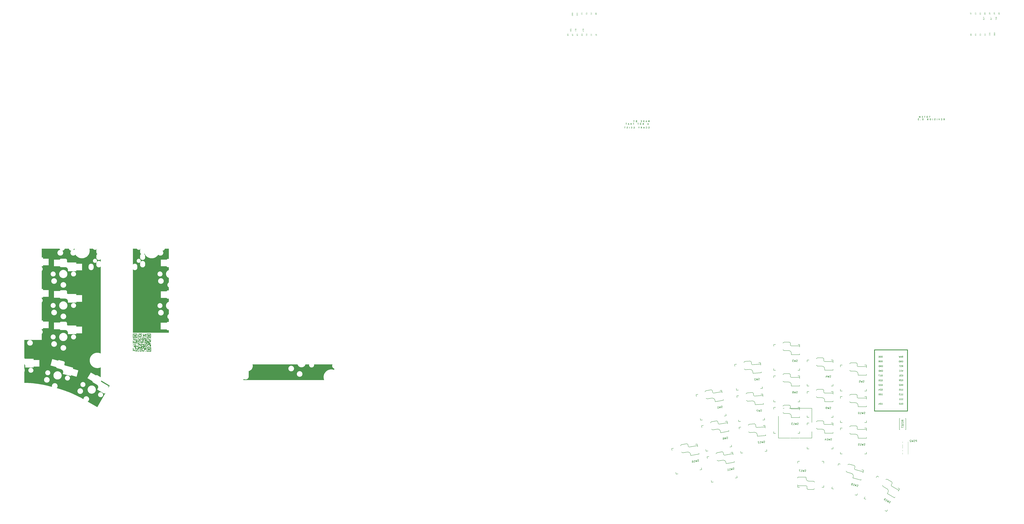
<source format=gbo>
G04 #@! TF.GenerationSoftware,KiCad,Pcbnew,8.0.4*
G04 #@! TF.CreationDate,2024-08-09T12:35:52+02:00*
G04 #@! TF.ProjectId,totem_0_3,746f7465-6d5f-4305-9f33-2e6b69636164,0.3*
G04 #@! TF.SameCoordinates,Original*
G04 #@! TF.FileFunction,Legend,Bot*
G04 #@! TF.FilePolarity,Positive*
%FSLAX46Y46*%
G04 Gerber Fmt 4.6, Leading zero omitted, Abs format (unit mm)*
G04 Created by KiCad (PCBNEW 8.0.4) date 2024-08-09 12:35:52*
%MOMM*%
%LPD*%
G01*
G04 APERTURE LIST*
G04 Aperture macros list*
%AMRotRect*
0 Rectangle, with rotation*
0 The origin of the aperture is its center*
0 $1 length*
0 $2 width*
0 $3 Rotation angle, in degrees counterclockwise*
0 Add horizontal line*
21,1,$1,$2,0,0,$3*%
G04 Aperture macros list end*
%ADD10C,0.000000*%
%ADD11C,0.150000*%
%ADD12C,0.110000*%
%ADD13C,0.120000*%
%ADD14C,0.381000*%
%ADD15C,1.752600*%
%ADD16C,2.500000*%
%ADD17C,0.375000*%
%ADD18C,2.000000*%
%ADD19C,0.900000*%
%ADD20R,1.000000X0.700000*%
%ADD21R,2.800000X1.000000*%
%ADD22C,1.701800*%
%ADD23C,3.000000*%
%ADD24C,3.429000*%
%ADD25RotRect,2.600000X2.600000X150.000000*%
%ADD26C,0.990600*%
%ADD27RotRect,2.600000X2.600000X165.000000*%
%ADD28R,2.600000X2.600000*%
%ADD29RotRect,2.600000X2.600000X190.000000*%
%ADD30RotRect,2.600000X2.600000X184.000000*%
%ADD31C,5.600000*%
G04 APERTURE END LIST*
D10*
G36*
X-196351417Y-236130413D02*
G01*
X-196345594Y-236130791D01*
X-196339864Y-236131428D01*
X-196334232Y-236132328D01*
X-196328704Y-236133497D01*
X-196323284Y-236134940D01*
X-196317978Y-236136662D01*
X-196312791Y-236138668D01*
X-196307727Y-236140964D01*
X-196302793Y-236143554D01*
X-196297993Y-236146444D01*
X-196293333Y-236149639D01*
X-196288817Y-236153144D01*
X-196284451Y-236156964D01*
X-196280240Y-236161104D01*
X-196276189Y-236165570D01*
X-196272305Y-236169621D01*
X-196268596Y-236173832D01*
X-196265073Y-236178198D01*
X-196261746Y-236182714D01*
X-196258627Y-236187375D01*
X-196255724Y-236192175D01*
X-196253048Y-236197110D01*
X-196250611Y-236202173D01*
X-196248421Y-236207361D01*
X-196246490Y-236212668D01*
X-196244827Y-236218088D01*
X-196243443Y-236223617D01*
X-196242349Y-236229249D01*
X-196241555Y-236234979D01*
X-196241071Y-236240802D01*
X-196240907Y-236246713D01*
X-196240907Y-236352552D01*
X-196241032Y-236358462D01*
X-196241410Y-236364285D01*
X-196242047Y-236370015D01*
X-196242947Y-236375647D01*
X-196244116Y-236381176D01*
X-196245559Y-236386596D01*
X-196247281Y-236391902D01*
X-196249287Y-236397089D01*
X-196251583Y-236402153D01*
X-196254173Y-236407087D01*
X-196257063Y-236411887D01*
X-196260258Y-236416547D01*
X-196263763Y-236421063D01*
X-196267583Y-236425428D01*
X-196271723Y-236429639D01*
X-196276189Y-236433690D01*
X-196280240Y-236437575D01*
X-196284451Y-236441284D01*
X-196288817Y-236444807D01*
X-196293333Y-236448133D01*
X-196297993Y-236451253D01*
X-196302793Y-236454156D01*
X-196307727Y-236456831D01*
X-196312791Y-236459269D01*
X-196317978Y-236461459D01*
X-196323284Y-236463390D01*
X-196328704Y-236465053D01*
X-196334232Y-236466436D01*
X-196339864Y-236467530D01*
X-196345594Y-236468325D01*
X-196351417Y-236468809D01*
X-196357328Y-236468972D01*
X-197136999Y-236468972D01*
X-197142910Y-236468847D01*
X-197148733Y-236468469D01*
X-197154463Y-236467833D01*
X-197160095Y-236466932D01*
X-197165624Y-236465763D01*
X-197171044Y-236464321D01*
X-197176351Y-236462599D01*
X-197181538Y-236460592D01*
X-197186602Y-236458297D01*
X-197191537Y-236455707D01*
X-197196337Y-236452817D01*
X-197200997Y-236449622D01*
X-197205513Y-236446117D01*
X-197209879Y-236442297D01*
X-197214090Y-236438156D01*
X-197218141Y-236433690D01*
X-197222025Y-236429639D01*
X-197225734Y-236425428D01*
X-197229256Y-236421063D01*
X-197232583Y-236416547D01*
X-197235702Y-236411887D01*
X-197238605Y-236407087D01*
X-197241281Y-236402153D01*
X-197243719Y-236397089D01*
X-197245909Y-236391902D01*
X-197247840Y-236386596D01*
X-197249503Y-236381176D01*
X-197250887Y-236375647D01*
X-197251981Y-236370015D01*
X-197252775Y-236364285D01*
X-197253260Y-236358462D01*
X-197253423Y-236352552D01*
X-197253423Y-236246713D01*
X-197253299Y-236240802D01*
X-197252920Y-236234979D01*
X-197252284Y-236229249D01*
X-197251383Y-236223617D01*
X-197250215Y-236218088D01*
X-197248772Y-236212668D01*
X-197247050Y-236207361D01*
X-197245044Y-236202173D01*
X-197242748Y-236197110D01*
X-197240158Y-236192175D01*
X-197237268Y-236187375D01*
X-197234073Y-236182714D01*
X-197230568Y-236178198D01*
X-197226748Y-236173832D01*
X-197222607Y-236169621D01*
X-197218141Y-236165570D01*
X-197213508Y-236161687D01*
X-197208865Y-236157978D01*
X-197204202Y-236154455D01*
X-197199507Y-236151129D01*
X-197194771Y-236148009D01*
X-197189984Y-236145106D01*
X-197185135Y-236142431D01*
X-197180214Y-236139993D01*
X-197175210Y-236137803D01*
X-197170112Y-236135871D01*
X-197164912Y-236134209D01*
X-197159598Y-236132825D01*
X-197154160Y-236131731D01*
X-197148588Y-236130936D01*
X-197142871Y-236130452D01*
X-197136999Y-236130288D01*
X-196357328Y-236130288D01*
X-196351417Y-236130413D01*
G37*
G36*
X-217316644Y-252475114D02*
G01*
X-217313112Y-252478639D01*
X-213457113Y-254704744D01*
X-214067438Y-255759591D01*
X-214303808Y-255622003D01*
X-213975713Y-255054010D01*
X-217874056Y-252803201D01*
X-217912450Y-252779510D01*
X-217947044Y-252754818D01*
X-217978008Y-252729239D01*
X-218005511Y-252702889D01*
X-218029722Y-252675883D01*
X-218050811Y-252648336D01*
X-218068946Y-252620362D01*
X-218084296Y-252592077D01*
X-218097032Y-252563596D01*
X-218107322Y-252535033D01*
X-218115336Y-252506504D01*
X-218121243Y-252478124D01*
X-218125211Y-252450007D01*
X-218127411Y-252422268D01*
X-218128011Y-252395024D01*
X-218127182Y-252368387D01*
X-218121909Y-252317400D01*
X-218112946Y-252270227D01*
X-218101647Y-252227788D01*
X-218089366Y-252191002D01*
X-218067275Y-252138070D01*
X-218057504Y-252118791D01*
X-218025755Y-252065873D01*
X-217316644Y-252475114D01*
G37*
G36*
X-234322944Y-249155806D02*
G01*
X-234324695Y-249155335D01*
X-234321163Y-249148278D01*
X-234322944Y-249155806D01*
G37*
G36*
X-191171308Y-236472505D02*
G01*
X-193535009Y-236472505D01*
X-193535009Y-236119714D01*
X-193535009Y-234465123D01*
X-193182218Y-234465123D01*
X-193182218Y-236119714D01*
X-191527624Y-236119714D01*
X-191527624Y-234465123D01*
X-193182218Y-234465123D01*
X-193535009Y-234465123D01*
X-193535009Y-234108804D01*
X-191171308Y-234108804D01*
X-191171308Y-236472505D01*
G37*
G36*
X-200736614Y-232757736D02*
G01*
X-200730791Y-232758114D01*
X-200725061Y-232758751D01*
X-200719429Y-232759651D01*
X-200713900Y-232760820D01*
X-200708480Y-232762262D01*
X-200703173Y-232763984D01*
X-200697985Y-232765990D01*
X-200692922Y-232768285D01*
X-200687987Y-232770875D01*
X-200683187Y-232773765D01*
X-200678526Y-232776960D01*
X-200674010Y-232780465D01*
X-200669644Y-232784286D01*
X-200665433Y-232788427D01*
X-200661382Y-232792894D01*
X-200657498Y-232796944D01*
X-200653790Y-232801154D01*
X-200650267Y-232805520D01*
X-200646941Y-232810035D01*
X-200643821Y-232814696D01*
X-200640918Y-232819495D01*
X-200638243Y-232824430D01*
X-200635805Y-232829493D01*
X-200633615Y-232834681D01*
X-200631683Y-232839987D01*
X-200630021Y-232845407D01*
X-200628637Y-232850936D01*
X-200627543Y-232856568D01*
X-200626748Y-232862298D01*
X-200626264Y-232868121D01*
X-200626100Y-232874032D01*
X-200626100Y-232979871D01*
X-200626225Y-232985782D01*
X-200626603Y-232991605D01*
X-200627240Y-232997335D01*
X-200628140Y-233002967D01*
X-200629309Y-233008496D01*
X-200630752Y-233013916D01*
X-200632474Y-233019222D01*
X-200634480Y-233024410D01*
X-200636776Y-233029473D01*
X-200639366Y-233034408D01*
X-200642256Y-233039208D01*
X-200645451Y-233043868D01*
X-200648956Y-233048383D01*
X-200652776Y-233052749D01*
X-200656916Y-233056959D01*
X-200661382Y-233061009D01*
X-200665433Y-233064894D01*
X-200669644Y-233068603D01*
X-200674010Y-233072126D01*
X-200678526Y-233075453D01*
X-200683187Y-233078572D01*
X-200687987Y-233081475D01*
X-200692922Y-233084151D01*
X-200697985Y-233086589D01*
X-200703173Y-233088778D01*
X-200708480Y-233090710D01*
X-200713900Y-233092372D01*
X-200719429Y-233093756D01*
X-200725061Y-233094850D01*
X-200730791Y-233095644D01*
X-200736614Y-233096128D01*
X-200742525Y-233096292D01*
X-200848363Y-233096292D01*
X-200854274Y-233096167D01*
X-200860097Y-233095789D01*
X-200865827Y-233095152D01*
X-200871459Y-233094252D01*
X-200876988Y-233093084D01*
X-200882408Y-233091641D01*
X-200887714Y-233089919D01*
X-200892901Y-233087913D01*
X-200897965Y-233085618D01*
X-200902899Y-233083028D01*
X-200907699Y-233080138D01*
X-200912359Y-233076943D01*
X-200916875Y-233073438D01*
X-200921240Y-233069617D01*
X-200925451Y-233065476D01*
X-200929502Y-233061009D01*
X-200933387Y-233056959D01*
X-200937096Y-233052749D01*
X-200940619Y-233048383D01*
X-200943945Y-233043868D01*
X-200947065Y-233039208D01*
X-200949968Y-233034408D01*
X-200952643Y-233029473D01*
X-200955081Y-233024410D01*
X-200957271Y-233019222D01*
X-200959202Y-233013916D01*
X-200960865Y-233008496D01*
X-200962248Y-233002967D01*
X-200963342Y-232997335D01*
X-200964136Y-232991605D01*
X-200964621Y-232985782D01*
X-200964784Y-232979871D01*
X-200964784Y-232874032D01*
X-200964659Y-232868121D01*
X-200964281Y-232862298D01*
X-200963645Y-232856568D01*
X-200962744Y-232850936D01*
X-200961575Y-232845407D01*
X-200960133Y-232839987D01*
X-200958411Y-232834681D01*
X-200956404Y-232829493D01*
X-200954109Y-232824430D01*
X-200951519Y-232819495D01*
X-200948629Y-232814696D01*
X-200945434Y-232810035D01*
X-200941929Y-232805520D01*
X-200938109Y-232801154D01*
X-200933968Y-232796944D01*
X-200929502Y-232792894D01*
X-200925451Y-232789009D01*
X-200921240Y-232785300D01*
X-200916875Y-232781777D01*
X-200912359Y-232778451D01*
X-200907699Y-232775331D01*
X-200902899Y-232772428D01*
X-200897965Y-232769752D01*
X-200892901Y-232767315D01*
X-200887714Y-232765125D01*
X-200882408Y-232763194D01*
X-200876988Y-232761531D01*
X-200871459Y-232760147D01*
X-200865827Y-232759053D01*
X-200860097Y-232758259D01*
X-200854274Y-232757775D01*
X-200848363Y-232757611D01*
X-200742525Y-232757611D01*
X-200736614Y-232757736D01*
G37*
G36*
X-200052188Y-229388588D02*
G01*
X-200046364Y-229388966D01*
X-200040634Y-229389603D01*
X-200035002Y-229390502D01*
X-200029473Y-229391671D01*
X-200024053Y-229393114D01*
X-200018746Y-229394836D01*
X-200013558Y-229396842D01*
X-200008495Y-229399137D01*
X-200003561Y-229401727D01*
X-199998761Y-229404617D01*
X-199994100Y-229407812D01*
X-199989584Y-229411317D01*
X-199985219Y-229415138D01*
X-199981008Y-229419279D01*
X-199976957Y-229423745D01*
X-199973072Y-229428377D01*
X-199969364Y-229433020D01*
X-199965841Y-229437683D01*
X-199962514Y-229442377D01*
X-199959394Y-229447112D01*
X-199956491Y-229451899D01*
X-199953816Y-229456748D01*
X-199951378Y-229461670D01*
X-199949188Y-229466673D01*
X-199947257Y-229471770D01*
X-199945594Y-229476971D01*
X-199944211Y-229482285D01*
X-199943117Y-229487722D01*
X-199942323Y-229493295D01*
X-199941839Y-229499012D01*
X-199941675Y-229504884D01*
X-199941675Y-230284555D01*
X-199941799Y-230290465D01*
X-199942171Y-230296289D01*
X-199942791Y-230302019D01*
X-199943660Y-230307651D01*
X-199944776Y-230313179D01*
X-199946140Y-230318600D01*
X-199947753Y-230323906D01*
X-199949613Y-230329094D01*
X-199951722Y-230334157D01*
X-199954078Y-230339091D01*
X-199956683Y-230343891D01*
X-199959535Y-230348552D01*
X-199962636Y-230353067D01*
X-199965984Y-230357433D01*
X-199969580Y-230361643D01*
X-199973425Y-230365693D01*
X-199977475Y-230369578D01*
X-199981686Y-230373287D01*
X-199986052Y-230376810D01*
X-199990568Y-230380136D01*
X-199995229Y-230383256D01*
X-200000029Y-230386159D01*
X-200004964Y-230388834D01*
X-200010028Y-230391272D01*
X-200015215Y-230393462D01*
X-200020522Y-230395393D01*
X-200025942Y-230397056D01*
X-200031471Y-230398439D01*
X-200037103Y-230399533D01*
X-200042833Y-230400328D01*
X-200048656Y-230400812D01*
X-200054567Y-230400975D01*
X-200160406Y-230400975D01*
X-200166317Y-230400850D01*
X-200172140Y-230400472D01*
X-200177870Y-230399836D01*
X-200183501Y-230398936D01*
X-200189030Y-230397767D01*
X-200194450Y-230396325D01*
X-200199756Y-230394603D01*
X-200204943Y-230392597D01*
X-200210007Y-230390301D01*
X-200214941Y-230387711D01*
X-200219741Y-230384821D01*
X-200224401Y-230381626D01*
X-200228917Y-230378121D01*
X-200233283Y-230374301D01*
X-200237494Y-230370160D01*
X-200241544Y-230365693D01*
X-200245429Y-230361061D01*
X-200249138Y-230356418D01*
X-200252661Y-230351755D01*
X-200255987Y-230347061D01*
X-200259107Y-230342326D01*
X-200262010Y-230337539D01*
X-200264686Y-230332690D01*
X-200267123Y-230327769D01*
X-200269313Y-230322765D01*
X-200271244Y-230317668D01*
X-200272907Y-230312468D01*
X-200274290Y-230307154D01*
X-200275384Y-230301716D01*
X-200276179Y-230296144D01*
X-200276663Y-230290427D01*
X-200276827Y-230284555D01*
X-200276827Y-230062295D01*
X-200499086Y-230062295D01*
X-200504997Y-230062170D01*
X-200510820Y-230061792D01*
X-200516550Y-230061155D01*
X-200522182Y-230060255D01*
X-200527711Y-230059086D01*
X-200533131Y-230057643D01*
X-200538438Y-230055921D01*
X-200543626Y-230053915D01*
X-200548689Y-230051620D01*
X-200553624Y-230049029D01*
X-200558424Y-230046139D01*
X-200563085Y-230042945D01*
X-200567601Y-230039440D01*
X-200571967Y-230035620D01*
X-200576178Y-230031479D01*
X-200580229Y-230027013D01*
X-200584112Y-230022381D01*
X-200587821Y-230017738D01*
X-200591343Y-230013075D01*
X-200594669Y-230008381D01*
X-200597789Y-230003646D01*
X-200600691Y-229998859D01*
X-200603367Y-229994010D01*
X-200605804Y-229989088D01*
X-200607994Y-229984084D01*
X-200609925Y-229978987D01*
X-200611587Y-229973786D01*
X-200612971Y-229968472D01*
X-200614065Y-229963034D01*
X-200614859Y-229957461D01*
X-200615343Y-229951743D01*
X-200615507Y-229945871D01*
X-200615507Y-229723611D01*
X-200837766Y-229723611D01*
X-200843677Y-229723486D01*
X-200849500Y-229723108D01*
X-200855230Y-229722472D01*
X-200860863Y-229721572D01*
X-200866391Y-229720403D01*
X-200871811Y-229718960D01*
X-200877118Y-229717239D01*
X-200882306Y-229715233D01*
X-200887370Y-229712938D01*
X-200892304Y-229710348D01*
X-200897104Y-229707458D01*
X-200901765Y-229704264D01*
X-200906281Y-229700759D01*
X-200910647Y-229696939D01*
X-200914858Y-229692799D01*
X-200918909Y-229688333D01*
X-200922793Y-229683700D01*
X-200926502Y-229679057D01*
X-200930025Y-229674393D01*
X-200933352Y-229669699D01*
X-200936472Y-229664963D01*
X-200939374Y-229660176D01*
X-200942050Y-229655327D01*
X-200944488Y-229650405D01*
X-200946677Y-229645401D01*
X-200948609Y-229640304D01*
X-200950271Y-229635104D01*
X-200951655Y-229629790D01*
X-200952749Y-229624352D01*
X-200953543Y-229618779D01*
X-200954027Y-229613062D01*
X-200954191Y-229607190D01*
X-200954191Y-229504884D01*
X-200954066Y-229498973D01*
X-200953688Y-229493150D01*
X-200953051Y-229487420D01*
X-200952151Y-229481788D01*
X-200950982Y-229476259D01*
X-200949539Y-229470839D01*
X-200947817Y-229465532D01*
X-200945811Y-229460345D01*
X-200943515Y-229455281D01*
X-200940925Y-229450347D01*
X-200938035Y-229445547D01*
X-200934840Y-229440887D01*
X-200931336Y-229436371D01*
X-200927515Y-229432006D01*
X-200923375Y-229427795D01*
X-200918909Y-229423745D01*
X-200914858Y-229419861D01*
X-200910647Y-229416152D01*
X-200906281Y-229412629D01*
X-200901765Y-229409302D01*
X-200897104Y-229406182D01*
X-200892304Y-229403280D01*
X-200887370Y-229400604D01*
X-200882306Y-229398166D01*
X-200877118Y-229395977D01*
X-200871811Y-229394045D01*
X-200866391Y-229392383D01*
X-200860863Y-229390999D01*
X-200855230Y-229389905D01*
X-200849500Y-229389111D01*
X-200843677Y-229388627D01*
X-200837766Y-229388463D01*
X-200058099Y-229388463D01*
X-200052188Y-229388588D01*
G37*
G36*
X-198774431Y-180888547D02*
G01*
X-198734954Y-180954554D01*
X-198691032Y-181017543D01*
X-198642883Y-181077286D01*
X-198590723Y-181133557D01*
X-198534771Y-181186128D01*
X-198475242Y-181234771D01*
X-198412355Y-181279259D01*
X-198346325Y-181319365D01*
X-198277371Y-181354861D01*
X-198205708Y-181385520D01*
X-198131555Y-181411115D01*
X-198055128Y-181431417D01*
X-197976644Y-181446201D01*
X-197896321Y-181455238D01*
X-197814375Y-181458300D01*
X-197773222Y-181457540D01*
X-197732467Y-181455276D01*
X-197692134Y-181451536D01*
X-197652249Y-181446345D01*
X-197612836Y-181439731D01*
X-197573922Y-181431720D01*
X-197535531Y-181422337D01*
X-197497688Y-181411611D01*
X-197460419Y-181399566D01*
X-197423749Y-181386231D01*
X-197387703Y-181371630D01*
X-197352306Y-181355791D01*
X-197317584Y-181338741D01*
X-197283561Y-181320504D01*
X-197250263Y-181301109D01*
X-197217715Y-181280582D01*
X-197185942Y-181258949D01*
X-197154970Y-181236236D01*
X-197124823Y-181212470D01*
X-197095526Y-181187678D01*
X-197067106Y-181161886D01*
X-197039587Y-181135120D01*
X-197012994Y-181107408D01*
X-196987353Y-181078775D01*
X-196962688Y-181049248D01*
X-196939026Y-181018853D01*
X-196916390Y-180987617D01*
X-196894807Y-180955567D01*
X-196874302Y-180922728D01*
X-196854899Y-180889128D01*
X-196836624Y-180854793D01*
X-196819502Y-180819749D01*
X-196685438Y-180819749D01*
X-196729331Y-180866452D01*
X-196770991Y-180915223D01*
X-196810336Y-180965978D01*
X-196847283Y-181018635D01*
X-196881749Y-181073111D01*
X-196913652Y-181129323D01*
X-196942909Y-181187189D01*
X-196969438Y-181246626D01*
X-196993155Y-181307551D01*
X-197013978Y-181369882D01*
X-197031824Y-181433536D01*
X-197046611Y-181498430D01*
X-197058256Y-181564482D01*
X-197066676Y-181631609D01*
X-197071788Y-181699728D01*
X-197073511Y-181768756D01*
X-197073511Y-182551952D01*
X-197072842Y-182594790D01*
X-197070850Y-182637299D01*
X-197067555Y-182679458D01*
X-197062975Y-182721250D01*
X-197050046Y-182803651D01*
X-197032223Y-182884347D01*
X-197009667Y-182963182D01*
X-196982537Y-183040002D01*
X-196950993Y-183114651D01*
X-196915197Y-183186975D01*
X-196875307Y-183256819D01*
X-196831485Y-183324026D01*
X-196783890Y-183388443D01*
X-196732683Y-183449915D01*
X-196678024Y-183508285D01*
X-196620073Y-183563400D01*
X-196558990Y-183615105D01*
X-196494936Y-183663243D01*
X-196558990Y-183711381D01*
X-196620073Y-183763085D01*
X-196678024Y-183818200D01*
X-196732683Y-183876571D01*
X-196783890Y-183938042D01*
X-196831485Y-184002459D01*
X-196875307Y-184069667D01*
X-196915197Y-184139510D01*
X-196950993Y-184211834D01*
X-196982537Y-184286484D01*
X-197009667Y-184363303D01*
X-197032223Y-184442139D01*
X-197050046Y-184522834D01*
X-197062975Y-184605236D01*
X-197070850Y-184689187D01*
X-197073511Y-184774534D01*
X-197073511Y-185550674D01*
X-197071737Y-185620694D01*
X-197066473Y-185689801D01*
X-197057805Y-185757910D01*
X-197045818Y-185824934D01*
X-197030599Y-185890788D01*
X-197012234Y-185955385D01*
X-196990807Y-186018640D01*
X-196966406Y-186080466D01*
X-196939116Y-186140779D01*
X-196909024Y-186199491D01*
X-196876214Y-186256517D01*
X-196840773Y-186311772D01*
X-196802787Y-186365168D01*
X-196762342Y-186416621D01*
X-196719523Y-186466044D01*
X-196674417Y-186513352D01*
X-196627110Y-186558458D01*
X-196577687Y-186601276D01*
X-196526234Y-186641722D01*
X-196472837Y-186679708D01*
X-196417583Y-186715149D01*
X-196360556Y-186747958D01*
X-196301844Y-186778051D01*
X-196241531Y-186805341D01*
X-196179705Y-186829742D01*
X-196116450Y-186851169D01*
X-196051852Y-186869534D01*
X-195985998Y-186884753D01*
X-195918974Y-186896740D01*
X-195850865Y-186905408D01*
X-195781757Y-186910672D01*
X-195711736Y-186912446D01*
X-195641716Y-186910672D01*
X-195572609Y-186905408D01*
X-195504501Y-186896740D01*
X-195437477Y-186884753D01*
X-195371623Y-186869534D01*
X-195307026Y-186851169D01*
X-195243771Y-186829742D01*
X-195181945Y-186805341D01*
X-195121633Y-186778051D01*
X-195062921Y-186747958D01*
X-195005894Y-186715149D01*
X-194950640Y-186679708D01*
X-194897244Y-186641722D01*
X-194845791Y-186601276D01*
X-194796368Y-186558458D01*
X-194749060Y-186513352D01*
X-194703954Y-186466044D01*
X-194661136Y-186416621D01*
X-194620690Y-186365168D01*
X-194582704Y-186311772D01*
X-194547263Y-186256517D01*
X-194514454Y-186199491D01*
X-194484361Y-186140779D01*
X-194457071Y-186080466D01*
X-194432670Y-186018640D01*
X-194411243Y-185955385D01*
X-194392878Y-185890788D01*
X-194377658Y-185824934D01*
X-194365672Y-185757910D01*
X-194357003Y-185689801D01*
X-194351740Y-185620694D01*
X-194349966Y-185550674D01*
X-194349966Y-184774534D01*
X-194350634Y-184731696D01*
X-194352626Y-184689187D01*
X-194355922Y-184647027D01*
X-194360501Y-184605236D01*
X-194373430Y-184522835D01*
X-194391252Y-184442139D01*
X-194413809Y-184363304D01*
X-194440939Y-184286484D01*
X-194472482Y-184211834D01*
X-194508278Y-184139511D01*
X-194548168Y-184069667D01*
X-194591990Y-184002460D01*
X-194639585Y-183938042D01*
X-194690792Y-183876571D01*
X-194745451Y-183818200D01*
X-194803403Y-183763086D01*
X-194864486Y-183711381D01*
X-194928541Y-183663243D01*
X-194909482Y-183649809D01*
X-194890677Y-183635977D01*
X-194872131Y-183621763D01*
X-194853847Y-183607182D01*
X-194835833Y-183592250D01*
X-194818092Y-183576981D01*
X-194800631Y-183561393D01*
X-194783454Y-183545499D01*
X-194766566Y-183529316D01*
X-194749972Y-183512859D01*
X-194733679Y-183496143D01*
X-194717690Y-183479185D01*
X-194702012Y-183462000D01*
X-194686649Y-183444602D01*
X-194656889Y-183409233D01*
X-194531650Y-183689630D01*
X-194386742Y-183958678D01*
X-194223086Y-184215447D01*
X-194041600Y-184459007D01*
X-193843205Y-184688428D01*
X-193628821Y-184902779D01*
X-193399367Y-185101131D01*
X-193155764Y-185282553D01*
X-192898931Y-185446115D01*
X-192629789Y-185590887D01*
X-192349256Y-185715938D01*
X-192058254Y-185820338D01*
X-191757702Y-185903158D01*
X-191448519Y-185963467D01*
X-191131626Y-186000334D01*
X-190807943Y-186012830D01*
X-190668268Y-186010496D01*
X-190529761Y-186003546D01*
X-190392492Y-185992054D01*
X-190256535Y-185976097D01*
X-190121959Y-185955750D01*
X-189988838Y-185931088D01*
X-189857243Y-185902187D01*
X-189727245Y-185869123D01*
X-189598916Y-185831971D01*
X-189472328Y-185790807D01*
X-189347553Y-185745706D01*
X-189224663Y-185696745D01*
X-189103728Y-185643997D01*
X-188984821Y-185587540D01*
X-188868013Y-185527449D01*
X-188753377Y-185463799D01*
X-188640983Y-185396666D01*
X-188530904Y-185326126D01*
X-188317976Y-185175124D01*
X-188115167Y-185011399D01*
X-187923050Y-184835556D01*
X-187742199Y-184648199D01*
X-187573188Y-184449932D01*
X-187416589Y-184241361D01*
X-187272977Y-184023090D01*
X-187217926Y-184082599D01*
X-187160007Y-184139318D01*
X-187099328Y-184193101D01*
X-187035999Y-184243805D01*
X-186970127Y-184291283D01*
X-186901821Y-184335392D01*
X-186831190Y-184375987D01*
X-186758341Y-184412924D01*
X-186683385Y-184446056D01*
X-186606428Y-184475241D01*
X-186527580Y-184500333D01*
X-186446948Y-184521186D01*
X-186364643Y-184537658D01*
X-186280771Y-184549603D01*
X-186195441Y-184556876D01*
X-186108762Y-184559332D01*
X-186029205Y-184557312D01*
X-185950675Y-184551318D01*
X-185873272Y-184541449D01*
X-185797094Y-184527801D01*
X-185722239Y-184510475D01*
X-185648805Y-184489566D01*
X-185576890Y-184465175D01*
X-185506593Y-184437399D01*
X-185438012Y-184406336D01*
X-185371244Y-184372084D01*
X-185306389Y-184334742D01*
X-185243544Y-184294408D01*
X-185182807Y-184251180D01*
X-185124277Y-184205156D01*
X-185068052Y-184156435D01*
X-185014229Y-184105114D01*
X-184962909Y-184051292D01*
X-184914187Y-183995066D01*
X-184868163Y-183936536D01*
X-184824935Y-183875800D01*
X-184784601Y-183812955D01*
X-184747259Y-183748099D01*
X-184713007Y-183681332D01*
X-184681944Y-183612750D01*
X-184654168Y-183542453D01*
X-184629777Y-183470538D01*
X-184608868Y-183397104D01*
X-184591541Y-183322249D01*
X-184577894Y-183246071D01*
X-184568024Y-183168668D01*
X-184562030Y-183090138D01*
X-184560011Y-183010580D01*
X-184561979Y-182931673D01*
X-184567824Y-182853774D01*
X-184577452Y-182776981D01*
X-184590770Y-182701392D01*
X-184607684Y-182627105D01*
X-184628102Y-182554219D01*
X-184651931Y-182482831D01*
X-184679078Y-182413041D01*
X-184709449Y-182344945D01*
X-184742952Y-182278642D01*
X-184779493Y-182214231D01*
X-184818980Y-182151810D01*
X-184861319Y-182091476D01*
X-184906418Y-182033329D01*
X-184954183Y-181977465D01*
X-185004522Y-181923984D01*
X-185011594Y-181923984D01*
X-184953072Y-181918173D01*
X-184895280Y-181910033D01*
X-184838269Y-181899611D01*
X-184782087Y-181886955D01*
X-184726784Y-181872113D01*
X-184672409Y-181855133D01*
X-184619010Y-181836063D01*
X-184566637Y-181814950D01*
X-184515339Y-181791842D01*
X-184465165Y-181766787D01*
X-184416165Y-181739833D01*
X-184368386Y-181711028D01*
X-184321879Y-181680419D01*
X-184276692Y-181648055D01*
X-184232874Y-181613982D01*
X-184190475Y-181578249D01*
X-184149544Y-181540904D01*
X-184110129Y-181501994D01*
X-184072281Y-181461568D01*
X-184036047Y-181419673D01*
X-184001477Y-181376356D01*
X-183968621Y-181331666D01*
X-183937526Y-181285651D01*
X-183908243Y-181238357D01*
X-183880821Y-181189834D01*
X-183855307Y-181140129D01*
X-183831753Y-181089289D01*
X-183810206Y-181037363D01*
X-183790716Y-180984398D01*
X-183773331Y-180930442D01*
X-183758102Y-180875543D01*
X-183745077Y-180819749D01*
X-181536604Y-180819749D01*
X-181536604Y-186302124D01*
X-182362135Y-186302124D01*
X-182736097Y-186714889D01*
X-185911214Y-186714889D01*
X-185911214Y-190316883D01*
X-182848989Y-190316883D01*
X-182362135Y-190803734D01*
X-181536604Y-190803734D01*
X-181536604Y-192356013D01*
X-181701668Y-192415946D01*
X-181860427Y-192488200D01*
X-182012282Y-192572194D01*
X-182156633Y-192667351D01*
X-182292881Y-192773092D01*
X-182420427Y-192888837D01*
X-182538670Y-193014009D01*
X-182647012Y-193148029D01*
X-182744853Y-193290316D01*
X-182831594Y-193440294D01*
X-182906634Y-193597382D01*
X-182969375Y-193761003D01*
X-183019217Y-193930576D01*
X-183055561Y-194105525D01*
X-183068484Y-194194833D01*
X-183077807Y-194285269D01*
X-183083456Y-194376758D01*
X-183085355Y-194469230D01*
X-183083456Y-194561711D01*
X-183077807Y-194653230D01*
X-183068484Y-194743710D01*
X-183055561Y-194833080D01*
X-183039114Y-194921263D01*
X-183019217Y-195008186D01*
X-182995946Y-195093774D01*
X-182969375Y-195177953D01*
X-182939580Y-195260649D01*
X-182906634Y-195341788D01*
X-182870614Y-195421295D01*
X-182831594Y-195499096D01*
X-182789649Y-195575117D01*
X-182744853Y-195649283D01*
X-182697283Y-195721520D01*
X-182647012Y-195791754D01*
X-182594117Y-195859911D01*
X-182538670Y-195925915D01*
X-182480749Y-195989694D01*
X-182420427Y-196051172D01*
X-182357779Y-196110276D01*
X-182292881Y-196166931D01*
X-182225807Y-196221063D01*
X-182156633Y-196272597D01*
X-182085433Y-196321459D01*
X-182012282Y-196367576D01*
X-181937255Y-196410872D01*
X-181860427Y-196451273D01*
X-181781873Y-196488705D01*
X-181701668Y-196523095D01*
X-181619886Y-196554366D01*
X-181536604Y-196582446D01*
X-181536604Y-199034343D01*
X-181625405Y-199084823D01*
X-181710387Y-199140848D01*
X-181791287Y-199202176D01*
X-181867841Y-199268563D01*
X-181939785Y-199339766D01*
X-182006856Y-199415543D01*
X-182068790Y-199495650D01*
X-182125324Y-199579846D01*
X-182176194Y-199667886D01*
X-182221136Y-199759528D01*
X-182259887Y-199854529D01*
X-182292184Y-199952647D01*
X-182317762Y-200053638D01*
X-182336359Y-200157259D01*
X-182347710Y-200263268D01*
X-182351553Y-200371421D01*
X-182350587Y-200425751D01*
X-182347710Y-200479574D01*
X-182342957Y-200532862D01*
X-182336359Y-200585583D01*
X-182327950Y-200637707D01*
X-182317762Y-200689204D01*
X-182305829Y-200740044D01*
X-182292184Y-200790195D01*
X-182276859Y-200839628D01*
X-182259887Y-200888312D01*
X-182241302Y-200936218D01*
X-182221136Y-200983313D01*
X-182199422Y-201029569D01*
X-182176194Y-201074955D01*
X-182151483Y-201119441D01*
X-182125324Y-201162995D01*
X-182097749Y-201205589D01*
X-182068790Y-201247190D01*
X-182038482Y-201287770D01*
X-182006856Y-201327298D01*
X-181973946Y-201365742D01*
X-181939785Y-201403074D01*
X-181904406Y-201439263D01*
X-181867841Y-201474277D01*
X-181830124Y-201508088D01*
X-181791287Y-201540664D01*
X-181751364Y-201571976D01*
X-181710387Y-201601992D01*
X-181668390Y-201630682D01*
X-181625405Y-201658017D01*
X-181581465Y-201683965D01*
X-181536604Y-201708497D01*
X-181536604Y-203366614D01*
X-182362135Y-203366614D01*
X-182767843Y-203818187D01*
X-185921797Y-203818187D01*
X-185921797Y-207416652D01*
X-182813711Y-207416652D01*
X-182362135Y-207868224D01*
X-181536604Y-207868224D01*
X-181536604Y-209452254D01*
X-181702949Y-209511607D01*
X-181862908Y-209583435D01*
X-182015879Y-209667149D01*
X-182161265Y-209762160D01*
X-182298465Y-209867878D01*
X-182426879Y-209983715D01*
X-182545908Y-210109081D01*
X-182654954Y-210243388D01*
X-182753415Y-210386046D01*
X-182840694Y-210536466D01*
X-182916189Y-210694059D01*
X-182979303Y-210858236D01*
X-183029434Y-211028407D01*
X-183065985Y-211203985D01*
X-183078980Y-211293616D01*
X-183088355Y-211384378D01*
X-183094035Y-211476197D01*
X-183095945Y-211568999D01*
X-183094035Y-211661811D01*
X-183088355Y-211753659D01*
X-183078980Y-211844466D01*
X-183065985Y-211934158D01*
X-183049445Y-212022659D01*
X-183029434Y-212109893D01*
X-183006029Y-212195785D01*
X-182979303Y-212280259D01*
X-182949331Y-212363239D01*
X-182916189Y-212444650D01*
X-182879952Y-212524416D01*
X-182840694Y-212602463D01*
X-182798490Y-212678713D01*
X-182753415Y-212753092D01*
X-182705545Y-212825524D01*
X-182654954Y-212895934D01*
X-182601716Y-212964245D01*
X-182545908Y-213030383D01*
X-182487604Y-213094271D01*
X-182426879Y-213155834D01*
X-182363807Y-213214997D01*
X-182298465Y-213271684D01*
X-182230925Y-213325819D01*
X-182161265Y-213377328D01*
X-182089558Y-213426133D01*
X-182015879Y-213472160D01*
X-181940305Y-213515333D01*
X-181862908Y-213555576D01*
X-181783765Y-213592814D01*
X-181702949Y-213626972D01*
X-181620537Y-213657973D01*
X-181536604Y-213685743D01*
X-181536604Y-216127057D01*
X-181626105Y-216176957D01*
X-181711854Y-216232558D01*
X-181793572Y-216293605D01*
X-181870981Y-216359845D01*
X-181943801Y-216431026D01*
X-182011753Y-216506894D01*
X-182074558Y-216587196D01*
X-182131937Y-216671679D01*
X-182183610Y-216760089D01*
X-182229299Y-216852174D01*
X-182268725Y-216947679D01*
X-182301608Y-217046353D01*
X-182327670Y-217147942D01*
X-182346631Y-217252192D01*
X-182358212Y-217358850D01*
X-182362135Y-217467664D01*
X-182361148Y-217522314D01*
X-182358212Y-217576438D01*
X-182353362Y-217630007D01*
X-182346631Y-217682990D01*
X-182338056Y-217735358D01*
X-182327671Y-217787082D01*
X-182315510Y-217838132D01*
X-182301609Y-217888477D01*
X-182286003Y-217938088D01*
X-182268727Y-217986936D01*
X-182249814Y-218034990D01*
X-182229301Y-218082222D01*
X-182207222Y-218128601D01*
X-182183613Y-218174097D01*
X-182158507Y-218218681D01*
X-182131940Y-218262324D01*
X-182103946Y-218304995D01*
X-182074561Y-218346665D01*
X-182043820Y-218387303D01*
X-182011756Y-218426881D01*
X-181978407Y-218465369D01*
X-181943805Y-218502736D01*
X-181907986Y-218538954D01*
X-181870985Y-218573992D01*
X-181832836Y-218607821D01*
X-181793575Y-218640411D01*
X-181753237Y-218671732D01*
X-181711856Y-218701754D01*
X-181669467Y-218730449D01*
X-181626106Y-218757786D01*
X-181581806Y-218783735D01*
X-181536604Y-218808267D01*
X-181536604Y-220367604D01*
X-182362135Y-220367604D01*
X-182767843Y-220819177D01*
X-185935903Y-220819177D01*
X-185935903Y-224421170D01*
X-182810179Y-224421170D01*
X-182362127Y-224869214D01*
X-181536604Y-224869214D01*
X-181536604Y-226209817D01*
X-200985967Y-226209817D01*
X-200985967Y-215368558D01*
X-187357648Y-215368558D01*
X-187355670Y-215446473D01*
X-187349798Y-215523382D01*
X-187340129Y-215599190D01*
X-187326759Y-215673799D01*
X-187309784Y-215747113D01*
X-187289301Y-215819037D01*
X-187265406Y-215889473D01*
X-187238196Y-215958326D01*
X-187207766Y-216025500D01*
X-187174212Y-216090898D01*
X-187137631Y-216154424D01*
X-187098120Y-216215981D01*
X-187055774Y-216275474D01*
X-187010689Y-216332806D01*
X-186962963Y-216387881D01*
X-186912691Y-216440603D01*
X-186859969Y-216490875D01*
X-186804894Y-216538601D01*
X-186747562Y-216583686D01*
X-186688069Y-216626032D01*
X-186626511Y-216665543D01*
X-186562985Y-216702124D01*
X-186497587Y-216735677D01*
X-186430413Y-216766107D01*
X-186361560Y-216793318D01*
X-186291123Y-216817213D01*
X-186219199Y-216837696D01*
X-186145884Y-216854670D01*
X-186071275Y-216868040D01*
X-185995468Y-216877709D01*
X-185918558Y-216883581D01*
X-185840643Y-216885560D01*
X-185762727Y-216883581D01*
X-185685818Y-216877709D01*
X-185610010Y-216868040D01*
X-185535401Y-216854670D01*
X-185462086Y-216837696D01*
X-185390163Y-216817213D01*
X-185319726Y-216793318D01*
X-185250873Y-216766107D01*
X-185183700Y-216735677D01*
X-185118302Y-216702124D01*
X-185054776Y-216665543D01*
X-184993219Y-216626032D01*
X-184933726Y-216583686D01*
X-184876394Y-216538601D01*
X-184821320Y-216490875D01*
X-184768598Y-216440603D01*
X-184718326Y-216387881D01*
X-184670600Y-216332806D01*
X-184625516Y-216275474D01*
X-184583171Y-216215981D01*
X-184543659Y-216154424D01*
X-184507079Y-216090898D01*
X-184473526Y-216025500D01*
X-184443096Y-215958326D01*
X-184415885Y-215889473D01*
X-184391991Y-215819037D01*
X-184371508Y-215747113D01*
X-184354534Y-215673799D01*
X-184341164Y-215599190D01*
X-184331495Y-215523382D01*
X-184325623Y-215446473D01*
X-184323644Y-215368558D01*
X-184325623Y-215290643D01*
X-184331495Y-215213734D01*
X-184341164Y-215137926D01*
X-184354534Y-215063317D01*
X-184371508Y-214990003D01*
X-184391991Y-214918079D01*
X-184415885Y-214847643D01*
X-184443096Y-214778790D01*
X-184473526Y-214711616D01*
X-184507079Y-214646218D01*
X-184543659Y-214582692D01*
X-184583171Y-214521135D01*
X-184625516Y-214461642D01*
X-184670600Y-214404310D01*
X-184718326Y-214349235D01*
X-184768598Y-214296513D01*
X-184821320Y-214246241D01*
X-184876394Y-214198515D01*
X-184933726Y-214153430D01*
X-184993219Y-214111084D01*
X-185054776Y-214071573D01*
X-185118302Y-214034992D01*
X-185183700Y-214001439D01*
X-185250873Y-213971009D01*
X-185319726Y-213943798D01*
X-185390163Y-213919903D01*
X-185462086Y-213899420D01*
X-185535401Y-213882446D01*
X-185610010Y-213869076D01*
X-185685818Y-213859407D01*
X-185762727Y-213853535D01*
X-185840643Y-213851556D01*
X-185918558Y-213853535D01*
X-185995468Y-213859407D01*
X-186071275Y-213869076D01*
X-186145884Y-213882446D01*
X-186219199Y-213899420D01*
X-186291123Y-213919903D01*
X-186361560Y-213943798D01*
X-186430413Y-213971009D01*
X-186497587Y-214001439D01*
X-186562985Y-214034992D01*
X-186626511Y-214071573D01*
X-186688069Y-214111084D01*
X-186747562Y-214153430D01*
X-186804894Y-214198515D01*
X-186859969Y-214246241D01*
X-186912691Y-214296513D01*
X-186962963Y-214349235D01*
X-187010689Y-214404310D01*
X-187055774Y-214461642D01*
X-187098120Y-214521135D01*
X-187137631Y-214582692D01*
X-187174212Y-214646218D01*
X-187207766Y-214711616D01*
X-187238196Y-214778790D01*
X-187265406Y-214847643D01*
X-187289301Y-214918079D01*
X-187309784Y-214990003D01*
X-187326759Y-215063317D01*
X-187340129Y-215137926D01*
X-187349798Y-215213734D01*
X-187355670Y-215290643D01*
X-187357648Y-215368558D01*
X-200985967Y-215368558D01*
X-200985967Y-211568999D01*
X-187692793Y-211568999D01*
X-187691029Y-211638368D01*
X-187685796Y-211706845D01*
X-187677180Y-211774344D01*
X-187665265Y-211840779D01*
X-187650139Y-211906065D01*
X-187631887Y-211970114D01*
X-187610596Y-212032842D01*
X-187586350Y-212094162D01*
X-187559235Y-212153989D01*
X-187529339Y-212212236D01*
X-187496746Y-212268818D01*
X-187461543Y-212323648D01*
X-187423816Y-212376642D01*
X-187383650Y-212427712D01*
X-187341131Y-212476774D01*
X-187296345Y-212523740D01*
X-187249379Y-212568526D01*
X-187200318Y-212611045D01*
X-187149247Y-212651212D01*
X-187096254Y-212688939D01*
X-187041423Y-212724142D01*
X-186984842Y-212756735D01*
X-186926594Y-212786632D01*
X-186866768Y-212813746D01*
X-186805447Y-212837992D01*
X-186742720Y-212859284D01*
X-186678670Y-212877536D01*
X-186613385Y-212892663D01*
X-186546950Y-212904577D01*
X-186479450Y-212913194D01*
X-186410973Y-212918426D01*
X-186341604Y-212920190D01*
X-186272235Y-212918426D01*
X-186203759Y-212913194D01*
X-186136260Y-212904577D01*
X-186069825Y-212892663D01*
X-186004540Y-212877536D01*
X-185940491Y-212859284D01*
X-185877763Y-212837992D01*
X-185816443Y-212813746D01*
X-185756617Y-212786632D01*
X-185698370Y-212756735D01*
X-185641788Y-212724142D01*
X-185586957Y-212688939D01*
X-185533964Y-212651212D01*
X-185482893Y-212611045D01*
X-185433832Y-212568526D01*
X-185386865Y-212523740D01*
X-185342080Y-212476774D01*
X-185299561Y-212427712D01*
X-185259394Y-212376642D01*
X-185221666Y-212323648D01*
X-185186463Y-212268818D01*
X-185153870Y-212212236D01*
X-185123974Y-212153989D01*
X-185096859Y-212094162D01*
X-185072613Y-212032842D01*
X-185051321Y-211970114D01*
X-185033069Y-211906065D01*
X-185017943Y-211840779D01*
X-185006028Y-211774344D01*
X-184997412Y-211706845D01*
X-184992179Y-211638368D01*
X-184990415Y-211568999D01*
X-184992179Y-211499630D01*
X-184997412Y-211431153D01*
X-185006028Y-211363655D01*
X-185017943Y-211297219D01*
X-185033069Y-211231934D01*
X-185051321Y-211167885D01*
X-185072613Y-211105157D01*
X-185096859Y-211043837D01*
X-185123974Y-210984010D01*
X-185153870Y-210925763D01*
X-185186463Y-210869181D01*
X-185221666Y-210814350D01*
X-185259394Y-210761357D01*
X-185299561Y-210710286D01*
X-185342080Y-210661225D01*
X-185386865Y-210614258D01*
X-185433832Y-210569473D01*
X-185482893Y-210526954D01*
X-185533964Y-210486787D01*
X-185586957Y-210449060D01*
X-185641788Y-210413856D01*
X-185698370Y-210381264D01*
X-185756617Y-210351367D01*
X-185816443Y-210324253D01*
X-185877763Y-210300007D01*
X-185940491Y-210278715D01*
X-186004540Y-210260463D01*
X-186069825Y-210245336D01*
X-186136260Y-210233422D01*
X-186203759Y-210224805D01*
X-186272235Y-210219572D01*
X-186341604Y-210217809D01*
X-186410973Y-210219572D01*
X-186479450Y-210224805D01*
X-186546950Y-210233422D01*
X-186613385Y-210245336D01*
X-186678670Y-210260463D01*
X-186742720Y-210278715D01*
X-186805447Y-210300007D01*
X-186866768Y-210324253D01*
X-186926594Y-210351367D01*
X-186984842Y-210381264D01*
X-187041423Y-210413856D01*
X-187096254Y-210449060D01*
X-187149247Y-210486787D01*
X-187200318Y-210526954D01*
X-187249379Y-210569473D01*
X-187296345Y-210614258D01*
X-187341131Y-210661225D01*
X-187383650Y-210710286D01*
X-187423816Y-210761357D01*
X-187461543Y-210814350D01*
X-187496746Y-210869181D01*
X-187529339Y-210925763D01*
X-187559235Y-210984010D01*
X-187586350Y-211043837D01*
X-187610596Y-211105157D01*
X-187631887Y-211167885D01*
X-187650139Y-211231934D01*
X-187665265Y-211297219D01*
X-187677180Y-211363655D01*
X-187685796Y-211431153D01*
X-187691029Y-211499630D01*
X-187692793Y-211568999D01*
X-200985967Y-211568999D01*
X-200985967Y-198272313D01*
X-187347059Y-198272313D01*
X-187345080Y-198350228D01*
X-187339208Y-198427137D01*
X-187329539Y-198502944D01*
X-187316169Y-198577553D01*
X-187299195Y-198650867D01*
X-187278712Y-198722790D01*
X-187254818Y-198793227D01*
X-187227607Y-198862080D01*
X-187197177Y-198929253D01*
X-187163624Y-198994651D01*
X-187127044Y-199058177D01*
X-187087533Y-199119734D01*
X-187045187Y-199179227D01*
X-187000103Y-199236559D01*
X-186952377Y-199291634D01*
X-186902105Y-199344356D01*
X-186849384Y-199394628D01*
X-186794309Y-199442354D01*
X-186736977Y-199487439D01*
X-186677484Y-199529785D01*
X-186615927Y-199569296D01*
X-186552401Y-199605877D01*
X-186487003Y-199639430D01*
X-186419830Y-199669860D01*
X-186350977Y-199697071D01*
X-186280540Y-199720966D01*
X-186208617Y-199741449D01*
X-186135302Y-199758423D01*
X-186060693Y-199771794D01*
X-185984886Y-199781463D01*
X-185907976Y-199787335D01*
X-185830061Y-199789313D01*
X-185752145Y-199787335D01*
X-185675236Y-199781463D01*
X-185599428Y-199771794D01*
X-185524819Y-199758423D01*
X-185451504Y-199741449D01*
X-185379580Y-199720966D01*
X-185309143Y-199697071D01*
X-185240290Y-199669860D01*
X-185173116Y-199639430D01*
X-185107718Y-199605877D01*
X-185044192Y-199569296D01*
X-184982635Y-199529785D01*
X-184923142Y-199487439D01*
X-184865809Y-199442354D01*
X-184810734Y-199394628D01*
X-184758012Y-199344356D01*
X-184707740Y-199291634D01*
X-184660014Y-199236559D01*
X-184614929Y-199179227D01*
X-184572583Y-199119734D01*
X-184533072Y-199058177D01*
X-184496491Y-198994651D01*
X-184462938Y-198929253D01*
X-184432507Y-198862080D01*
X-184405297Y-198793227D01*
X-184381402Y-198722790D01*
X-184360919Y-198650867D01*
X-184343945Y-198577553D01*
X-184330575Y-198502944D01*
X-184320905Y-198427137D01*
X-184315033Y-198350228D01*
X-184313055Y-198272313D01*
X-184315033Y-198194398D01*
X-184320905Y-198117489D01*
X-184330575Y-198041682D01*
X-184343945Y-197967074D01*
X-184360919Y-197893760D01*
X-184381402Y-197821836D01*
X-184405297Y-197751400D01*
X-184432507Y-197682547D01*
X-184462938Y-197615373D01*
X-184496491Y-197549976D01*
X-184533072Y-197486450D01*
X-184572583Y-197424892D01*
X-184614929Y-197365400D01*
X-184660014Y-197308068D01*
X-184707740Y-197252992D01*
X-184758012Y-197200271D01*
X-184810734Y-197149999D01*
X-184865809Y-197102272D01*
X-184923142Y-197057188D01*
X-184982635Y-197014842D01*
X-185044192Y-196975330D01*
X-185107718Y-196938750D01*
X-185173116Y-196905196D01*
X-185240290Y-196874766D01*
X-185309143Y-196847555D01*
X-185379580Y-196823660D01*
X-185451504Y-196803178D01*
X-185524819Y-196786203D01*
X-185599428Y-196772833D01*
X-185675236Y-196763164D01*
X-185752145Y-196757292D01*
X-185830061Y-196755313D01*
X-185907976Y-196757292D01*
X-185984886Y-196763164D01*
X-186060693Y-196772833D01*
X-186135302Y-196786203D01*
X-186208617Y-196803178D01*
X-186280540Y-196823660D01*
X-186350977Y-196847555D01*
X-186419830Y-196874766D01*
X-186487003Y-196905196D01*
X-186552401Y-196938750D01*
X-186615927Y-196975330D01*
X-186677484Y-197014842D01*
X-186736977Y-197057188D01*
X-186794309Y-197102272D01*
X-186849384Y-197149999D01*
X-186902105Y-197200271D01*
X-186952377Y-197252992D01*
X-187000103Y-197308068D01*
X-187045187Y-197365400D01*
X-187087533Y-197424892D01*
X-187127044Y-197486450D01*
X-187163624Y-197549976D01*
X-187197177Y-197615373D01*
X-187227607Y-197682547D01*
X-187254818Y-197751400D01*
X-187278712Y-197821836D01*
X-187299195Y-197893760D01*
X-187316169Y-197967074D01*
X-187329539Y-198041682D01*
X-187339208Y-198117489D01*
X-187345080Y-198194398D01*
X-187347059Y-198272313D01*
X-200985967Y-198272313D01*
X-200985967Y-194472756D01*
X-187678686Y-194472756D01*
X-187676922Y-194542125D01*
X-187671689Y-194610602D01*
X-187663073Y-194678101D01*
X-187651159Y-194744536D01*
X-187636033Y-194809821D01*
X-187617781Y-194873870D01*
X-187596489Y-194936598D01*
X-187572243Y-194997918D01*
X-187545129Y-195057745D01*
X-187515232Y-195115992D01*
X-187482640Y-195172574D01*
X-187447437Y-195227405D01*
X-187409709Y-195280398D01*
X-187369543Y-195331469D01*
X-187327024Y-195380530D01*
X-187282239Y-195427496D01*
X-187235272Y-195472282D01*
X-187186211Y-195514801D01*
X-187135141Y-195554967D01*
X-187082147Y-195592695D01*
X-187027317Y-195627898D01*
X-186970735Y-195660491D01*
X-186912488Y-195690387D01*
X-186852661Y-195717502D01*
X-186791341Y-195741748D01*
X-186728613Y-195763040D01*
X-186664563Y-195781292D01*
X-186599278Y-195796418D01*
X-186532843Y-195808332D01*
X-186465344Y-195816949D01*
X-186396867Y-195822182D01*
X-186327497Y-195823945D01*
X-186258128Y-195822182D01*
X-186189651Y-195816949D01*
X-186122151Y-195808332D01*
X-186055716Y-195796418D01*
X-185990431Y-195781292D01*
X-185926381Y-195763040D01*
X-185863654Y-195741748D01*
X-185802333Y-195717502D01*
X-185742507Y-195690387D01*
X-185684260Y-195660491D01*
X-185627678Y-195627898D01*
X-185572847Y-195592695D01*
X-185519854Y-195554967D01*
X-185468783Y-195514801D01*
X-185419722Y-195472282D01*
X-185372756Y-195427496D01*
X-185327970Y-195380530D01*
X-185285451Y-195331469D01*
X-185245285Y-195280398D01*
X-185207558Y-195227405D01*
X-185172355Y-195172574D01*
X-185139762Y-195115992D01*
X-185109866Y-195057745D01*
X-185082752Y-194997918D01*
X-185058506Y-194936598D01*
X-185037214Y-194873870D01*
X-185018962Y-194809821D01*
X-185003836Y-194744536D01*
X-184991921Y-194678101D01*
X-184983305Y-194610602D01*
X-184978072Y-194542125D01*
X-184976309Y-194472756D01*
X-184978072Y-194403387D01*
X-184983305Y-194334910D01*
X-184991921Y-194267411D01*
X-185003836Y-194200976D01*
X-185018962Y-194135690D01*
X-185037214Y-194071641D01*
X-185058506Y-194008913D01*
X-185082752Y-193947593D01*
X-185109866Y-193887767D01*
X-185139762Y-193829519D01*
X-185172355Y-193772938D01*
X-185207558Y-193718107D01*
X-185245285Y-193665113D01*
X-185285451Y-193614043D01*
X-185327970Y-193564982D01*
X-185372756Y-193518015D01*
X-185419722Y-193473229D01*
X-185468783Y-193430710D01*
X-185519854Y-193390544D01*
X-185572847Y-193352816D01*
X-185627678Y-193317613D01*
X-185684260Y-193285020D01*
X-185742507Y-193255124D01*
X-185802333Y-193228010D01*
X-185863654Y-193203764D01*
X-185926381Y-193182472D01*
X-185990431Y-193164219D01*
X-186055716Y-193149093D01*
X-186122151Y-193137179D01*
X-186189651Y-193128562D01*
X-186258128Y-193123329D01*
X-186327497Y-193121566D01*
X-186396867Y-193123329D01*
X-186465344Y-193128562D01*
X-186532843Y-193137179D01*
X-186599278Y-193149093D01*
X-186664563Y-193164219D01*
X-186728613Y-193182472D01*
X-186791341Y-193203764D01*
X-186852661Y-193228010D01*
X-186912488Y-193255124D01*
X-186970735Y-193285020D01*
X-187027317Y-193317613D01*
X-187082147Y-193352816D01*
X-187135141Y-193390544D01*
X-187186211Y-193430710D01*
X-187235272Y-193473229D01*
X-187282239Y-193518015D01*
X-187327024Y-193564982D01*
X-187369543Y-193614043D01*
X-187409709Y-193665113D01*
X-187447437Y-193718107D01*
X-187482640Y-193772938D01*
X-187515232Y-193829519D01*
X-187545129Y-193887767D01*
X-187572243Y-193947593D01*
X-187596489Y-194008913D01*
X-187617781Y-194071641D01*
X-187636033Y-194135690D01*
X-187651159Y-194200976D01*
X-187663073Y-194267411D01*
X-187671689Y-194334910D01*
X-187676922Y-194403387D01*
X-187678686Y-194472756D01*
X-200985967Y-194472756D01*
X-200985967Y-191876214D01*
X-200937451Y-191935103D01*
X-200885911Y-191991278D01*
X-200831468Y-192044590D01*
X-200774238Y-192094890D01*
X-200714342Y-192142026D01*
X-200651899Y-192185851D01*
X-200587026Y-192226212D01*
X-200519844Y-192262962D01*
X-200450470Y-192295949D01*
X-200379024Y-192325024D01*
X-200305624Y-192350037D01*
X-200230390Y-192370839D01*
X-200153440Y-192387278D01*
X-200074893Y-192399207D01*
X-199994868Y-192406473D01*
X-199913484Y-192408929D01*
X-199843464Y-192407155D01*
X-199774356Y-192401891D01*
X-199706248Y-192393223D01*
X-199639223Y-192381236D01*
X-199573370Y-192366017D01*
X-199508772Y-192347651D01*
X-199445517Y-192326225D01*
X-199383691Y-192301824D01*
X-199323378Y-192274534D01*
X-199264666Y-192244441D01*
X-199207640Y-192211631D01*
X-199152385Y-192176190D01*
X-199098989Y-192138204D01*
X-199047536Y-192097759D01*
X-198998113Y-192054940D01*
X-198950805Y-192009834D01*
X-198905699Y-191962527D01*
X-198862880Y-191913103D01*
X-198822435Y-191861651D01*
X-198784449Y-191808254D01*
X-198749008Y-191752999D01*
X-198716198Y-191695973D01*
X-198686105Y-191637261D01*
X-198658815Y-191576948D01*
X-198634414Y-191515122D01*
X-198612988Y-191451867D01*
X-198594622Y-191387270D01*
X-198579403Y-191321416D01*
X-198567416Y-191254392D01*
X-198558748Y-191186283D01*
X-198553484Y-191117176D01*
X-198551710Y-191047155D01*
X-198551710Y-190271015D01*
X-198553484Y-190200995D01*
X-198558748Y-190131888D01*
X-198567416Y-190063779D01*
X-198579403Y-189996755D01*
X-198594622Y-189930901D01*
X-198612988Y-189866304D01*
X-198634414Y-189803049D01*
X-198658815Y-189741223D01*
X-198686105Y-189680910D01*
X-198716198Y-189622198D01*
X-198749008Y-189565171D01*
X-198760154Y-189547794D01*
X-198784449Y-189509917D01*
X-198822435Y-189456521D01*
X-198862880Y-189405068D01*
X-198905699Y-189355645D01*
X-198950805Y-189308337D01*
X-198998113Y-189263231D01*
X-199047536Y-189220413D01*
X-199098989Y-189179967D01*
X-199152385Y-189141981D01*
X-199207640Y-189106540D01*
X-199264666Y-189073731D01*
X-199323378Y-189043638D01*
X-199383691Y-189016348D01*
X-199445517Y-188991947D01*
X-199508772Y-188970520D01*
X-199573370Y-188952155D01*
X-199639223Y-188936935D01*
X-199706248Y-188924949D01*
X-199774356Y-188916280D01*
X-199843464Y-188911017D01*
X-199913484Y-188909243D01*
X-199994868Y-188911698D01*
X-200074892Y-188918965D01*
X-200153438Y-188930893D01*
X-200230388Y-188947333D01*
X-200305622Y-188968135D01*
X-200379021Y-188993148D01*
X-200450467Y-189022223D01*
X-200519841Y-189055210D01*
X-200587023Y-189091959D01*
X-200651896Y-189132321D01*
X-200714340Y-189176145D01*
X-200774236Y-189223282D01*
X-200831466Y-189273582D01*
X-200885910Y-189326894D01*
X-200937450Y-189383069D01*
X-200985967Y-189441958D01*
X-200985967Y-188771655D01*
X-197069978Y-188771655D01*
X-197069978Y-189547794D01*
X-197068205Y-189617815D01*
X-197062941Y-189686922D01*
X-197054272Y-189755031D01*
X-197042286Y-189822055D01*
X-197027067Y-189887909D01*
X-197008701Y-189952506D01*
X-196987275Y-190015761D01*
X-196962874Y-190077587D01*
X-196935584Y-190137900D01*
X-196905491Y-190196612D01*
X-196872682Y-190253638D01*
X-196837241Y-190308893D01*
X-196799255Y-190362290D01*
X-196758810Y-190413742D01*
X-196715991Y-190463165D01*
X-196670885Y-190510473D01*
X-196623578Y-190555579D01*
X-196574155Y-190598398D01*
X-196522702Y-190638843D01*
X-196469306Y-190676829D01*
X-196414051Y-190712270D01*
X-196357025Y-190745080D01*
X-196298313Y-190775173D01*
X-196238001Y-190802463D01*
X-196176174Y-190826864D01*
X-196112919Y-190848290D01*
X-196048322Y-190866656D01*
X-195982468Y-190881875D01*
X-195915444Y-190893862D01*
X-195847336Y-190902530D01*
X-195778228Y-190907794D01*
X-195708208Y-190909568D01*
X-195638187Y-190907794D01*
X-195569080Y-190902530D01*
X-195500971Y-190893862D01*
X-195433947Y-190881875D01*
X-195368093Y-190866656D01*
X-195303496Y-190848290D01*
X-195240241Y-190826864D01*
X-195178414Y-190802463D01*
X-195118102Y-190775173D01*
X-195059389Y-190745080D01*
X-195002363Y-190712270D01*
X-194947109Y-190676829D01*
X-194893712Y-190638843D01*
X-194842259Y-190598398D01*
X-194792836Y-190555579D01*
X-194745528Y-190510473D01*
X-194700422Y-190463165D01*
X-194657604Y-190413742D01*
X-194617158Y-190362290D01*
X-194579172Y-190308893D01*
X-194543731Y-190253638D01*
X-194510921Y-190196612D01*
X-194480829Y-190137900D01*
X-194453538Y-190077587D01*
X-194429137Y-190015761D01*
X-194407711Y-189952506D01*
X-194389345Y-189887909D01*
X-194374126Y-189822055D01*
X-194362139Y-189755031D01*
X-194353471Y-189686922D01*
X-194348207Y-189617815D01*
X-194346433Y-189547794D01*
X-194346433Y-188771655D01*
X-194348207Y-188701635D01*
X-194353471Y-188632527D01*
X-194362139Y-188564418D01*
X-194374126Y-188497394D01*
X-194389345Y-188431541D01*
X-194407711Y-188366943D01*
X-194429137Y-188303689D01*
X-194453538Y-188241862D01*
X-194480829Y-188181550D01*
X-194510921Y-188122837D01*
X-194543731Y-188065811D01*
X-194579172Y-188010556D01*
X-194617158Y-187957160D01*
X-194657604Y-187905707D01*
X-194700422Y-187856284D01*
X-194745528Y-187808976D01*
X-194792836Y-187763870D01*
X-194842259Y-187721052D01*
X-194893712Y-187680606D01*
X-194947109Y-187642620D01*
X-195002363Y-187607180D01*
X-195059389Y-187574370D01*
X-195118102Y-187544277D01*
X-195178414Y-187516987D01*
X-195240241Y-187492586D01*
X-195303496Y-187471159D01*
X-195368093Y-187452794D01*
X-195433947Y-187437574D01*
X-195500971Y-187425588D01*
X-195569080Y-187416920D01*
X-195638187Y-187411655D01*
X-195708208Y-187409882D01*
X-195778228Y-187411655D01*
X-195847336Y-187416920D01*
X-195915444Y-187425588D01*
X-195982468Y-187437574D01*
X-196048322Y-187452794D01*
X-196112919Y-187471159D01*
X-196176174Y-187492586D01*
X-196238001Y-187516987D01*
X-196298313Y-187544277D01*
X-196357025Y-187574370D01*
X-196414051Y-187607180D01*
X-196469306Y-187642620D01*
X-196522702Y-187680606D01*
X-196574155Y-187721052D01*
X-196623578Y-187763870D01*
X-196670885Y-187808976D01*
X-196715991Y-187856284D01*
X-196758810Y-187905707D01*
X-196799255Y-187957160D01*
X-196837241Y-188010556D01*
X-196872682Y-188065811D01*
X-196905491Y-188122837D01*
X-196935584Y-188181550D01*
X-196962874Y-188241862D01*
X-196987275Y-188303689D01*
X-197008701Y-188366943D01*
X-197027067Y-188431541D01*
X-197042286Y-188497394D01*
X-197054272Y-188564418D01*
X-197062941Y-188632527D01*
X-197068205Y-188701635D01*
X-197069978Y-188771655D01*
X-200985967Y-188771655D01*
X-200985967Y-187360491D01*
X-198908018Y-187360491D01*
X-198906583Y-187417037D01*
X-198902323Y-187472850D01*
X-198895309Y-187527863D01*
X-198885610Y-187582005D01*
X-198873297Y-187635207D01*
X-198858438Y-187687398D01*
X-198841104Y-187738509D01*
X-198821364Y-187788471D01*
X-198799288Y-187837212D01*
X-198774947Y-187884665D01*
X-198748409Y-187930758D01*
X-198719744Y-187975422D01*
X-198689023Y-188018588D01*
X-198656314Y-188060185D01*
X-198621688Y-188100144D01*
X-198585215Y-188138395D01*
X-198546964Y-188174868D01*
X-198507005Y-188209494D01*
X-198465408Y-188242202D01*
X-198422243Y-188272924D01*
X-198377578Y-188301589D01*
X-198331485Y-188328127D01*
X-198284033Y-188352469D01*
X-198235291Y-188374544D01*
X-198185329Y-188394284D01*
X-198134218Y-188411618D01*
X-198082027Y-188426477D01*
X-198028825Y-188438791D01*
X-197974683Y-188448489D01*
X-197919670Y-188455503D01*
X-197863855Y-188459763D01*
X-197807310Y-188461198D01*
X-197750765Y-188459763D01*
X-197694951Y-188455503D01*
X-197639938Y-188448489D01*
X-197585796Y-188438791D01*
X-197532594Y-188426477D01*
X-197480403Y-188411618D01*
X-197429292Y-188394284D01*
X-197379331Y-188374544D01*
X-197330589Y-188352469D01*
X-197283137Y-188328127D01*
X-197237044Y-188301589D01*
X-197192380Y-188272924D01*
X-197149214Y-188242202D01*
X-197107617Y-188209494D01*
X-197067659Y-188174868D01*
X-197029408Y-188138395D01*
X-196992934Y-188100144D01*
X-196958309Y-188060185D01*
X-196925601Y-188018588D01*
X-196894879Y-187975422D01*
X-196866215Y-187930758D01*
X-196839677Y-187884665D01*
X-196815335Y-187837212D01*
X-196793259Y-187788471D01*
X-196773520Y-187738509D01*
X-196756186Y-187687398D01*
X-196741327Y-187635207D01*
X-196729013Y-187582005D01*
X-196719315Y-187527863D01*
X-196712300Y-187472850D01*
X-196708041Y-187417037D01*
X-196706606Y-187360491D01*
X-196708041Y-187303946D01*
X-196712300Y-187248132D01*
X-196719315Y-187193119D01*
X-196729013Y-187138977D01*
X-196741327Y-187085776D01*
X-196756186Y-187033585D01*
X-196773520Y-186982473D01*
X-196793259Y-186932512D01*
X-196815335Y-186883770D01*
X-196839677Y-186836318D01*
X-196866215Y-186790225D01*
X-196894879Y-186745560D01*
X-196925601Y-186702395D01*
X-196958309Y-186660798D01*
X-196992934Y-186620839D01*
X-197029408Y-186582588D01*
X-197067659Y-186546114D01*
X-197107617Y-186511489D01*
X-197149214Y-186478780D01*
X-197192380Y-186448058D01*
X-197237044Y-186419394D01*
X-197283137Y-186392856D01*
X-197330589Y-186368514D01*
X-197379331Y-186346438D01*
X-197429292Y-186326698D01*
X-197480403Y-186309364D01*
X-197532594Y-186294505D01*
X-197585796Y-186282192D01*
X-197639938Y-186272493D01*
X-197694951Y-186265479D01*
X-197750765Y-186261219D01*
X-197807310Y-186259784D01*
X-197863855Y-186261219D01*
X-197919670Y-186265479D01*
X-197974683Y-186272493D01*
X-198028825Y-186282192D01*
X-198082027Y-186294505D01*
X-198134218Y-186309364D01*
X-198185329Y-186326698D01*
X-198235291Y-186346438D01*
X-198284033Y-186368514D01*
X-198331485Y-186392856D01*
X-198377578Y-186419394D01*
X-198422243Y-186448058D01*
X-198465408Y-186478780D01*
X-198507005Y-186511489D01*
X-198546964Y-186546114D01*
X-198585215Y-186582588D01*
X-198621688Y-186620839D01*
X-198656314Y-186660798D01*
X-198689023Y-186702395D01*
X-198719744Y-186745560D01*
X-198748409Y-186790225D01*
X-198774947Y-186836318D01*
X-198799288Y-186883770D01*
X-198821364Y-186932512D01*
X-198841104Y-186982473D01*
X-198858438Y-187033585D01*
X-198873297Y-187085776D01*
X-198885610Y-187138977D01*
X-198895309Y-187193119D01*
X-198902323Y-187248132D01*
X-198906583Y-187303946D01*
X-198908018Y-187360491D01*
X-200985967Y-187360491D01*
X-200985967Y-180819749D01*
X-198809248Y-180819749D01*
X-198774431Y-180888547D01*
G37*
G36*
X-199713512Y-230401100D02*
G01*
X-199707689Y-230401478D01*
X-199701959Y-230402115D01*
X-199696327Y-230403015D01*
X-199690798Y-230404183D01*
X-199685378Y-230405626D01*
X-199680071Y-230407348D01*
X-199674884Y-230409354D01*
X-199669820Y-230411649D01*
X-199664885Y-230414239D01*
X-199660085Y-230417129D01*
X-199655424Y-230420324D01*
X-199650909Y-230423829D01*
X-199646542Y-230427650D01*
X-199642331Y-230431791D01*
X-199638281Y-230436258D01*
X-199634396Y-230440890D01*
X-199630687Y-230445532D01*
X-199627164Y-230450195D01*
X-199623838Y-230454889D01*
X-199620718Y-230459625D01*
X-199617815Y-230464412D01*
X-199615139Y-230469261D01*
X-199612702Y-230474182D01*
X-199610512Y-230479186D01*
X-199608581Y-230484283D01*
X-199606918Y-230489483D01*
X-199605535Y-230494797D01*
X-199604440Y-230500235D01*
X-199603646Y-230505807D01*
X-199603162Y-230511524D01*
X-199602998Y-230517396D01*
X-199602998Y-230623235D01*
X-199603123Y-230629146D01*
X-199603501Y-230634969D01*
X-199604138Y-230640699D01*
X-199605038Y-230646331D01*
X-199606207Y-230651860D01*
X-199607650Y-230657280D01*
X-199609372Y-230662587D01*
X-199611378Y-230667774D01*
X-199613674Y-230672838D01*
X-199616264Y-230677773D01*
X-199619154Y-230682573D01*
X-199622349Y-230687233D01*
X-199625854Y-230691749D01*
X-199629674Y-230696116D01*
X-199633815Y-230700326D01*
X-199638281Y-230704377D01*
X-199642331Y-230708261D01*
X-199646542Y-230711970D01*
X-199650909Y-230715492D01*
X-199655424Y-230718818D01*
X-199660085Y-230721938D01*
X-199664885Y-230724840D01*
X-199669820Y-230727515D01*
X-199674884Y-230729953D01*
X-199680071Y-230732142D01*
X-199685378Y-230734074D01*
X-199690798Y-230735736D01*
X-199696327Y-230737120D01*
X-199701959Y-230738213D01*
X-199707689Y-230739008D01*
X-199713512Y-230739492D01*
X-199719423Y-230739656D01*
X-199825258Y-230739656D01*
X-199831169Y-230739531D01*
X-199836992Y-230739153D01*
X-199842722Y-230738516D01*
X-199848354Y-230737616D01*
X-199853883Y-230736448D01*
X-199859303Y-230735005D01*
X-199864610Y-230733283D01*
X-199869797Y-230731278D01*
X-199874861Y-230728982D01*
X-199879796Y-230726392D01*
X-199884596Y-230723503D01*
X-199889256Y-230720308D01*
X-199893772Y-230716804D01*
X-199898139Y-230712984D01*
X-199902349Y-230708843D01*
X-199906400Y-230704377D01*
X-199910285Y-230700326D01*
X-199913994Y-230696116D01*
X-199917517Y-230691749D01*
X-199920843Y-230687233D01*
X-199923963Y-230682573D01*
X-199926866Y-230677773D01*
X-199929542Y-230672838D01*
X-199931979Y-230667774D01*
X-199934169Y-230662587D01*
X-199936100Y-230657280D01*
X-199937763Y-230651860D01*
X-199939146Y-230646331D01*
X-199940240Y-230640699D01*
X-199941035Y-230634969D01*
X-199941519Y-230629146D01*
X-199941682Y-230623235D01*
X-199941682Y-230517396D01*
X-199941558Y-230511485D01*
X-199941179Y-230505662D01*
X-199940543Y-230499932D01*
X-199939643Y-230494300D01*
X-199938474Y-230488772D01*
X-199937031Y-230483352D01*
X-199935309Y-230478046D01*
X-199933303Y-230472858D01*
X-199931007Y-230467795D01*
X-199928417Y-230462861D01*
X-199925527Y-230458061D01*
X-199922332Y-230453401D01*
X-199918827Y-230448885D01*
X-199915007Y-230444519D01*
X-199910866Y-230440308D01*
X-199906400Y-230436258D01*
X-199902349Y-230432373D01*
X-199898139Y-230428664D01*
X-199893772Y-230425141D01*
X-199889256Y-230421815D01*
X-199884596Y-230418695D01*
X-199879796Y-230415792D01*
X-199874861Y-230413116D01*
X-199869797Y-230410678D01*
X-199864610Y-230408489D01*
X-199859303Y-230406557D01*
X-199853883Y-230404895D01*
X-199848354Y-230403511D01*
X-199842722Y-230402417D01*
X-199836992Y-230401623D01*
X-199831169Y-230401139D01*
X-199825258Y-230400975D01*
X-199719423Y-230400975D01*
X-199713512Y-230401100D01*
G37*
G36*
X-199267854Y-228372434D02*
G01*
X-200280363Y-228372434D01*
X-200280363Y-227359925D01*
X-199267854Y-227359925D01*
X-199267854Y-228372434D01*
G37*
G36*
X-194658034Y-228707726D02*
G01*
X-194652211Y-228708210D01*
X-194646480Y-228709005D01*
X-194640848Y-228710099D01*
X-194635319Y-228711482D01*
X-194629899Y-228713145D01*
X-194624592Y-228715076D01*
X-194619405Y-228717266D01*
X-194614341Y-228719704D01*
X-194609406Y-228722379D01*
X-194604606Y-228725282D01*
X-194599945Y-228728402D01*
X-194595429Y-228731728D01*
X-194591062Y-228735251D01*
X-194586851Y-228738960D01*
X-194582800Y-228742845D01*
X-194578955Y-228746895D01*
X-194575359Y-228751105D01*
X-194572011Y-228755471D01*
X-194568911Y-228759986D01*
X-194566059Y-228764647D01*
X-194563454Y-228769447D01*
X-194561098Y-228774381D01*
X-194558990Y-228779444D01*
X-194557130Y-228784632D01*
X-194555518Y-228789938D01*
X-194554154Y-228795359D01*
X-194553038Y-228800887D01*
X-194552170Y-228806519D01*
X-194551550Y-228812249D01*
X-194551178Y-228818072D01*
X-194551054Y-228823983D01*
X-194551054Y-229046243D01*
X-194328794Y-229046243D01*
X-194322883Y-229046407D01*
X-194317059Y-229046891D01*
X-194311329Y-229047685D01*
X-194305696Y-229048779D01*
X-194300168Y-229050162D01*
X-194294748Y-229051825D01*
X-194289441Y-229053756D01*
X-194284254Y-229055946D01*
X-194279190Y-229058384D01*
X-194274256Y-229061059D01*
X-194269457Y-229063962D01*
X-194264797Y-229067082D01*
X-194260281Y-229070408D01*
X-194255916Y-229073932D01*
X-194251706Y-229077640D01*
X-194247656Y-229081525D01*
X-194243188Y-229085576D01*
X-194239047Y-229089787D01*
X-194235226Y-229094152D01*
X-194231720Y-229098668D01*
X-194228525Y-229103329D01*
X-194225635Y-229108129D01*
X-194223044Y-229113063D01*
X-194220749Y-229118126D01*
X-194218742Y-229123314D01*
X-194217021Y-229128621D01*
X-194215578Y-229134041D01*
X-194214409Y-229139570D01*
X-194213509Y-229145202D01*
X-194212872Y-229150932D01*
X-194212495Y-229156756D01*
X-194212370Y-229162667D01*
X-194212370Y-229384927D01*
X-192303770Y-229384927D01*
X-192297898Y-229385091D01*
X-192292182Y-229385575D01*
X-192286610Y-229386369D01*
X-192281172Y-229387463D01*
X-192275858Y-229388846D01*
X-192270658Y-229390509D01*
X-192265561Y-229392440D01*
X-192260557Y-229394630D01*
X-192255635Y-229397067D01*
X-192250786Y-229399742D01*
X-192245999Y-229402645D01*
X-192241264Y-229405764D01*
X-192236569Y-229409091D01*
X-192231906Y-229412613D01*
X-192227263Y-229416321D01*
X-192222631Y-229420205D01*
X-192218165Y-229424256D01*
X-192214025Y-229428467D01*
X-192210205Y-229432833D01*
X-192206700Y-229437349D01*
X-192203506Y-229442010D01*
X-192200616Y-229446810D01*
X-192198026Y-229451744D01*
X-192195731Y-229456808D01*
X-192193725Y-229461996D01*
X-192192003Y-229467302D01*
X-192190561Y-229472723D01*
X-192189392Y-229478251D01*
X-192188492Y-229483883D01*
X-192187856Y-229489614D01*
X-192187478Y-229495437D01*
X-192187353Y-229501348D01*
X-192187353Y-229723607D01*
X-191629942Y-229723607D01*
X-191624069Y-229723771D01*
X-191618351Y-229724255D01*
X-191612779Y-229725049D01*
X-191607340Y-229726143D01*
X-191602026Y-229727527D01*
X-191596826Y-229729189D01*
X-191591729Y-229731121D01*
X-191586725Y-229733310D01*
X-191581804Y-229735748D01*
X-191576954Y-229738424D01*
X-191572167Y-229741326D01*
X-191567431Y-229744446D01*
X-191562736Y-229747773D01*
X-191558072Y-229751296D01*
X-191553429Y-229755005D01*
X-191548795Y-229758889D01*
X-191544329Y-229762939D01*
X-191540189Y-229767150D01*
X-191536369Y-229771515D01*
X-191532864Y-229776031D01*
X-191529670Y-229780691D01*
X-191526780Y-229785491D01*
X-191524190Y-229790425D01*
X-191521895Y-229795489D01*
X-191519889Y-229800677D01*
X-191518168Y-229805983D01*
X-191516725Y-229811403D01*
X-191515556Y-229816932D01*
X-191514656Y-229822564D01*
X-191514020Y-229828294D01*
X-191513642Y-229834117D01*
X-191513517Y-229840028D01*
X-191513517Y-229945867D01*
X-191513681Y-229951778D01*
X-191514165Y-229957601D01*
X-191514959Y-229963331D01*
X-191516053Y-229968963D01*
X-191517437Y-229974492D01*
X-191519099Y-229979912D01*
X-191521030Y-229985218D01*
X-191523220Y-229990406D01*
X-191525657Y-229995470D01*
X-191528333Y-230000404D01*
X-191531235Y-230005205D01*
X-191534355Y-230009865D01*
X-191537681Y-230014381D01*
X-191541203Y-230018747D01*
X-191544912Y-230022958D01*
X-191548795Y-230027009D01*
X-191552847Y-230031475D01*
X-191557058Y-230035615D01*
X-191561425Y-230039435D01*
X-191565941Y-230042940D01*
X-191570602Y-230046135D01*
X-191575402Y-230049024D01*
X-191580337Y-230051614D01*
X-191585400Y-230053909D01*
X-191590588Y-230055915D01*
X-191595895Y-230057637D01*
X-191601315Y-230059079D01*
X-191606844Y-230060248D01*
X-191612476Y-230061148D01*
X-191618206Y-230061785D01*
X-191624030Y-230062163D01*
X-191629942Y-230062288D01*
X-191852201Y-230062288D01*
X-191852201Y-230400972D01*
X-191513517Y-230400972D01*
X-191513517Y-230178712D01*
X-191513353Y-230172840D01*
X-191512869Y-230167123D01*
X-191512075Y-230161550D01*
X-191510981Y-230156112D01*
X-191509598Y-230150799D01*
X-191507935Y-230145598D01*
X-191506004Y-230140501D01*
X-191503814Y-230135497D01*
X-191501377Y-230130576D01*
X-191498702Y-230125727D01*
X-191495799Y-230120939D01*
X-191492680Y-230116204D01*
X-191489353Y-230111509D01*
X-191485831Y-230106846D01*
X-191482123Y-230102203D01*
X-191478239Y-230097570D01*
X-191474187Y-230093103D01*
X-191469976Y-230088963D01*
X-191465609Y-230085143D01*
X-191461093Y-230081638D01*
X-191456432Y-230078443D01*
X-191451632Y-230075553D01*
X-191446698Y-230072963D01*
X-191441634Y-230070667D01*
X-191436446Y-230068661D01*
X-191431140Y-230066939D01*
X-191425719Y-230065496D01*
X-191420190Y-230064327D01*
X-191414558Y-230063427D01*
X-191408828Y-230062791D01*
X-191403004Y-230062412D01*
X-191397093Y-230062288D01*
X-191291257Y-230062288D01*
X-191287748Y-230058747D01*
X-191281836Y-230058911D01*
X-191276013Y-230059395D01*
X-191270282Y-230060189D01*
X-191264650Y-230061283D01*
X-191259122Y-230062667D01*
X-191253701Y-230064330D01*
X-191248395Y-230066261D01*
X-191243208Y-230068451D01*
X-191238144Y-230070888D01*
X-191233210Y-230073564D01*
X-191228411Y-230076467D01*
X-191223750Y-230079587D01*
X-191219235Y-230082913D01*
X-191214870Y-230086436D01*
X-191210659Y-230090145D01*
X-191206609Y-230094030D01*
X-191202764Y-230098080D01*
X-191199166Y-230102290D01*
X-191195817Y-230106656D01*
X-191192716Y-230111171D01*
X-191189863Y-230115832D01*
X-191187259Y-230120631D01*
X-191184902Y-230125566D01*
X-191182793Y-230130629D01*
X-191180933Y-230135817D01*
X-191179320Y-230141123D01*
X-191177956Y-230146543D01*
X-191176840Y-230152072D01*
X-191175972Y-230157704D01*
X-191175352Y-230163434D01*
X-191174980Y-230169257D01*
X-191174856Y-230175168D01*
X-191174856Y-230954839D01*
X-191175020Y-230960750D01*
X-191175504Y-230966573D01*
X-191176298Y-230972303D01*
X-191177392Y-230977935D01*
X-191178776Y-230983464D01*
X-191180438Y-230988884D01*
X-191182370Y-230994190D01*
X-191184560Y-230999378D01*
X-191186997Y-231004441D01*
X-191189673Y-231009376D01*
X-191192576Y-231014175D01*
X-191195697Y-231018836D01*
X-191199024Y-231023351D01*
X-191202547Y-231027717D01*
X-191206257Y-231031927D01*
X-191210142Y-231035977D01*
X-191214192Y-231040444D01*
X-191218402Y-231044585D01*
X-191222768Y-231048406D01*
X-191227283Y-231051911D01*
X-191231943Y-231055106D01*
X-191236743Y-231057996D01*
X-191241677Y-231060586D01*
X-191246740Y-231062881D01*
X-191251927Y-231064887D01*
X-191257234Y-231066609D01*
X-191262654Y-231068051D01*
X-191268183Y-231069220D01*
X-191273815Y-231070120D01*
X-191279545Y-231070757D01*
X-191285369Y-231071135D01*
X-191291280Y-231071260D01*
X-191513540Y-231071260D01*
X-191513540Y-231293519D01*
X-191513704Y-231299430D01*
X-191514188Y-231305253D01*
X-191514982Y-231310983D01*
X-191516076Y-231316615D01*
X-191517459Y-231322144D01*
X-191519122Y-231327564D01*
X-191521053Y-231332871D01*
X-191523243Y-231338059D01*
X-191525680Y-231343122D01*
X-191528356Y-231348057D01*
X-191531258Y-231352857D01*
X-191534377Y-231357518D01*
X-191537704Y-231362034D01*
X-191541226Y-231366400D01*
X-191544934Y-231370611D01*
X-191548818Y-231374662D01*
X-191552870Y-231379128D01*
X-191557081Y-231383268D01*
X-191561447Y-231387088D01*
X-191565964Y-231390593D01*
X-191570624Y-231393787D01*
X-191575424Y-231396677D01*
X-191580359Y-231399267D01*
X-191585422Y-231401562D01*
X-191590610Y-231403568D01*
X-191595916Y-231405289D01*
X-191601335Y-231406732D01*
X-191606863Y-231407901D01*
X-191612495Y-231408801D01*
X-191618224Y-231409437D01*
X-191624047Y-231409815D01*
X-191629957Y-231409940D01*
X-191735799Y-231409940D01*
X-191741710Y-231409776D01*
X-191747532Y-231409292D01*
X-191753262Y-231408498D01*
X-191758894Y-231407404D01*
X-191764423Y-231406020D01*
X-191769843Y-231404358D01*
X-191775149Y-231402427D01*
X-191780337Y-231400237D01*
X-191785401Y-231397800D01*
X-191790335Y-231395124D01*
X-191795135Y-231392222D01*
X-191799796Y-231389102D01*
X-191804312Y-231385776D01*
X-191808677Y-231382254D01*
X-191812888Y-231378546D01*
X-191816938Y-231374662D01*
X-191820782Y-231370611D01*
X-191824379Y-231366400D01*
X-191827727Y-231362034D01*
X-191830828Y-231357518D01*
X-191833681Y-231352857D01*
X-191836286Y-231348057D01*
X-191838642Y-231343122D01*
X-191840751Y-231338059D01*
X-191842612Y-231332871D01*
X-191844225Y-231327564D01*
X-191845590Y-231322144D01*
X-191846706Y-231316615D01*
X-191847575Y-231310983D01*
X-191848195Y-231305253D01*
X-191848567Y-231299430D01*
X-191848692Y-231293519D01*
X-191848692Y-231071260D01*
X-192070951Y-231071260D01*
X-192076823Y-231071096D01*
X-192082539Y-231070612D01*
X-192088111Y-231069818D01*
X-192093549Y-231068724D01*
X-192098863Y-231067340D01*
X-192104063Y-231065677D01*
X-192109160Y-231063746D01*
X-192114164Y-231061556D01*
X-192119085Y-231059119D01*
X-192123935Y-231056443D01*
X-192128722Y-231053540D01*
X-192133457Y-231050421D01*
X-192138152Y-231047094D01*
X-192142815Y-231043571D01*
X-192147458Y-231039862D01*
X-192152090Y-231035977D01*
X-192156556Y-231031927D01*
X-192160696Y-231027717D01*
X-192164516Y-231023351D01*
X-192168021Y-231018836D01*
X-192171215Y-231014175D01*
X-192174105Y-231009376D01*
X-192176695Y-231004441D01*
X-192178990Y-230999378D01*
X-192180996Y-230994190D01*
X-192182718Y-230988884D01*
X-192184160Y-230983464D01*
X-192185329Y-230977935D01*
X-192186229Y-230972303D01*
X-192186865Y-230966573D01*
X-192187243Y-230960750D01*
X-192187368Y-230954839D01*
X-192187368Y-230058751D01*
X-192409628Y-230058751D01*
X-192415539Y-230058587D01*
X-192421363Y-230058103D01*
X-192427093Y-230057309D01*
X-192432725Y-230056215D01*
X-192438254Y-230054832D01*
X-192443675Y-230053169D01*
X-192448981Y-230051238D01*
X-192454169Y-230049048D01*
X-192459233Y-230046610D01*
X-192464167Y-230043935D01*
X-192468967Y-230041032D01*
X-192473628Y-230037912D01*
X-192478144Y-230034586D01*
X-192482511Y-230031063D01*
X-192486722Y-230027354D01*
X-192490774Y-230023469D01*
X-192495240Y-230019419D01*
X-192499380Y-230015208D01*
X-192503200Y-230010843D01*
X-192506705Y-230006328D01*
X-192509899Y-230001667D01*
X-192512789Y-229996867D01*
X-192515379Y-229991933D01*
X-192517674Y-229986870D01*
X-192519680Y-229981682D01*
X-192521402Y-229976375D01*
X-192522844Y-229970955D01*
X-192524013Y-229965427D01*
X-192524913Y-229959795D01*
X-192525549Y-229954065D01*
X-192525927Y-229948241D01*
X-192526052Y-229942331D01*
X-192526052Y-229720071D01*
X-193877241Y-229720071D01*
X-193877241Y-230058751D01*
X-193319830Y-230058751D01*
X-193313958Y-230058915D01*
X-193308242Y-230059399D01*
X-193302670Y-230060193D01*
X-193297232Y-230061287D01*
X-193291918Y-230062671D01*
X-193286718Y-230064333D01*
X-193281621Y-230066265D01*
X-193276617Y-230068454D01*
X-193271695Y-230070892D01*
X-193266846Y-230073568D01*
X-193262059Y-230076471D01*
X-193257323Y-230079590D01*
X-193252629Y-230082917D01*
X-193247966Y-230086440D01*
X-193243323Y-230090149D01*
X-193238691Y-230094033D01*
X-193234225Y-230098084D01*
X-193230085Y-230102295D01*
X-193226265Y-230106661D01*
X-193222760Y-230111177D01*
X-193219565Y-230115837D01*
X-193216676Y-230120637D01*
X-193214086Y-230125571D01*
X-193211791Y-230130634D01*
X-193209785Y-230135822D01*
X-193208063Y-230141128D01*
X-193206621Y-230146548D01*
X-193205452Y-230152076D01*
X-193204552Y-230157708D01*
X-193203916Y-230163438D01*
X-193203538Y-230169261D01*
X-193203413Y-230175172D01*
X-193203413Y-230281011D01*
X-193203576Y-230286922D01*
X-193204060Y-230292745D01*
X-193204855Y-230298475D01*
X-193205949Y-230304107D01*
X-193207332Y-230309636D01*
X-193208995Y-230315056D01*
X-193210926Y-230320362D01*
X-193213115Y-230325550D01*
X-193215553Y-230330614D01*
X-193218228Y-230335549D01*
X-193221131Y-230340349D01*
X-193224250Y-230345009D01*
X-193227576Y-230349525D01*
X-193231099Y-230353891D01*
X-193234807Y-230358102D01*
X-193238691Y-230362153D01*
X-193242741Y-230366619D01*
X-193246952Y-230370760D01*
X-193251317Y-230374580D01*
X-193255833Y-230378085D01*
X-193260494Y-230381280D01*
X-193265294Y-230384170D01*
X-193270228Y-230386760D01*
X-193275292Y-230389055D01*
X-193280480Y-230391062D01*
X-193285786Y-230392784D01*
X-193291206Y-230394226D01*
X-193296735Y-230395395D01*
X-193302367Y-230396296D01*
X-193308097Y-230396932D01*
X-193313919Y-230397310D01*
X-193319830Y-230397435D01*
X-193542089Y-230397435D01*
X-193542089Y-230736116D01*
X-193203413Y-230736116D01*
X-193203413Y-230513856D01*
X-193203249Y-230507945D01*
X-193202765Y-230502122D01*
X-193201971Y-230496392D01*
X-193200876Y-230490760D01*
X-193199493Y-230485231D01*
X-193197830Y-230479811D01*
X-193195899Y-230474504D01*
X-193193709Y-230469317D01*
X-193191271Y-230464253D01*
X-193188595Y-230459318D01*
X-193185692Y-230454518D01*
X-193182572Y-230449857D01*
X-193179245Y-230445342D01*
X-193175722Y-230440975D01*
X-193172012Y-230436764D01*
X-193168127Y-230432714D01*
X-193164077Y-230428248D01*
X-193159866Y-230424107D01*
X-193155501Y-230420287D01*
X-193150986Y-230416783D01*
X-193146326Y-230413588D01*
X-193141526Y-230410699D01*
X-193136592Y-230408109D01*
X-193131529Y-230405813D01*
X-193126341Y-230403807D01*
X-193121035Y-230402086D01*
X-193115615Y-230400643D01*
X-193110086Y-230399475D01*
X-193104454Y-230398575D01*
X-193098723Y-230397938D01*
X-193092900Y-230397560D01*
X-193086988Y-230397435D01*
X-192642477Y-230397435D01*
X-192636604Y-230397599D01*
X-192630887Y-230398083D01*
X-192625314Y-230398877D01*
X-192619876Y-230399971D01*
X-192614562Y-230401355D01*
X-192609361Y-230403017D01*
X-192604264Y-230404948D01*
X-192599260Y-230407138D01*
X-192594339Y-230409576D01*
X-192589489Y-230412251D01*
X-192584702Y-230415153D01*
X-192579966Y-230418273D01*
X-192575272Y-230421599D01*
X-192570608Y-230425121D01*
X-192565964Y-230428830D01*
X-192561330Y-230432714D01*
X-192556864Y-230436764D01*
X-192552724Y-230440975D01*
X-192548904Y-230445342D01*
X-192545400Y-230449857D01*
X-192542205Y-230454518D01*
X-192539315Y-230459318D01*
X-192536725Y-230464253D01*
X-192534430Y-230469317D01*
X-192532424Y-230474504D01*
X-192530703Y-230479811D01*
X-192529260Y-230485231D01*
X-192528092Y-230490760D01*
X-192527191Y-230496392D01*
X-192526555Y-230502122D01*
X-192526177Y-230507945D01*
X-192526052Y-230513856D01*
X-192526052Y-231071263D01*
X-192303793Y-231071263D01*
X-192297920Y-231071427D01*
X-192292202Y-231071911D01*
X-192286630Y-231072706D01*
X-192281192Y-231073800D01*
X-192275878Y-231075184D01*
X-192270677Y-231076847D01*
X-192265581Y-231078778D01*
X-192260577Y-231080968D01*
X-192255656Y-231083406D01*
X-192250807Y-231086081D01*
X-192246021Y-231088984D01*
X-192241285Y-231092104D01*
X-192236592Y-231095431D01*
X-192231929Y-231098953D01*
X-192227286Y-231102662D01*
X-192222654Y-231106546D01*
X-192218188Y-231110596D01*
X-192214047Y-231114807D01*
X-192210227Y-231119173D01*
X-192206722Y-231123689D01*
X-192203527Y-231128350D01*
X-192200636Y-231133150D01*
X-192198046Y-231138085D01*
X-192195750Y-231143149D01*
X-192193743Y-231148336D01*
X-192192021Y-231153643D01*
X-192190578Y-231159063D01*
X-192189409Y-231164592D01*
X-192188508Y-231170224D01*
X-192187871Y-231175954D01*
X-192187493Y-231181777D01*
X-192187368Y-231187688D01*
X-192187368Y-231409948D01*
X-191965108Y-231409948D01*
X-191959237Y-231410111D01*
X-191953521Y-231410595D01*
X-191947948Y-231411390D01*
X-191942511Y-231412484D01*
X-191937197Y-231413867D01*
X-191931997Y-231415530D01*
X-191926900Y-231417461D01*
X-191921896Y-231419651D01*
X-191916974Y-231422088D01*
X-191912125Y-231424764D01*
X-191907338Y-231427667D01*
X-191902602Y-231430787D01*
X-191897908Y-231434113D01*
X-191893245Y-231437636D01*
X-191888602Y-231441345D01*
X-191883970Y-231445230D01*
X-191879504Y-231449280D01*
X-191875364Y-231453490D01*
X-191871544Y-231457856D01*
X-191868039Y-231462371D01*
X-191864844Y-231467032D01*
X-191861955Y-231471832D01*
X-191859365Y-231476766D01*
X-191857070Y-231481829D01*
X-191855064Y-231487017D01*
X-191853342Y-231492323D01*
X-191851900Y-231497743D01*
X-191850731Y-231503272D01*
X-191849831Y-231508904D01*
X-191849195Y-231514634D01*
X-191848816Y-231520457D01*
X-191848692Y-231526368D01*
X-191848692Y-231748628D01*
X-191291280Y-231748628D01*
X-191285408Y-231748791D01*
X-191279690Y-231749276D01*
X-191274118Y-231750070D01*
X-191268679Y-231751164D01*
X-191263365Y-231752547D01*
X-191258165Y-231754210D01*
X-191253068Y-231756141D01*
X-191248065Y-231758331D01*
X-191243144Y-231760769D01*
X-191238295Y-231763444D01*
X-191233508Y-231766347D01*
X-191228773Y-231769467D01*
X-191224079Y-231772793D01*
X-191219416Y-231776316D01*
X-191214774Y-231780025D01*
X-191210142Y-231783910D01*
X-191205675Y-231787961D01*
X-191201533Y-231792172D01*
X-191197712Y-231796537D01*
X-191194206Y-231801053D01*
X-191191011Y-231805713D01*
X-191188121Y-231810513D01*
X-191185530Y-231815448D01*
X-191183235Y-231820511D01*
X-191181229Y-231825698D01*
X-191179507Y-231831005D01*
X-191178064Y-231836425D01*
X-191176895Y-231841953D01*
X-191175995Y-231847585D01*
X-191175359Y-231853315D01*
X-191174981Y-231859138D01*
X-191174856Y-231865049D01*
X-191174856Y-231970887D01*
X-191175020Y-231976798D01*
X-191175504Y-231982621D01*
X-191176298Y-231988352D01*
X-191177392Y-231993983D01*
X-191178776Y-231999512D01*
X-191180438Y-232004932D01*
X-191182370Y-232010239D01*
X-191184560Y-232015427D01*
X-191186997Y-232020490D01*
X-191189673Y-232025425D01*
X-191192576Y-232030225D01*
X-191195697Y-232034886D01*
X-191199024Y-232039402D01*
X-191202547Y-232043768D01*
X-191206257Y-232047979D01*
X-191210142Y-232052030D01*
X-191214192Y-232056496D01*
X-191218402Y-232060636D01*
X-191222768Y-232064456D01*
X-191227283Y-232067961D01*
X-191231943Y-232071156D01*
X-191236743Y-232074046D01*
X-191241677Y-232076636D01*
X-191246740Y-232078932D01*
X-191251927Y-232080938D01*
X-191257234Y-232082660D01*
X-191262654Y-232084103D01*
X-191268183Y-232085272D01*
X-191273815Y-232086172D01*
X-191279545Y-232086809D01*
X-191285369Y-232087187D01*
X-191291280Y-232087312D01*
X-191848692Y-232087312D01*
X-191848692Y-232425992D01*
X-191291280Y-232425992D01*
X-191285369Y-232426156D01*
X-191279545Y-232426640D01*
X-191273815Y-232427434D01*
X-191268183Y-232428528D01*
X-191262654Y-232429912D01*
X-191257234Y-232431574D01*
X-191251927Y-232433506D01*
X-191246740Y-232435695D01*
X-191241677Y-232438133D01*
X-191236743Y-232440809D01*
X-191231943Y-232443711D01*
X-191227283Y-232446831D01*
X-191222768Y-232450158D01*
X-191218402Y-232453681D01*
X-191214192Y-232457390D01*
X-191210142Y-232461274D01*
X-191205675Y-232465324D01*
X-191201533Y-232469535D01*
X-191197712Y-232473900D01*
X-191194206Y-232478416D01*
X-191191011Y-232483076D01*
X-191188121Y-232487876D01*
X-191185530Y-232492810D01*
X-191183235Y-232497874D01*
X-191181229Y-232503062D01*
X-191179507Y-232508368D01*
X-191178064Y-232513788D01*
X-191176895Y-232519317D01*
X-191175995Y-232524949D01*
X-191175359Y-232530679D01*
X-191174981Y-232536502D01*
X-191174856Y-232542413D01*
X-191174856Y-233660760D01*
X-191175020Y-233666632D01*
X-191175504Y-233672349D01*
X-191176298Y-233677922D01*
X-191177392Y-233683359D01*
X-191178776Y-233688673D01*
X-191180438Y-233693874D01*
X-191182370Y-233698970D01*
X-191184560Y-233703974D01*
X-191186997Y-233708896D01*
X-191189673Y-233713744D01*
X-191192576Y-233718531D01*
X-191195697Y-233723267D01*
X-191199024Y-233727961D01*
X-191202547Y-233732624D01*
X-191206257Y-233737266D01*
X-191210142Y-233741899D01*
X-191214192Y-233746365D01*
X-191218402Y-233750506D01*
X-191222768Y-233754327D01*
X-191227283Y-233757832D01*
X-191231943Y-233761027D01*
X-191236743Y-233763917D01*
X-191241677Y-233766507D01*
X-191246740Y-233768802D01*
X-191251927Y-233770808D01*
X-191257234Y-233772530D01*
X-191262654Y-233773973D01*
X-191268183Y-233775141D01*
X-191273815Y-233776041D01*
X-191279545Y-233776678D01*
X-191285369Y-233777056D01*
X-191291280Y-233777181D01*
X-191735792Y-233777181D01*
X-191741665Y-233777017D01*
X-191747382Y-233776533D01*
X-191752955Y-233775739D01*
X-191758393Y-233774645D01*
X-191763707Y-233773261D01*
X-191768907Y-233771599D01*
X-191774004Y-233769667D01*
X-191779008Y-233767478D01*
X-191783929Y-233765040D01*
X-191788777Y-233762364D01*
X-191793564Y-233759462D01*
X-191798299Y-233756342D01*
X-191802993Y-233753015D01*
X-191807656Y-233749492D01*
X-191812298Y-233745783D01*
X-191816930Y-233741899D01*
X-191821398Y-233737849D01*
X-191825539Y-233733638D01*
X-191829360Y-233729273D01*
X-191832866Y-233724757D01*
X-191836061Y-233720097D01*
X-191838951Y-233715297D01*
X-191841542Y-233710363D01*
X-191843837Y-233705299D01*
X-191845844Y-233700111D01*
X-191847565Y-233694805D01*
X-191849008Y-233689385D01*
X-191850177Y-233683856D01*
X-191851077Y-233678224D01*
X-191851714Y-233672494D01*
X-191852092Y-233666671D01*
X-191852216Y-233660760D01*
X-191852216Y-232764672D01*
X-192748304Y-232764672D01*
X-192754214Y-232764509D01*
X-192760037Y-232764025D01*
X-192765767Y-232763230D01*
X-192771399Y-232762136D01*
X-192776927Y-232760753D01*
X-192782347Y-232759090D01*
X-192787654Y-232757159D01*
X-192792842Y-232754969D01*
X-192797905Y-232752532D01*
X-192802840Y-232749856D01*
X-192807640Y-232746953D01*
X-192812301Y-232743833D01*
X-192816816Y-232740507D01*
X-192821182Y-232736984D01*
X-192825393Y-232733275D01*
X-192829443Y-232729390D01*
X-192833909Y-232725340D01*
X-192838049Y-232721130D01*
X-192841869Y-232716764D01*
X-192845374Y-232712249D01*
X-192848568Y-232707588D01*
X-192851458Y-232702788D01*
X-192854048Y-232697854D01*
X-192856343Y-232692791D01*
X-192858349Y-232687603D01*
X-192860070Y-232682297D01*
X-192861513Y-232676877D01*
X-192862682Y-232671348D01*
X-192863582Y-232665716D01*
X-192864218Y-232659986D01*
X-192864596Y-232654163D01*
X-192864721Y-232648252D01*
X-192864721Y-232425992D01*
X-193877233Y-232425992D01*
X-193877233Y-232648252D01*
X-193877397Y-232654124D01*
X-193877881Y-232659841D01*
X-193878675Y-232665413D01*
X-193879769Y-232670851D01*
X-193881153Y-232676165D01*
X-193882815Y-232681365D01*
X-193884746Y-232686462D01*
X-193886936Y-232691466D01*
X-193889373Y-232696387D01*
X-193892049Y-232701236D01*
X-193894951Y-232706023D01*
X-193898071Y-232710758D01*
X-193901397Y-232715452D01*
X-193904919Y-232720116D01*
X-193908628Y-232724758D01*
X-193912512Y-232729390D01*
X-193916562Y-232733857D01*
X-193920772Y-232737998D01*
X-193925138Y-232741818D01*
X-193929654Y-232745324D01*
X-193934314Y-232748518D01*
X-193939114Y-232751408D01*
X-193944049Y-232753998D01*
X-193949113Y-232756294D01*
X-193954300Y-232758300D01*
X-193959607Y-232760022D01*
X-193965027Y-232761464D01*
X-193970555Y-232762633D01*
X-193976187Y-232763533D01*
X-193981917Y-232764169D01*
X-193987740Y-232764547D01*
X-193993650Y-232764672D01*
X-194438169Y-232764672D01*
X-194444079Y-232764509D01*
X-194449902Y-232764025D01*
X-194455632Y-232763230D01*
X-194461264Y-232762136D01*
X-194466792Y-232760753D01*
X-194472212Y-232759090D01*
X-194477519Y-232757159D01*
X-194482707Y-232754969D01*
X-194487770Y-232752532D01*
X-194492705Y-232749856D01*
X-194497505Y-232746953D01*
X-194502166Y-232743833D01*
X-194506681Y-232740507D01*
X-194511047Y-232736984D01*
X-194515258Y-232733275D01*
X-194519308Y-232729390D01*
X-194523774Y-232725340D01*
X-194527914Y-232721130D01*
X-194531734Y-232716764D01*
X-194535239Y-232712249D01*
X-194538433Y-232707588D01*
X-194541323Y-232702788D01*
X-194543913Y-232697854D01*
X-194546208Y-232692791D01*
X-194548214Y-232687603D01*
X-194549936Y-232682297D01*
X-194551378Y-232676877D01*
X-194552547Y-232671348D01*
X-194553447Y-232665716D01*
X-194554083Y-232659986D01*
X-194554461Y-232654163D01*
X-194554586Y-232648252D01*
X-194554586Y-232542413D01*
X-194554422Y-232536502D01*
X-194553938Y-232530679D01*
X-194553144Y-232524949D01*
X-194552050Y-232519317D01*
X-194550667Y-232513788D01*
X-194549004Y-232508368D01*
X-194547073Y-232503062D01*
X-194544883Y-232497874D01*
X-194542446Y-232492810D01*
X-194539771Y-232487876D01*
X-194536868Y-232483076D01*
X-194533748Y-232478416D01*
X-194530422Y-232473900D01*
X-194526900Y-232469535D01*
X-194523192Y-232465324D01*
X-194519308Y-232461274D01*
X-194515258Y-232456808D01*
X-194511047Y-232452667D01*
X-194506681Y-232448846D01*
X-194502166Y-232445341D01*
X-194497505Y-232442146D01*
X-194492705Y-232439256D01*
X-194487770Y-232436666D01*
X-194482707Y-232434371D01*
X-194477519Y-232432365D01*
X-194472212Y-232430643D01*
X-194466792Y-232429200D01*
X-194461264Y-232428032D01*
X-194455632Y-232427131D01*
X-194449902Y-232426495D01*
X-194444079Y-232426117D01*
X-194438169Y-232425992D01*
X-194215910Y-232425992D01*
X-194215910Y-232203733D01*
X-194215746Y-232197822D01*
X-194215262Y-232191999D01*
X-194214467Y-232186268D01*
X-194213374Y-232180636D01*
X-194211990Y-232175108D01*
X-194210327Y-232169687D01*
X-194208396Y-232164381D01*
X-194206206Y-232159193D01*
X-194203768Y-232154129D01*
X-194201092Y-232149195D01*
X-194198189Y-232144395D01*
X-194195069Y-232139734D01*
X-194191742Y-232135218D01*
X-194188218Y-232130852D01*
X-194184509Y-232126641D01*
X-194180624Y-232122590D01*
X-194176574Y-232118124D01*
X-194172363Y-232113984D01*
X-194167998Y-232110164D01*
X-194163483Y-232106659D01*
X-194158822Y-232103465D01*
X-194154023Y-232100575D01*
X-194149089Y-232097985D01*
X-194144025Y-232095690D01*
X-194138838Y-232093684D01*
X-194133532Y-232091962D01*
X-194128112Y-232090520D01*
X-194122583Y-232089351D01*
X-194116951Y-232088451D01*
X-194111220Y-232087815D01*
X-194105397Y-232087437D01*
X-194099485Y-232087312D01*
X-193877226Y-232087312D01*
X-193877226Y-231748628D01*
X-193538534Y-231748628D01*
X-193538534Y-232087312D01*
X-192526022Y-232087312D01*
X-192526022Y-231748628D01*
X-193538534Y-231748628D01*
X-193877226Y-231748628D01*
X-194773313Y-231748628D01*
X-194779223Y-231748464D01*
X-194785046Y-231747980D01*
X-194790776Y-231747186D01*
X-194796408Y-231746092D01*
X-194801936Y-231744708D01*
X-194807357Y-231743046D01*
X-194812663Y-231741114D01*
X-194817851Y-231738925D01*
X-194822915Y-231736487D01*
X-194827849Y-231733811D01*
X-194832649Y-231730908D01*
X-194837310Y-231727789D01*
X-194841825Y-231724462D01*
X-194846191Y-231720939D01*
X-194850402Y-231717230D01*
X-194854452Y-231713346D01*
X-194858918Y-231709295D01*
X-194863059Y-231705085D01*
X-194866879Y-231700719D01*
X-194870384Y-231696204D01*
X-194873579Y-231691544D01*
X-194876469Y-231686744D01*
X-194879060Y-231681809D01*
X-194881356Y-231676746D01*
X-194883362Y-231671558D01*
X-194885085Y-231666252D01*
X-194886528Y-231660832D01*
X-194887697Y-231655303D01*
X-194888598Y-231649671D01*
X-194889234Y-231643941D01*
X-194889613Y-231638118D01*
X-194889738Y-231632207D01*
X-194889738Y-231526368D01*
X-194889574Y-231520457D01*
X-194889090Y-231514634D01*
X-194888295Y-231508904D01*
X-194887200Y-231503272D01*
X-194885817Y-231497743D01*
X-194884153Y-231492323D01*
X-194882222Y-231487017D01*
X-194880031Y-231481829D01*
X-194877593Y-231476766D01*
X-194874917Y-231471832D01*
X-194872014Y-231467032D01*
X-194868894Y-231462371D01*
X-194865567Y-231457856D01*
X-194862044Y-231453490D01*
X-194858336Y-231449280D01*
X-194854452Y-231445230D01*
X-194850402Y-231440763D01*
X-194846191Y-231436622D01*
X-194841825Y-231432802D01*
X-194837310Y-231429296D01*
X-194832649Y-231426102D01*
X-194827849Y-231423212D01*
X-194822915Y-231420621D01*
X-194817851Y-231418326D01*
X-194812663Y-231416320D01*
X-194807357Y-231414598D01*
X-194803155Y-231413480D01*
X-194801936Y-231413156D01*
X-194796408Y-231411987D01*
X-194790776Y-231411087D01*
X-194785046Y-231410450D01*
X-194779223Y-231410072D01*
X-194773313Y-231409948D01*
X-194551054Y-231409948D01*
X-194551054Y-230736116D01*
X-194215894Y-230736116D01*
X-194215894Y-231409948D01*
X-193877218Y-231409948D01*
X-193877218Y-231074796D01*
X-193538534Y-231074796D01*
X-193538534Y-231413480D01*
X-193199850Y-231413480D01*
X-193199850Y-231074796D01*
X-193538534Y-231074796D01*
X-193877218Y-231074796D01*
X-193877218Y-230736116D01*
X-194215894Y-230736116D01*
X-194551054Y-230736116D01*
X-194551054Y-230175180D01*
X-194550890Y-230169269D01*
X-194550406Y-230163446D01*
X-194549612Y-230157715D01*
X-194548517Y-230152083D01*
X-194547134Y-230146555D01*
X-194545471Y-230141134D01*
X-194543540Y-230135828D01*
X-194541350Y-230130640D01*
X-194538912Y-230125576D01*
X-194536236Y-230120642D01*
X-194533333Y-230115842D01*
X-194530213Y-230111181D01*
X-194526886Y-230106665D01*
X-194523363Y-230102299D01*
X-194519653Y-230098088D01*
X-194515768Y-230094037D01*
X-194511718Y-230089571D01*
X-194507507Y-230085431D01*
X-194503142Y-230081611D01*
X-194498627Y-230078106D01*
X-194493967Y-230074912D01*
X-194489167Y-230072022D01*
X-194484233Y-230069432D01*
X-194479170Y-230067137D01*
X-194473982Y-230065131D01*
X-194468676Y-230063409D01*
X-194463256Y-230061967D01*
X-194457727Y-230060798D01*
X-194452095Y-230059898D01*
X-194446364Y-230059262D01*
X-194440541Y-230058884D01*
X-194434629Y-230058759D01*
X-194212370Y-230058759D01*
X-194212370Y-229720075D01*
X-194551054Y-229720075D01*
X-194551054Y-229942334D01*
X-194551217Y-229948245D01*
X-194551701Y-229954068D01*
X-194552496Y-229959798D01*
X-194553590Y-229965431D01*
X-194554973Y-229970959D01*
X-194556636Y-229976379D01*
X-194558567Y-229981686D01*
X-194560756Y-229986874D01*
X-194563194Y-229991937D01*
X-194565869Y-229996872D01*
X-194568772Y-230001672D01*
X-194571891Y-230006333D01*
X-194575217Y-230010849D01*
X-194578740Y-230015215D01*
X-194582448Y-230019426D01*
X-194586332Y-230023477D01*
X-194590383Y-230027943D01*
X-194594595Y-230032083D01*
X-194598961Y-230035903D01*
X-194603477Y-230039408D01*
X-194608138Y-230042603D01*
X-194612938Y-230045493D01*
X-194617873Y-230048083D01*
X-194622936Y-230050379D01*
X-194628123Y-230052385D01*
X-194633429Y-230054107D01*
X-194638849Y-230055550D01*
X-194644377Y-230056719D01*
X-194650008Y-230057619D01*
X-194655738Y-230058256D01*
X-194661560Y-230058634D01*
X-194667471Y-230058759D01*
X-194773313Y-230058759D01*
X-194779223Y-230058595D01*
X-194785046Y-230058111D01*
X-194790776Y-230057317D01*
X-194796408Y-230056223D01*
X-194801936Y-230054839D01*
X-194807357Y-230053177D01*
X-194812663Y-230051245D01*
X-194817851Y-230049056D01*
X-194822915Y-230046618D01*
X-194827849Y-230043942D01*
X-194832649Y-230041040D01*
X-194837310Y-230037920D01*
X-194841825Y-230034593D01*
X-194846191Y-230031070D01*
X-194850402Y-230027361D01*
X-194854452Y-230023477D01*
X-194858296Y-230019426D01*
X-194861893Y-230015215D01*
X-194865241Y-230010849D01*
X-194868342Y-230006333D01*
X-194871195Y-230001672D01*
X-194873799Y-229996872D01*
X-194876156Y-229991937D01*
X-194878265Y-229986874D01*
X-194880126Y-229981686D01*
X-194881739Y-229976379D01*
X-194883103Y-229970959D01*
X-194884220Y-229965431D01*
X-194885089Y-229959798D01*
X-194885709Y-229954068D01*
X-194886081Y-229948245D01*
X-194886205Y-229942334D01*
X-194886205Y-228823983D01*
X-194886042Y-228818072D01*
X-194885557Y-228812249D01*
X-194884763Y-228806519D01*
X-194883669Y-228800887D01*
X-194882286Y-228795359D01*
X-194880623Y-228789938D01*
X-194878692Y-228784632D01*
X-194876502Y-228779444D01*
X-194874064Y-228774381D01*
X-194871388Y-228769447D01*
X-194868485Y-228764647D01*
X-194865365Y-228759986D01*
X-194862038Y-228755471D01*
X-194858514Y-228751105D01*
X-194854805Y-228746895D01*
X-194850919Y-228742845D01*
X-194846869Y-228738378D01*
X-194842659Y-228734237D01*
X-194838294Y-228730417D01*
X-194833778Y-228726912D01*
X-194829118Y-228723717D01*
X-194824319Y-228720827D01*
X-194819384Y-228718237D01*
X-194814321Y-228715941D01*
X-194809134Y-228713935D01*
X-194803827Y-228712213D01*
X-194798407Y-228710771D01*
X-194792878Y-228709602D01*
X-194787246Y-228708702D01*
X-194781516Y-228708065D01*
X-194775692Y-228707687D01*
X-194769781Y-228707563D01*
X-194663946Y-228707563D01*
X-194658034Y-228707726D01*
G37*
G36*
X-192294326Y-233435104D02*
G01*
X-192288502Y-233435482D01*
X-192282772Y-233436119D01*
X-192277140Y-233437019D01*
X-192271611Y-233438188D01*
X-192266190Y-233439630D01*
X-192260884Y-233441352D01*
X-192255696Y-233443358D01*
X-192250632Y-233445653D01*
X-192245698Y-233448244D01*
X-192240897Y-233451134D01*
X-192236237Y-233454328D01*
X-192231720Y-233457834D01*
X-192227354Y-233461654D01*
X-192223142Y-233465795D01*
X-192219091Y-233470262D01*
X-192215207Y-233474312D01*
X-192211499Y-233478522D01*
X-192207976Y-233482888D01*
X-192204650Y-233487403D01*
X-192201531Y-233492064D01*
X-192198628Y-233496864D01*
X-192195953Y-233501798D01*
X-192193515Y-233506861D01*
X-192191326Y-233512049D01*
X-192189395Y-233517355D01*
X-192187732Y-233522775D01*
X-192186349Y-233528304D01*
X-192185255Y-233533936D01*
X-192184461Y-233539666D01*
X-192183976Y-233545489D01*
X-192183813Y-233551400D01*
X-192183813Y-233657239D01*
X-192183938Y-233663150D01*
X-192184316Y-233668973D01*
X-192184952Y-233674703D01*
X-192185852Y-233680335D01*
X-192187021Y-233685864D01*
X-192188463Y-233691284D01*
X-192190185Y-233696590D01*
X-192192191Y-233701778D01*
X-192194486Y-233706842D01*
X-192197076Y-233711776D01*
X-192199966Y-233716576D01*
X-192203160Y-233721236D01*
X-192206665Y-233725752D01*
X-192210485Y-233730117D01*
X-192214625Y-233734328D01*
X-192219091Y-233738378D01*
X-192223725Y-233742262D01*
X-192228368Y-233745971D01*
X-192233032Y-233749494D01*
X-192237727Y-233752821D01*
X-192242463Y-233755941D01*
X-192247250Y-233758843D01*
X-192252099Y-233761519D01*
X-192257021Y-233763957D01*
X-192262025Y-233766146D01*
X-192267122Y-233768078D01*
X-192272322Y-233769740D01*
X-192277636Y-233771124D01*
X-192283074Y-233772218D01*
X-192288647Y-233773012D01*
X-192294365Y-233773496D01*
X-192300237Y-233773660D01*
X-192744749Y-233773660D01*
X-192750660Y-233773535D01*
X-192756484Y-233773157D01*
X-192762214Y-233772520D01*
X-192767846Y-233771620D01*
X-192773375Y-233770452D01*
X-192778795Y-233769009D01*
X-192784102Y-233767287D01*
X-192789289Y-233765281D01*
X-192794352Y-233762986D01*
X-192799287Y-233760396D01*
X-192804086Y-233757506D01*
X-192808746Y-233754311D01*
X-192813262Y-233750806D01*
X-192817627Y-233746985D01*
X-192821837Y-233742844D01*
X-192825887Y-233738378D01*
X-192829773Y-233734328D01*
X-192833482Y-233730117D01*
X-192837006Y-233725752D01*
X-192840333Y-233721236D01*
X-192843453Y-233716576D01*
X-192846356Y-233711776D01*
X-192849032Y-233706842D01*
X-192851470Y-233701778D01*
X-192853660Y-233696590D01*
X-192855591Y-233691284D01*
X-192857254Y-233685864D01*
X-192858637Y-233680335D01*
X-192859731Y-233674703D01*
X-192860525Y-233668973D01*
X-192861010Y-233663150D01*
X-192861173Y-233657239D01*
X-192861173Y-233551400D01*
X-192861048Y-233545489D01*
X-192860670Y-233539666D01*
X-192860033Y-233533936D01*
X-192859133Y-233528304D01*
X-192857963Y-233522775D01*
X-192856520Y-233517355D01*
X-192854798Y-233512049D01*
X-192852791Y-233506861D01*
X-192850496Y-233501798D01*
X-192847905Y-233496864D01*
X-192845015Y-233492064D01*
X-192841820Y-233487403D01*
X-192838314Y-233482888D01*
X-192834494Y-233478522D01*
X-192830353Y-233474312D01*
X-192825887Y-233470262D01*
X-192821837Y-233466377D01*
X-192817627Y-233462668D01*
X-192813262Y-233459145D01*
X-192808746Y-233455819D01*
X-192804086Y-233452699D01*
X-192799287Y-233449796D01*
X-192794352Y-233447120D01*
X-192789289Y-233444683D01*
X-192784102Y-233442493D01*
X-192778795Y-233440562D01*
X-192773375Y-233438899D01*
X-192767846Y-233437516D01*
X-192762214Y-233436422D01*
X-192756484Y-233435627D01*
X-192750660Y-233435143D01*
X-192744749Y-233434980D01*
X-192300237Y-233434980D01*
X-192294326Y-233435104D01*
G37*
G36*
X-196005680Y-228714760D02*
G01*
X-195999857Y-228715138D01*
X-195994126Y-228715775D01*
X-195988495Y-228716675D01*
X-195982966Y-228717844D01*
X-195977546Y-228719287D01*
X-195972239Y-228721009D01*
X-195967052Y-228723015D01*
X-195961988Y-228725311D01*
X-195957054Y-228727901D01*
X-195952254Y-228730791D01*
X-195947594Y-228733986D01*
X-195943078Y-228737490D01*
X-195938713Y-228741311D01*
X-195934502Y-228745451D01*
X-195930452Y-228749917D01*
X-195926567Y-228754549D01*
X-195922859Y-228759192D01*
X-195919336Y-228763855D01*
X-195916009Y-228768549D01*
X-195912889Y-228773284D01*
X-195909986Y-228778071D01*
X-195907311Y-228782920D01*
X-195904873Y-228787841D01*
X-195902683Y-228792845D01*
X-195900752Y-228797942D01*
X-195899089Y-228803143D01*
X-195897706Y-228808456D01*
X-195896612Y-228813894D01*
X-195895818Y-228819467D01*
X-195895334Y-228825184D01*
X-195895170Y-228831056D01*
X-195895170Y-228936895D01*
X-195895295Y-228942805D01*
X-195895673Y-228948629D01*
X-195896309Y-228954359D01*
X-195897209Y-228959991D01*
X-195898378Y-228965519D01*
X-195899821Y-228970940D01*
X-195901542Y-228976246D01*
X-195903548Y-228981434D01*
X-195905844Y-228986498D01*
X-195908434Y-228991432D01*
X-195911324Y-228996232D01*
X-195914519Y-229000893D01*
X-195918024Y-229005409D01*
X-195921844Y-229009775D01*
X-195925985Y-229013986D01*
X-195930452Y-229018037D01*
X-195934502Y-229021921D01*
X-195938713Y-229025629D01*
X-195943078Y-229029152D01*
X-195947594Y-229032478D01*
X-195952254Y-229035598D01*
X-195957054Y-229038501D01*
X-195961988Y-229041177D01*
X-195967052Y-229043615D01*
X-195972239Y-229045804D01*
X-195977546Y-229047736D01*
X-195982966Y-229049399D01*
X-195988495Y-229050782D01*
X-195994126Y-229051877D01*
X-195999857Y-229052671D01*
X-196005680Y-229053155D01*
X-196011591Y-229053319D01*
X-196117429Y-229053319D01*
X-196123340Y-229053194D01*
X-196129163Y-229052816D01*
X-196134894Y-229052179D01*
X-196140526Y-229051279D01*
X-196146054Y-229050110D01*
X-196151474Y-229048667D01*
X-196156781Y-229046945D01*
X-196161968Y-229044939D01*
X-196167032Y-229042643D01*
X-196171966Y-229040053D01*
X-196176766Y-229037163D01*
X-196181426Y-229033969D01*
X-196185942Y-229030464D01*
X-196190307Y-229026643D01*
X-196194518Y-229022503D01*
X-196198568Y-229018037D01*
X-196202453Y-229013986D01*
X-196206161Y-229009775D01*
X-196209684Y-229005409D01*
X-196213011Y-229000893D01*
X-196216131Y-228996232D01*
X-196219034Y-228991432D01*
X-196221709Y-228986498D01*
X-196224147Y-228981434D01*
X-196226337Y-228976246D01*
X-196228268Y-228970940D01*
X-196229931Y-228965519D01*
X-196231314Y-228959991D01*
X-196232408Y-228954359D01*
X-196233202Y-228948629D01*
X-196233686Y-228942805D01*
X-196233850Y-228936895D01*
X-196233850Y-228831056D01*
X-196233725Y-228825145D01*
X-196233347Y-228819322D01*
X-196232711Y-228813592D01*
X-196231811Y-228807960D01*
X-196230642Y-228802432D01*
X-196229199Y-228797012D01*
X-196227478Y-228791706D01*
X-196225472Y-228786518D01*
X-196223176Y-228781455D01*
X-196220586Y-228776521D01*
X-196217696Y-228771721D01*
X-196214501Y-228767060D01*
X-196210996Y-228762545D01*
X-196207176Y-228758179D01*
X-196203035Y-228753968D01*
X-196198568Y-228749917D01*
X-196193936Y-228746033D01*
X-196189293Y-228742324D01*
X-196184630Y-228738801D01*
X-196179936Y-228735474D01*
X-196175201Y-228732354D01*
X-196170414Y-228729451D01*
X-196165565Y-228726776D01*
X-196160644Y-228724338D01*
X-196155640Y-228722148D01*
X-196150543Y-228720217D01*
X-196145343Y-228718555D01*
X-196140029Y-228717171D01*
X-196134591Y-228716077D01*
X-196129019Y-228715283D01*
X-196123302Y-228714799D01*
X-196117429Y-228714635D01*
X-196011591Y-228714635D01*
X-196005680Y-228714760D01*
G37*
G36*
X-197018192Y-231410088D02*
G01*
X-197012369Y-231410466D01*
X-197006639Y-231411102D01*
X-197001007Y-231412002D01*
X-196995479Y-231413171D01*
X-196990059Y-231414614D01*
X-196984753Y-231416335D01*
X-196979565Y-231418341D01*
X-196974502Y-231420637D01*
X-196969568Y-231423227D01*
X-196964768Y-231426117D01*
X-196960107Y-231429312D01*
X-196955592Y-231432817D01*
X-196951226Y-231436637D01*
X-196947015Y-231440778D01*
X-196942964Y-231445245D01*
X-196939080Y-231449296D01*
X-196935371Y-231453507D01*
X-196931848Y-231457873D01*
X-196928521Y-231462388D01*
X-196925401Y-231467049D01*
X-196922498Y-231471848D01*
X-196919823Y-231476783D01*
X-196917385Y-231481846D01*
X-196915195Y-231487033D01*
X-196913264Y-231492340D01*
X-196911602Y-231497759D01*
X-196910218Y-231503288D01*
X-196909124Y-231508920D01*
X-196908330Y-231514650D01*
X-196907846Y-231520473D01*
X-196907682Y-231526384D01*
X-196907682Y-231632222D01*
X-196907807Y-231638133D01*
X-196908185Y-231643956D01*
X-196908821Y-231649686D01*
X-196909722Y-231655318D01*
X-196910890Y-231660847D01*
X-196912333Y-231666268D01*
X-196914055Y-231671574D01*
X-196916061Y-231676762D01*
X-196918356Y-231681826D01*
X-196920946Y-231686760D01*
X-196923836Y-231691560D01*
X-196927031Y-231696221D01*
X-196930536Y-231700737D01*
X-196934357Y-231705103D01*
X-196938498Y-231709314D01*
X-196942964Y-231713365D01*
X-196947015Y-231717249D01*
X-196951226Y-231720957D01*
X-196955592Y-231724479D01*
X-196960107Y-231727805D01*
X-196964768Y-231730925D01*
X-196969568Y-231733828D01*
X-196974502Y-231736503D01*
X-196979565Y-231738940D01*
X-196984753Y-231741130D01*
X-196990059Y-231743061D01*
X-196995479Y-231744724D01*
X-197001007Y-231746107D01*
X-197006639Y-231747201D01*
X-197012369Y-231747995D01*
X-197018192Y-231748479D01*
X-197024103Y-231748643D01*
X-197129942Y-231748643D01*
X-197135852Y-231748518D01*
X-197141676Y-231748140D01*
X-197147406Y-231747504D01*
X-197153038Y-231746604D01*
X-197158566Y-231745435D01*
X-197163987Y-231743992D01*
X-197169293Y-231742271D01*
X-197174481Y-231740265D01*
X-197179545Y-231737970D01*
X-197184479Y-231735380D01*
X-197189280Y-231732490D01*
X-197193940Y-231729296D01*
X-197198456Y-231725791D01*
X-197202822Y-231721971D01*
X-197207033Y-231717831D01*
X-197211084Y-231713365D01*
X-197214968Y-231709314D01*
X-197218676Y-231705103D01*
X-197222199Y-231700737D01*
X-197225525Y-231696221D01*
X-197228644Y-231691560D01*
X-197231547Y-231686760D01*
X-197234222Y-231681826D01*
X-197236660Y-231676762D01*
X-197238849Y-231671574D01*
X-197240780Y-231666268D01*
X-197242443Y-231660847D01*
X-197243826Y-231655318D01*
X-197244920Y-231649686D01*
X-197245715Y-231643956D01*
X-197246199Y-231638133D01*
X-197246362Y-231632222D01*
X-197246362Y-231526384D01*
X-197246237Y-231520473D01*
X-197245859Y-231514650D01*
X-197245223Y-231508920D01*
X-197244323Y-231503288D01*
X-197243154Y-231497759D01*
X-197241712Y-231492340D01*
X-197239990Y-231487033D01*
X-197237984Y-231481846D01*
X-197235689Y-231476783D01*
X-197233099Y-231471848D01*
X-197230210Y-231467049D01*
X-197227015Y-231462388D01*
X-197223510Y-231457873D01*
X-197219690Y-231453507D01*
X-197215550Y-231449296D01*
X-197211084Y-231445245D01*
X-197207033Y-231441360D01*
X-197202822Y-231437651D01*
X-197198456Y-231434129D01*
X-197193940Y-231430802D01*
X-197189280Y-231427682D01*
X-197184479Y-231424779D01*
X-197179545Y-231422104D01*
X-197174481Y-231419666D01*
X-197169293Y-231417476D01*
X-197163987Y-231415545D01*
X-197158566Y-231413882D01*
X-197153038Y-231412499D01*
X-197147406Y-231411405D01*
X-197141676Y-231410611D01*
X-197135852Y-231410126D01*
X-197129942Y-231409963D01*
X-197024103Y-231409963D01*
X-197018192Y-231410088D01*
G37*
G36*
X-196009212Y-226682682D02*
G01*
X-196003389Y-226683060D01*
X-195997659Y-226683697D01*
X-195992027Y-226684597D01*
X-195986498Y-226685765D01*
X-195981078Y-226687208D01*
X-195975771Y-226688930D01*
X-195970584Y-226690936D01*
X-195965520Y-226693231D01*
X-195960585Y-226695821D01*
X-195955785Y-226698711D01*
X-195951124Y-226701906D01*
X-195946609Y-226705411D01*
X-195942242Y-226709232D01*
X-195938031Y-226713373D01*
X-195933981Y-226717839D01*
X-195930452Y-226721368D01*
X-195926567Y-226725419D01*
X-195922859Y-226729630D01*
X-195919336Y-226733996D01*
X-195916009Y-226738512D01*
X-195912889Y-226743172D01*
X-195909986Y-226747973D01*
X-195907311Y-226752907D01*
X-195904873Y-226757971D01*
X-195902683Y-226763159D01*
X-195900752Y-226768465D01*
X-195899089Y-226773885D01*
X-195897706Y-226779414D01*
X-195896612Y-226785046D01*
X-195895818Y-226790776D01*
X-195895334Y-226796600D01*
X-195895170Y-226802510D01*
X-195895170Y-226908349D01*
X-195895295Y-226914260D01*
X-195895673Y-226920083D01*
X-195896309Y-226925813D01*
X-195897209Y-226931445D01*
X-195898378Y-226936974D01*
X-195899821Y-226942394D01*
X-195901542Y-226947700D01*
X-195903548Y-226952888D01*
X-195905844Y-226957952D01*
X-195908434Y-226962886D01*
X-195911324Y-226967686D01*
X-195914519Y-226972346D01*
X-195918024Y-226976862D01*
X-195921844Y-226981227D01*
X-195925985Y-226985438D01*
X-195930452Y-226989488D01*
X-195934502Y-226993372D01*
X-195938713Y-226997081D01*
X-195943078Y-227000604D01*
X-195947594Y-227003931D01*
X-195952254Y-227007051D01*
X-195957054Y-227009954D01*
X-195961988Y-227012629D01*
X-195967052Y-227015067D01*
X-195972239Y-227017257D01*
X-195977546Y-227019188D01*
X-195982966Y-227020850D01*
X-195988495Y-227022234D01*
X-195994126Y-227023328D01*
X-195999857Y-227024122D01*
X-196005680Y-227024606D01*
X-196011591Y-227024770D01*
X-196569002Y-227024770D01*
X-196569002Y-227247029D01*
X-196569127Y-227252940D01*
X-196569505Y-227258763D01*
X-196570141Y-227264494D01*
X-196571041Y-227270126D01*
X-196572210Y-227275654D01*
X-196573653Y-227281075D01*
X-196575374Y-227286381D01*
X-196577380Y-227291569D01*
X-196579676Y-227296633D01*
X-196582266Y-227301567D01*
X-196585156Y-227306367D01*
X-196588351Y-227311028D01*
X-196591856Y-227315544D01*
X-196595676Y-227319910D01*
X-196599817Y-227324121D01*
X-196604284Y-227328172D01*
X-196608916Y-227332056D01*
X-196613559Y-227335764D01*
X-196618222Y-227339287D01*
X-196622916Y-227342613D01*
X-196627651Y-227345732D01*
X-196632438Y-227348635D01*
X-196637287Y-227351310D01*
X-196642208Y-227353748D01*
X-196647212Y-227355937D01*
X-196652309Y-227357868D01*
X-196657509Y-227359531D01*
X-196662823Y-227360914D01*
X-196668261Y-227362008D01*
X-196673833Y-227362802D01*
X-196679551Y-227363286D01*
X-196685423Y-227363450D01*
X-197129938Y-227363450D01*
X-197135849Y-227363325D01*
X-197141672Y-227362947D01*
X-197147402Y-227362311D01*
X-197153034Y-227361411D01*
X-197158563Y-227360242D01*
X-197163983Y-227358800D01*
X-197169289Y-227357078D01*
X-197174477Y-227355072D01*
X-197179540Y-227352777D01*
X-197184475Y-227350187D01*
X-197189274Y-227347297D01*
X-197193935Y-227344103D01*
X-197198450Y-227340598D01*
X-197202816Y-227336778D01*
X-197207026Y-227332638D01*
X-197211076Y-227328172D01*
X-197214961Y-227323539D01*
X-197218670Y-227318896D01*
X-197222193Y-227314232D01*
X-197225519Y-227309538D01*
X-197228639Y-227304802D01*
X-197231542Y-227300015D01*
X-197234218Y-227295166D01*
X-197236655Y-227290244D01*
X-197238845Y-227285240D01*
X-197240776Y-227280143D01*
X-197242439Y-227274943D01*
X-197243822Y-227269629D01*
X-197244916Y-227264191D01*
X-197245711Y-227258619D01*
X-197246195Y-227252901D01*
X-197246358Y-227247029D01*
X-197246358Y-227024770D01*
X-197585039Y-227024770D01*
X-197585039Y-228037278D01*
X-196911207Y-228037278D01*
X-196911207Y-227815019D01*
X-196911082Y-227809108D01*
X-196910704Y-227803285D01*
X-196910068Y-227797555D01*
X-196909168Y-227791923D01*
X-196907999Y-227786394D01*
X-196906556Y-227780974D01*
X-196904835Y-227775667D01*
X-196902829Y-227770479D01*
X-196900534Y-227765416D01*
X-196897944Y-227760481D01*
X-196895054Y-227755681D01*
X-196891860Y-227751020D01*
X-196888355Y-227746504D01*
X-196884535Y-227742138D01*
X-196880395Y-227737927D01*
X-196875929Y-227733876D01*
X-196871878Y-227729992D01*
X-196867667Y-227726284D01*
X-196863301Y-227722762D01*
X-196858785Y-227719436D01*
X-196854124Y-227716316D01*
X-196849324Y-227713413D01*
X-196844389Y-227710738D01*
X-196839326Y-227708301D01*
X-196834138Y-227706111D01*
X-196828831Y-227704180D01*
X-196823411Y-227702517D01*
X-196817882Y-227701134D01*
X-196812250Y-227700040D01*
X-196806520Y-227699246D01*
X-196800697Y-227698762D01*
X-196794786Y-227698598D01*
X-196572527Y-227698598D01*
X-196572527Y-227476335D01*
X-196572403Y-227470424D01*
X-196572031Y-227464601D01*
X-196571411Y-227458871D01*
X-196570542Y-227453239D01*
X-196569426Y-227447711D01*
X-196568062Y-227442291D01*
X-196566450Y-227436985D01*
X-196564590Y-227431797D01*
X-196562481Y-227426734D01*
X-196560125Y-227421800D01*
X-196557520Y-227417000D01*
X-196554668Y-227412339D01*
X-196551567Y-227407824D01*
X-196548219Y-227403458D01*
X-196544622Y-227399247D01*
X-196540777Y-227395196D01*
X-196536726Y-227391312D01*
X-196532515Y-227387603D01*
X-196528149Y-227384080D01*
X-196523634Y-227380753D01*
X-196518973Y-227377633D01*
X-196514173Y-227374730D01*
X-196509239Y-227372055D01*
X-196504176Y-227369617D01*
X-196498988Y-227367427D01*
X-196493682Y-227365496D01*
X-196488262Y-227363834D01*
X-196482734Y-227362450D01*
X-196477102Y-227361356D01*
X-196471372Y-227360562D01*
X-196465549Y-227360078D01*
X-196459638Y-227359914D01*
X-196353800Y-227359914D01*
X-196347889Y-227360039D01*
X-196342066Y-227360417D01*
X-196336335Y-227361054D01*
X-196330703Y-227361954D01*
X-196325175Y-227363123D01*
X-196319754Y-227364566D01*
X-196314448Y-227366288D01*
X-196309260Y-227368294D01*
X-196304196Y-227370589D01*
X-196299262Y-227373180D01*
X-196294462Y-227376070D01*
X-196289801Y-227379264D01*
X-196285285Y-227382769D01*
X-196280919Y-227386589D01*
X-196276708Y-227390730D01*
X-196272657Y-227395196D01*
X-196268773Y-227399247D01*
X-196265065Y-227403458D01*
X-196261542Y-227407824D01*
X-196258216Y-227412339D01*
X-196255096Y-227417000D01*
X-196252193Y-227421800D01*
X-196249517Y-227426734D01*
X-196247080Y-227431797D01*
X-196244890Y-227436985D01*
X-196242958Y-227442291D01*
X-196241295Y-227447711D01*
X-196239912Y-227453239D01*
X-196238817Y-227458871D01*
X-196238023Y-227464601D01*
X-196237539Y-227470424D01*
X-196237375Y-227476335D01*
X-196237375Y-227917325D01*
X-196237500Y-227923236D01*
X-196237878Y-227929059D01*
X-196238515Y-227934789D01*
X-196239415Y-227940421D01*
X-196240584Y-227945950D01*
X-196242027Y-227951370D01*
X-196243749Y-227956677D01*
X-196245755Y-227961864D01*
X-196248050Y-227966928D01*
X-196250641Y-227971862D01*
X-196253531Y-227976662D01*
X-196256725Y-227981322D01*
X-196260230Y-227985838D01*
X-196264050Y-227990203D01*
X-196268191Y-227994414D01*
X-196272657Y-227998464D01*
X-196276708Y-228002348D01*
X-196280919Y-228006057D01*
X-196285285Y-228009580D01*
X-196289801Y-228012907D01*
X-196294462Y-228016027D01*
X-196299262Y-228018929D01*
X-196304196Y-228021605D01*
X-196309260Y-228024043D01*
X-196314448Y-228026232D01*
X-196319754Y-228028164D01*
X-196325175Y-228029826D01*
X-196330703Y-228031210D01*
X-196336335Y-228032304D01*
X-196342066Y-228033098D01*
X-196347889Y-228033582D01*
X-196353800Y-228033746D01*
X-196576059Y-228033746D01*
X-196576059Y-228256005D01*
X-196576184Y-228261916D01*
X-196576562Y-228267739D01*
X-196577198Y-228273470D01*
X-196578098Y-228279102D01*
X-196579267Y-228284630D01*
X-196580710Y-228290051D01*
X-196582432Y-228295357D01*
X-196584437Y-228300545D01*
X-196586733Y-228305609D01*
X-196589323Y-228310543D01*
X-196592213Y-228315343D01*
X-196595408Y-228320004D01*
X-196598913Y-228324520D01*
X-196602733Y-228328886D01*
X-196606875Y-228333097D01*
X-196611341Y-228337148D01*
X-196615973Y-228341032D01*
X-196620616Y-228344741D01*
X-196625279Y-228348264D01*
X-196629973Y-228351591D01*
X-196634708Y-228354711D01*
X-196639495Y-228357614D01*
X-196644344Y-228360289D01*
X-196649265Y-228362727D01*
X-196654269Y-228364917D01*
X-196659366Y-228366848D01*
X-196664566Y-228368510D01*
X-196669880Y-228369894D01*
X-196675318Y-228370988D01*
X-196680891Y-228371782D01*
X-196686608Y-228372266D01*
X-196692480Y-228372430D01*
X-196914739Y-228372430D01*
X-196914739Y-228594690D01*
X-196914863Y-228600600D01*
X-196915235Y-228606423D01*
X-196915856Y-228612153D01*
X-196916724Y-228617785D01*
X-196917840Y-228623313D01*
X-196919205Y-228628733D01*
X-196920817Y-228634040D01*
X-196922678Y-228639227D01*
X-196924786Y-228644290D01*
X-196927143Y-228649225D01*
X-196929747Y-228654024D01*
X-196932600Y-228658685D01*
X-196935700Y-228663201D01*
X-196939048Y-228667566D01*
X-196942645Y-228671777D01*
X-196946489Y-228675828D01*
X-196950540Y-228679713D01*
X-196954751Y-228683422D01*
X-196959117Y-228686945D01*
X-196963633Y-228690271D01*
X-196968293Y-228693391D01*
X-196973094Y-228696294D01*
X-196978028Y-228698969D01*
X-196983092Y-228701407D01*
X-196988280Y-228703597D01*
X-196993586Y-228705528D01*
X-196999007Y-228707191D01*
X-197004535Y-228708574D01*
X-197010167Y-228709668D01*
X-197015897Y-228710462D01*
X-197021721Y-228710946D01*
X-197027632Y-228711110D01*
X-197133470Y-228711110D01*
X-197139381Y-228710985D01*
X-197145204Y-228710607D01*
X-197150934Y-228709971D01*
X-197156566Y-228709071D01*
X-197162094Y-228707902D01*
X-197167514Y-228706460D01*
X-197172820Y-228704738D01*
X-197178008Y-228702732D01*
X-197183071Y-228700436D01*
X-197188005Y-228697846D01*
X-197192805Y-228694956D01*
X-197197466Y-228691761D01*
X-197201981Y-228688256D01*
X-197206347Y-228684436D01*
X-197210558Y-228680295D01*
X-197214609Y-228675828D01*
X-197218493Y-228671196D01*
X-197222202Y-228666553D01*
X-197225725Y-228661890D01*
X-197229052Y-228657196D01*
X-197232172Y-228652461D01*
X-197235075Y-228647674D01*
X-197237750Y-228642825D01*
X-197240188Y-228637904D01*
X-197242377Y-228632900D01*
X-197244309Y-228627803D01*
X-197245971Y-228622603D01*
X-197247355Y-228617289D01*
X-197248449Y-228611851D01*
X-197249243Y-228606279D01*
X-197249727Y-228600562D01*
X-197249891Y-228594690D01*
X-197249891Y-228372430D01*
X-197807302Y-228372430D01*
X-197813213Y-228372305D01*
X-197819036Y-228371927D01*
X-197824766Y-228371290D01*
X-197830398Y-228370390D01*
X-197835926Y-228369221D01*
X-197841346Y-228367778D01*
X-197846652Y-228366056D01*
X-197851840Y-228364050D01*
X-197856903Y-228361754D01*
X-197861837Y-228359164D01*
X-197866637Y-228356274D01*
X-197871298Y-228353080D01*
X-197875813Y-228349575D01*
X-197880179Y-228345754D01*
X-197884390Y-228341614D01*
X-197888441Y-228337148D01*
X-197892325Y-228332515D01*
X-197896034Y-228327872D01*
X-197899557Y-228323208D01*
X-197902884Y-228318514D01*
X-197906004Y-228313778D01*
X-197908907Y-228308991D01*
X-197911582Y-228304142D01*
X-197914020Y-228299220D01*
X-197916209Y-228294216D01*
X-197918141Y-228289119D01*
X-197919803Y-228283919D01*
X-197921187Y-228278605D01*
X-197922281Y-228273167D01*
X-197923075Y-228267594D01*
X-197923559Y-228261877D01*
X-197923723Y-228256005D01*
X-197923723Y-228033746D01*
X-198145982Y-228033746D01*
X-198151893Y-228033621D01*
X-198157716Y-228033243D01*
X-198163447Y-228032607D01*
X-198169079Y-228031706D01*
X-198174607Y-228030538D01*
X-198180027Y-228029095D01*
X-198185334Y-228027373D01*
X-198190521Y-228025367D01*
X-198195585Y-228023072D01*
X-198200519Y-228020482D01*
X-198205319Y-228017592D01*
X-198209979Y-228014397D01*
X-198214495Y-228010892D01*
X-198218860Y-228007071D01*
X-198223071Y-228002930D01*
X-198227121Y-227998464D01*
X-198231006Y-227993831D01*
X-198234715Y-227989189D01*
X-198238237Y-227984526D01*
X-198241564Y-227979832D01*
X-198244684Y-227975097D01*
X-198247587Y-227970310D01*
X-198250262Y-227965461D01*
X-198252700Y-227960539D01*
X-198254890Y-227955536D01*
X-198256821Y-227950439D01*
X-198258484Y-227945239D01*
X-198259867Y-227939925D01*
X-198260961Y-227934487D01*
X-198261755Y-227928914D01*
X-198262239Y-227923197D01*
X-198262403Y-227917325D01*
X-198262403Y-227811486D01*
X-198262278Y-227805575D01*
X-198261900Y-227799752D01*
X-198261264Y-227794022D01*
X-198260364Y-227788390D01*
X-198259195Y-227782862D01*
X-198257752Y-227777441D01*
X-198256031Y-227772135D01*
X-198254025Y-227766947D01*
X-198251729Y-227761884D01*
X-198249139Y-227756950D01*
X-198246249Y-227752150D01*
X-198243054Y-227747489D01*
X-198239549Y-227742974D01*
X-198235729Y-227738608D01*
X-198231588Y-227734398D01*
X-198227121Y-227730348D01*
X-198223071Y-227726463D01*
X-198218860Y-227722754D01*
X-198214495Y-227719231D01*
X-198209979Y-227715905D01*
X-198205319Y-227712785D01*
X-198200519Y-227709882D01*
X-198195585Y-227707206D01*
X-198190521Y-227704769D01*
X-198185334Y-227702579D01*
X-198180027Y-227700648D01*
X-198174607Y-227698985D01*
X-198169079Y-227697602D01*
X-198163447Y-227696508D01*
X-198157716Y-227695713D01*
X-198151893Y-227695229D01*
X-198145982Y-227695066D01*
X-197923723Y-227695066D01*
X-197923723Y-226798978D01*
X-197923598Y-226793067D01*
X-197923220Y-226787244D01*
X-197922583Y-226781514D01*
X-197921683Y-226775882D01*
X-197920514Y-226770353D01*
X-197919071Y-226764933D01*
X-197917349Y-226759627D01*
X-197915343Y-226754439D01*
X-197913047Y-226749376D01*
X-197910457Y-226744441D01*
X-197907567Y-226739641D01*
X-197904372Y-226734981D01*
X-197900868Y-226730466D01*
X-197897047Y-226726100D01*
X-197892907Y-226721890D01*
X-197888441Y-226717839D01*
X-197884390Y-226713955D01*
X-197880179Y-226710246D01*
X-197875813Y-226706723D01*
X-197871298Y-226703396D01*
X-197866637Y-226700276D01*
X-197861837Y-226697374D01*
X-197856903Y-226694698D01*
X-197851840Y-226692260D01*
X-197846652Y-226690071D01*
X-197841346Y-226688139D01*
X-197835926Y-226686477D01*
X-197830398Y-226685093D01*
X-197824766Y-226683999D01*
X-197819036Y-226683205D01*
X-197813213Y-226682721D01*
X-197807302Y-226682557D01*
X-196015123Y-226682557D01*
X-196009212Y-226682682D01*
G37*
G36*
X-197699081Y-236130413D02*
G01*
X-197693258Y-236130791D01*
X-197687528Y-236131428D01*
X-197681896Y-236132328D01*
X-197676368Y-236133497D01*
X-197670948Y-236134940D01*
X-197665642Y-236136662D01*
X-197660454Y-236138668D01*
X-197655391Y-236140964D01*
X-197650457Y-236143554D01*
X-197645657Y-236146444D01*
X-197640997Y-236149639D01*
X-197636481Y-236153144D01*
X-197632115Y-236156964D01*
X-197627904Y-236161104D01*
X-197623853Y-236165570D01*
X-197619969Y-236170203D01*
X-197616260Y-236174846D01*
X-197612737Y-236179510D01*
X-197609410Y-236184204D01*
X-197606290Y-236188940D01*
X-197603388Y-236193727D01*
X-197600712Y-236198577D01*
X-197598274Y-236203498D01*
X-197596085Y-236208502D01*
X-197594153Y-236213599D01*
X-197592491Y-236218799D01*
X-197591107Y-236224113D01*
X-197590013Y-236229551D01*
X-197589219Y-236235124D01*
X-197588735Y-236240841D01*
X-197588571Y-236246713D01*
X-197588571Y-236352552D01*
X-197588696Y-236358462D01*
X-197589074Y-236364285D01*
X-197589711Y-236370015D01*
X-197590611Y-236375647D01*
X-197591780Y-236381176D01*
X-197593223Y-236386596D01*
X-197594945Y-236391902D01*
X-197596951Y-236397089D01*
X-197599247Y-236402153D01*
X-197601837Y-236407087D01*
X-197604727Y-236411887D01*
X-197607922Y-236416547D01*
X-197611427Y-236421063D01*
X-197615247Y-236425428D01*
X-197619387Y-236429639D01*
X-197623853Y-236433690D01*
X-197627904Y-236437575D01*
X-197632115Y-236441284D01*
X-197636481Y-236444807D01*
X-197640997Y-236448133D01*
X-197645657Y-236451253D01*
X-197650457Y-236454156D01*
X-197655391Y-236456831D01*
X-197660454Y-236459269D01*
X-197665642Y-236461459D01*
X-197670948Y-236463390D01*
X-197676368Y-236465053D01*
X-197681896Y-236466436D01*
X-197687528Y-236467530D01*
X-197693258Y-236468325D01*
X-197699081Y-236468809D01*
X-197704992Y-236468972D01*
X-198149507Y-236468972D01*
X-198155418Y-236468847D01*
X-198161241Y-236468469D01*
X-198166971Y-236467833D01*
X-198172603Y-236466932D01*
X-198178132Y-236465763D01*
X-198183552Y-236464321D01*
X-198188859Y-236462599D01*
X-198194047Y-236460592D01*
X-198199110Y-236458297D01*
X-198204045Y-236455707D01*
X-198208845Y-236452817D01*
X-198213506Y-236449622D01*
X-198218022Y-236446117D01*
X-198222388Y-236442297D01*
X-198226599Y-236438156D01*
X-198230650Y-236433690D01*
X-198234533Y-236429639D01*
X-198238242Y-236425428D01*
X-198241764Y-236421063D01*
X-198245090Y-236416547D01*
X-198248210Y-236411887D01*
X-198251112Y-236407087D01*
X-198253788Y-236402153D01*
X-198256225Y-236397089D01*
X-198258415Y-236391902D01*
X-198260346Y-236386596D01*
X-198262008Y-236381176D01*
X-198263392Y-236375647D01*
X-198264486Y-236370015D01*
X-198265280Y-236364285D01*
X-198265764Y-236358462D01*
X-198265928Y-236352552D01*
X-198265928Y-236246713D01*
X-198265803Y-236240802D01*
X-198265425Y-236234979D01*
X-198264789Y-236229249D01*
X-198263889Y-236223617D01*
X-198262720Y-236218088D01*
X-198261277Y-236212668D01*
X-198259556Y-236207361D01*
X-198257550Y-236202173D01*
X-198255255Y-236197110D01*
X-198252665Y-236192175D01*
X-198249775Y-236187375D01*
X-198246581Y-236182714D01*
X-198243076Y-236178198D01*
X-198239256Y-236173832D01*
X-198235116Y-236169621D01*
X-198230650Y-236165570D01*
X-198226017Y-236161687D01*
X-198221374Y-236157978D01*
X-198216710Y-236154455D01*
X-198212016Y-236151129D01*
X-198207280Y-236148009D01*
X-198202493Y-236145106D01*
X-198197643Y-236142431D01*
X-198192722Y-236139993D01*
X-198187718Y-236137803D01*
X-198182621Y-236135871D01*
X-198177421Y-236134209D01*
X-198172107Y-236132825D01*
X-198166669Y-236131731D01*
X-198161096Y-236130936D01*
X-198155379Y-236130452D01*
X-198149507Y-236130288D01*
X-197704992Y-236130288D01*
X-197699081Y-236130413D01*
G37*
G36*
X-191288872Y-229381523D02*
G01*
X-191283049Y-229381901D01*
X-191277320Y-229382538D01*
X-191271688Y-229383438D01*
X-191266159Y-229384607D01*
X-191260739Y-229386050D01*
X-191255433Y-229387772D01*
X-191250245Y-229389778D01*
X-191245181Y-229392074D01*
X-191240247Y-229394664D01*
X-191235446Y-229397554D01*
X-191230786Y-229400749D01*
X-191226270Y-229404254D01*
X-191221904Y-229408074D01*
X-191217694Y-229412214D01*
X-191213644Y-229416680D01*
X-191209760Y-229420731D01*
X-191206051Y-229424942D01*
X-191202528Y-229429308D01*
X-191199202Y-229433824D01*
X-191196082Y-229438485D01*
X-191193178Y-229443285D01*
X-191190503Y-229448220D01*
X-191188064Y-229453283D01*
X-191185874Y-229458471D01*
X-191183942Y-229463778D01*
X-191182279Y-229469198D01*
X-191180895Y-229474727D01*
X-191179801Y-229480359D01*
X-191179006Y-229486089D01*
X-191178522Y-229491912D01*
X-191178358Y-229497823D01*
X-191178358Y-229603658D01*
X-191178483Y-229609569D01*
X-191178861Y-229615392D01*
X-191179498Y-229621122D01*
X-191180398Y-229626754D01*
X-191181567Y-229632283D01*
X-191183011Y-229637703D01*
X-191184733Y-229643010D01*
X-191186740Y-229648197D01*
X-191189036Y-229653261D01*
X-191191626Y-229658196D01*
X-191194516Y-229662996D01*
X-191197712Y-229667656D01*
X-191201217Y-229672172D01*
X-191205037Y-229676539D01*
X-191209178Y-229680749D01*
X-191213644Y-229684800D01*
X-191217694Y-229688685D01*
X-191221904Y-229692394D01*
X-191226270Y-229695917D01*
X-191230786Y-229699243D01*
X-191235446Y-229702363D01*
X-191240247Y-229705266D01*
X-191245181Y-229707942D01*
X-191250245Y-229710379D01*
X-191255433Y-229712569D01*
X-191260739Y-229714500D01*
X-191266159Y-229716163D01*
X-191271688Y-229717546D01*
X-191277320Y-229718640D01*
X-191283049Y-229719435D01*
X-191288872Y-229719919D01*
X-191294782Y-229720082D01*
X-191400625Y-229720082D01*
X-191406535Y-229719957D01*
X-191412357Y-229719579D01*
X-191418087Y-229718943D01*
X-191423718Y-229718043D01*
X-191429247Y-229716873D01*
X-191434666Y-229715431D01*
X-191439972Y-229713709D01*
X-191445160Y-229711702D01*
X-191450223Y-229709407D01*
X-191455157Y-229706817D01*
X-191459957Y-229703927D01*
X-191464618Y-229700732D01*
X-191469134Y-229697227D01*
X-191473501Y-229693407D01*
X-191477712Y-229689266D01*
X-191481764Y-229684800D01*
X-191485647Y-229680749D01*
X-191489356Y-229676539D01*
X-191492878Y-229672172D01*
X-191496204Y-229667656D01*
X-191499324Y-229662996D01*
X-191502226Y-229658196D01*
X-191504902Y-229653261D01*
X-191507339Y-229648197D01*
X-191509529Y-229643010D01*
X-191511460Y-229637703D01*
X-191513122Y-229632283D01*
X-191514506Y-229626754D01*
X-191515600Y-229621122D01*
X-191516394Y-229615392D01*
X-191516878Y-229609569D01*
X-191517042Y-229603658D01*
X-191517042Y-229497823D01*
X-191516917Y-229491912D01*
X-191516539Y-229486089D01*
X-191515902Y-229480359D01*
X-191515003Y-229474727D01*
X-191513834Y-229469198D01*
X-191512391Y-229463778D01*
X-191510670Y-229458471D01*
X-191508664Y-229453283D01*
X-191506369Y-229448220D01*
X-191503779Y-229443285D01*
X-191500889Y-229438485D01*
X-191497695Y-229433824D01*
X-191494190Y-229429308D01*
X-191490370Y-229424942D01*
X-191486230Y-229420731D01*
X-191481764Y-229416680D01*
X-191477712Y-229412796D01*
X-191473501Y-229409087D01*
X-191469134Y-229405564D01*
X-191464618Y-229402238D01*
X-191459957Y-229399118D01*
X-191455157Y-229396215D01*
X-191450223Y-229393539D01*
X-191445160Y-229391101D01*
X-191439972Y-229388912D01*
X-191434666Y-229386980D01*
X-191429247Y-229385318D01*
X-191423718Y-229383934D01*
X-191418087Y-229382840D01*
X-191412357Y-229382046D01*
X-191406535Y-229381562D01*
X-191400625Y-229381398D01*
X-191294782Y-229381398D01*
X-191288872Y-229381523D01*
G37*
G36*
X-200733097Y-234447605D02*
G01*
X-200727274Y-234447983D01*
X-200721543Y-234448620D01*
X-200715911Y-234449520D01*
X-200710383Y-234450689D01*
X-200704963Y-234452132D01*
X-200699656Y-234453854D01*
X-200694469Y-234455860D01*
X-200689405Y-234458156D01*
X-200684471Y-234460746D01*
X-200679671Y-234463636D01*
X-200675011Y-234466831D01*
X-200670495Y-234470336D01*
X-200666130Y-234474156D01*
X-200661919Y-234478296D01*
X-200657869Y-234482762D01*
X-200653984Y-234487395D01*
X-200650276Y-234492037D01*
X-200646753Y-234496700D01*
X-200643426Y-234501394D01*
X-200640306Y-234506130D01*
X-200637403Y-234510917D01*
X-200634728Y-234515766D01*
X-200632290Y-234520687D01*
X-200630100Y-234525691D01*
X-200628169Y-234530788D01*
X-200626507Y-234535989D01*
X-200625123Y-234541303D01*
X-200624029Y-234546742D01*
X-200623235Y-234552315D01*
X-200622751Y-234558032D01*
X-200622587Y-234563905D01*
X-200622587Y-235459996D01*
X-200065176Y-235459996D01*
X-200059265Y-235460121D01*
X-200053442Y-235460499D01*
X-200047712Y-235461136D01*
X-200042079Y-235462036D01*
X-200036551Y-235463204D01*
X-200031131Y-235464647D01*
X-200025824Y-235466369D01*
X-200020637Y-235468374D01*
X-200015573Y-235470670D01*
X-200010639Y-235473259D01*
X-200005839Y-235476149D01*
X-200001179Y-235479344D01*
X-199996663Y-235482848D01*
X-199992298Y-235486668D01*
X-199988087Y-235490809D01*
X-199984037Y-235495275D01*
X-199980153Y-235499908D01*
X-199976444Y-235504551D01*
X-199972921Y-235509214D01*
X-199969594Y-235513909D01*
X-199966474Y-235518644D01*
X-199963571Y-235523432D01*
X-199960896Y-235528281D01*
X-199958458Y-235533202D01*
X-199956268Y-235538206D01*
X-199954337Y-235543303D01*
X-199952675Y-235548504D01*
X-199951291Y-235553818D01*
X-199950197Y-235559256D01*
X-199949403Y-235564828D01*
X-199948919Y-235570545D01*
X-199948755Y-235576417D01*
X-199948755Y-235798677D01*
X-199726495Y-235798677D01*
X-199720585Y-235798801D01*
X-199714761Y-235799180D01*
X-199709031Y-235799816D01*
X-199703399Y-235800716D01*
X-199697871Y-235801885D01*
X-199692450Y-235803327D01*
X-199687144Y-235805049D01*
X-199681956Y-235807055D01*
X-199676892Y-235809351D01*
X-199671958Y-235811941D01*
X-199667157Y-235814831D01*
X-199662497Y-235818026D01*
X-199657981Y-235821531D01*
X-199653615Y-235825351D01*
X-199649404Y-235829492D01*
X-199645353Y-235833959D01*
X-199641469Y-235838591D01*
X-199637761Y-235843234D01*
X-199634238Y-235847897D01*
X-199630912Y-235852591D01*
X-199627793Y-235857326D01*
X-199624890Y-235862113D01*
X-199622215Y-235866962D01*
X-199619777Y-235871883D01*
X-199617588Y-235876887D01*
X-199615657Y-235881984D01*
X-199613994Y-235887184D01*
X-199612611Y-235892498D01*
X-199611517Y-235897936D01*
X-199610723Y-235903508D01*
X-199610238Y-235909225D01*
X-199610075Y-235915097D01*
X-199610075Y-236020936D01*
X-199610200Y-236026847D01*
X-199610578Y-236032670D01*
X-199611214Y-236038400D01*
X-199612114Y-236044032D01*
X-199613283Y-236049561D01*
X-199614725Y-236054981D01*
X-199616447Y-236060288D01*
X-199618453Y-236065476D01*
X-199620748Y-236070539D01*
X-199623338Y-236075474D01*
X-199626228Y-236080274D01*
X-199629422Y-236084935D01*
X-199632927Y-236089451D01*
X-199636747Y-236093817D01*
X-199640887Y-236098028D01*
X-199645353Y-236102079D01*
X-199649404Y-236105962D01*
X-199653615Y-236109671D01*
X-199657981Y-236113193D01*
X-199662497Y-236116519D01*
X-199667157Y-236119639D01*
X-199671958Y-236122541D01*
X-199676892Y-236125217D01*
X-199681956Y-236127654D01*
X-199687144Y-236129844D01*
X-199692450Y-236131775D01*
X-199697871Y-236133437D01*
X-199703399Y-236134821D01*
X-199709031Y-236135915D01*
X-199714761Y-236136709D01*
X-199720585Y-236137193D01*
X-199726495Y-236137357D01*
X-200171011Y-236137357D01*
X-200176921Y-236137232D01*
X-200182744Y-236136854D01*
X-200188474Y-236136217D01*
X-200194106Y-236135318D01*
X-200199635Y-236134149D01*
X-200205055Y-236132706D01*
X-200210361Y-236130985D01*
X-200215548Y-236128979D01*
X-200220612Y-236126684D01*
X-200225546Y-236124094D01*
X-200230346Y-236121204D01*
X-200235006Y-236118010D01*
X-200239522Y-236114505D01*
X-200243888Y-236110685D01*
X-200248099Y-236106545D01*
X-200252149Y-236102079D01*
X-200256034Y-236097446D01*
X-200259743Y-236092803D01*
X-200263266Y-236088139D01*
X-200266592Y-236083444D01*
X-200269712Y-236078709D01*
X-200272615Y-236073922D01*
X-200275291Y-236069072D01*
X-200277728Y-236064151D01*
X-200279918Y-236059147D01*
X-200281849Y-236054050D01*
X-200283512Y-236048850D01*
X-200284895Y-236043536D01*
X-200285989Y-236038098D01*
X-200286784Y-236032525D01*
X-200287268Y-236026808D01*
X-200287431Y-236020936D01*
X-200287431Y-235798677D01*
X-200626112Y-235798677D01*
X-200626112Y-236020936D01*
X-200626236Y-236026847D01*
X-200626608Y-236032670D01*
X-200627228Y-236038400D01*
X-200628096Y-236044032D01*
X-200629213Y-236049561D01*
X-200630577Y-236054981D01*
X-200632190Y-236060288D01*
X-200634050Y-236065476D01*
X-200636158Y-236070539D01*
X-200638515Y-236075474D01*
X-200641119Y-236080274D01*
X-200643972Y-236084935D01*
X-200647072Y-236089451D01*
X-200650421Y-236093817D01*
X-200654017Y-236098028D01*
X-200657861Y-236102079D01*
X-200661912Y-236105962D01*
X-200666123Y-236109671D01*
X-200670489Y-236113193D01*
X-200675005Y-236116519D01*
X-200679666Y-236119639D01*
X-200684466Y-236122541D01*
X-200689401Y-236125217D01*
X-200694464Y-236127654D01*
X-200699652Y-236129844D01*
X-200704959Y-236131775D01*
X-200710379Y-236133437D01*
X-200715908Y-236134821D01*
X-200721540Y-236135915D01*
X-200727270Y-236136709D01*
X-200733093Y-236137193D01*
X-200739004Y-236137357D01*
X-200844843Y-236137357D01*
X-200850753Y-236137232D01*
X-200856576Y-236136854D01*
X-200862306Y-236136217D01*
X-200867938Y-236135318D01*
X-200873467Y-236134149D01*
X-200878887Y-236132706D01*
X-200884193Y-236130985D01*
X-200889380Y-236128979D01*
X-200894444Y-236126684D01*
X-200899378Y-236124094D01*
X-200904178Y-236121204D01*
X-200908838Y-236118010D01*
X-200913354Y-236114505D01*
X-200917720Y-236110685D01*
X-200921931Y-236106545D01*
X-200925981Y-236102079D01*
X-200929866Y-236097446D01*
X-200933575Y-236092803D01*
X-200937098Y-236088139D01*
X-200940424Y-236083444D01*
X-200943544Y-236078709D01*
X-200946447Y-236073922D01*
X-200949122Y-236069072D01*
X-200951560Y-236064151D01*
X-200953750Y-236059147D01*
X-200955681Y-236054050D01*
X-200957344Y-236048850D01*
X-200958727Y-236043536D01*
X-200959821Y-236038098D01*
X-200960615Y-236032525D01*
X-200961100Y-236026808D01*
X-200961263Y-236020936D01*
X-200961263Y-235915097D01*
X-200957739Y-235911565D01*
X-200957739Y-234563905D01*
X-200957615Y-234557993D01*
X-200957242Y-234552170D01*
X-200956622Y-234546439D01*
X-200955754Y-234540807D01*
X-200954638Y-234535278D01*
X-200953273Y-234529858D01*
X-200951661Y-234524552D01*
X-200949800Y-234519364D01*
X-200947692Y-234514300D01*
X-200945335Y-234509366D01*
X-200942731Y-234504566D01*
X-200939878Y-234499906D01*
X-200936778Y-234495390D01*
X-200933429Y-234491024D01*
X-200929833Y-234486813D01*
X-200925989Y-234482762D01*
X-200921938Y-234478878D01*
X-200917727Y-234475169D01*
X-200913361Y-234471646D01*
X-200908845Y-234468320D01*
X-200904184Y-234465200D01*
X-200899384Y-234462297D01*
X-200894450Y-234459621D01*
X-200889386Y-234457183D01*
X-200884198Y-234454994D01*
X-200878892Y-234453062D01*
X-200873471Y-234451400D01*
X-200867943Y-234450016D01*
X-200862311Y-234448922D01*
X-200856580Y-234448128D01*
X-200850757Y-234447644D01*
X-200844846Y-234447480D01*
X-200739008Y-234447480D01*
X-200733097Y-234447605D01*
G37*
G36*
X-198701004Y-234112461D02*
G01*
X-198695181Y-234112839D01*
X-198689450Y-234113476D01*
X-198683818Y-234114376D01*
X-198678290Y-234115544D01*
X-198672869Y-234116987D01*
X-198667563Y-234118709D01*
X-198662375Y-234120715D01*
X-198657311Y-234123010D01*
X-198652377Y-234125600D01*
X-198647577Y-234128490D01*
X-198642916Y-234131685D01*
X-198638400Y-234135190D01*
X-198634034Y-234139011D01*
X-198629823Y-234143152D01*
X-198625772Y-234147618D01*
X-198621888Y-234152251D01*
X-198618179Y-234156893D01*
X-198614656Y-234161556D01*
X-198611329Y-234166250D01*
X-198608209Y-234170986D01*
X-198605306Y-234175773D01*
X-198602631Y-234180621D01*
X-198600193Y-234185543D01*
X-198598003Y-234190547D01*
X-198596072Y-234195643D01*
X-198594410Y-234200844D01*
X-198593026Y-234206158D01*
X-198591932Y-234211596D01*
X-198591138Y-234217168D01*
X-198590654Y-234222885D01*
X-198590490Y-234228757D01*
X-198590490Y-234334596D01*
X-198590615Y-234340507D01*
X-198590993Y-234346330D01*
X-198591630Y-234352060D01*
X-198592530Y-234357692D01*
X-198593699Y-234363221D01*
X-198595142Y-234368641D01*
X-198596864Y-234373948D01*
X-198598870Y-234379135D01*
X-198601166Y-234384199D01*
X-198603756Y-234389134D01*
X-198606646Y-234393934D01*
X-198609841Y-234398594D01*
X-198613345Y-234403110D01*
X-198617166Y-234407476D01*
X-198621306Y-234411687D01*
X-198625772Y-234415738D01*
X-198630405Y-234419622D01*
X-198635048Y-234423330D01*
X-198639712Y-234426853D01*
X-198644406Y-234430179D01*
X-198649142Y-234433299D01*
X-198653929Y-234436201D01*
X-198658778Y-234438876D01*
X-198663700Y-234441314D01*
X-198668704Y-234443503D01*
X-198673801Y-234445435D01*
X-198679001Y-234447097D01*
X-198684315Y-234448481D01*
X-198689753Y-234449575D01*
X-198695326Y-234450369D01*
X-198701043Y-234450853D01*
X-198706915Y-234451017D01*
X-198812750Y-234451017D01*
X-198818661Y-234450892D01*
X-198824485Y-234450514D01*
X-198830215Y-234449877D01*
X-198835847Y-234448977D01*
X-198841376Y-234447808D01*
X-198846796Y-234446366D01*
X-198852103Y-234444644D01*
X-198857290Y-234442638D01*
X-198862354Y-234440343D01*
X-198867288Y-234437753D01*
X-198872088Y-234434864D01*
X-198876749Y-234431669D01*
X-198881264Y-234428165D01*
X-198885630Y-234424345D01*
X-198889841Y-234420204D01*
X-198893892Y-234415738D01*
X-198897776Y-234411687D01*
X-198901485Y-234407476D01*
X-198905008Y-234403110D01*
X-198908335Y-234398594D01*
X-198911455Y-234393934D01*
X-198914358Y-234389134D01*
X-198917033Y-234384199D01*
X-198919471Y-234379135D01*
X-198921661Y-234373948D01*
X-198923592Y-234368641D01*
X-198925254Y-234363221D01*
X-198926638Y-234357692D01*
X-198927732Y-234352060D01*
X-198928526Y-234346330D01*
X-198929011Y-234340507D01*
X-198929174Y-234334596D01*
X-198929174Y-234228757D01*
X-198929049Y-234222846D01*
X-198928671Y-234217023D01*
X-198928034Y-234211293D01*
X-198927134Y-234205661D01*
X-198925965Y-234200133D01*
X-198924522Y-234194713D01*
X-198922800Y-234189407D01*
X-198920794Y-234184220D01*
X-198918498Y-234179156D01*
X-198915908Y-234174222D01*
X-198913018Y-234169422D01*
X-198909823Y-234164762D01*
X-198906319Y-234160246D01*
X-198902499Y-234155880D01*
X-198898358Y-234151669D01*
X-198893892Y-234147618D01*
X-198889841Y-234143734D01*
X-198885630Y-234140025D01*
X-198881264Y-234136502D01*
X-198876749Y-234133175D01*
X-198872088Y-234130056D01*
X-198867288Y-234127153D01*
X-198862354Y-234124477D01*
X-198857290Y-234122039D01*
X-198852103Y-234119850D01*
X-198846796Y-234117918D01*
X-198841376Y-234116256D01*
X-198835847Y-234114872D01*
X-198830215Y-234113778D01*
X-198824485Y-234112984D01*
X-198818661Y-234112500D01*
X-198812750Y-234112336D01*
X-198706915Y-234112336D01*
X-198701004Y-234112461D01*
G37*
G36*
X-232442438Y-180911364D02*
G01*
X-232463226Y-181003641D01*
X-232481948Y-181096580D01*
X-232498560Y-181190179D01*
X-232513023Y-181284441D01*
X-232525295Y-181379364D01*
X-232535335Y-181474948D01*
X-232543100Y-181571193D01*
X-232607250Y-181547249D01*
X-232639796Y-181536210D01*
X-232672641Y-181525827D01*
X-232705775Y-181516126D01*
X-232739189Y-181507133D01*
X-232772871Y-181498874D01*
X-232806811Y-181491375D01*
X-232841000Y-181484661D01*
X-232875427Y-181478758D01*
X-232910080Y-181473693D01*
X-232944951Y-181469490D01*
X-232980029Y-181466177D01*
X-233015303Y-181463778D01*
X-233050763Y-181462320D01*
X-233086399Y-181461828D01*
X-233055889Y-181428223D01*
X-233026548Y-181393578D01*
X-232998385Y-181357932D01*
X-232971410Y-181321318D01*
X-232945634Y-181283775D01*
X-232921068Y-181245338D01*
X-232897721Y-181206042D01*
X-232875605Y-181165925D01*
X-232854728Y-181125023D01*
X-232835103Y-181083371D01*
X-232816738Y-181041006D01*
X-232799644Y-180997964D01*
X-232783832Y-180954281D01*
X-232769313Y-180909993D01*
X-232756095Y-180865137D01*
X-232744190Y-180819749D01*
X-232419624Y-180819749D01*
X-232442438Y-180911364D01*
G37*
D11*
X147342000Y-267006000D02*
X165376000Y-267006000D01*
X165376000Y-283135000D01*
X147342000Y-283135000D01*
X147342000Y-267006000D01*
D10*
G36*
X-196005680Y-228040928D02*
G01*
X-195999857Y-228041306D01*
X-195994126Y-228041943D01*
X-195988495Y-228042843D01*
X-195982966Y-228044012D01*
X-195977546Y-228045455D01*
X-195972239Y-228047177D01*
X-195967052Y-228049183D01*
X-195961988Y-228051479D01*
X-195957054Y-228054069D01*
X-195952254Y-228056959D01*
X-195947594Y-228060154D01*
X-195943078Y-228063659D01*
X-195938713Y-228067479D01*
X-195934502Y-228071619D01*
X-195930452Y-228076085D01*
X-195926567Y-228080717D01*
X-195922859Y-228085360D01*
X-195919336Y-228090023D01*
X-195916009Y-228094717D01*
X-195912889Y-228099452D01*
X-195909986Y-228104239D01*
X-195907311Y-228109088D01*
X-195904873Y-228114010D01*
X-195902683Y-228119013D01*
X-195900752Y-228124110D01*
X-195899089Y-228129311D01*
X-195897706Y-228134624D01*
X-195896612Y-228140062D01*
X-195895818Y-228145635D01*
X-195895334Y-228151352D01*
X-195895170Y-228157224D01*
X-195895170Y-228263063D01*
X-195895295Y-228268974D01*
X-195895673Y-228274797D01*
X-195896309Y-228280527D01*
X-195897209Y-228286159D01*
X-195898378Y-228291688D01*
X-195899821Y-228297108D01*
X-195901542Y-228302414D01*
X-195903548Y-228307602D01*
X-195905844Y-228312666D01*
X-195908434Y-228317600D01*
X-195911324Y-228322400D01*
X-195914519Y-228327061D01*
X-195918024Y-228331577D01*
X-195921844Y-228335943D01*
X-195925985Y-228340154D01*
X-195930452Y-228344205D01*
X-195934502Y-228348090D01*
X-195938713Y-228351798D01*
X-195943078Y-228355321D01*
X-195947594Y-228358648D01*
X-195952254Y-228361768D01*
X-195957054Y-228364671D01*
X-195961988Y-228367346D01*
X-195967052Y-228369784D01*
X-195972239Y-228371974D01*
X-195977546Y-228373905D01*
X-195982966Y-228375568D01*
X-195988495Y-228376951D01*
X-195994126Y-228378045D01*
X-195999857Y-228378839D01*
X-196005680Y-228379323D01*
X-196011591Y-228379487D01*
X-196117429Y-228379487D01*
X-196123340Y-228379362D01*
X-196129163Y-228378984D01*
X-196134894Y-228378347D01*
X-196140526Y-228377447D01*
X-196146054Y-228376278D01*
X-196151474Y-228374835D01*
X-196156781Y-228373113D01*
X-196161968Y-228371107D01*
X-196167032Y-228368812D01*
X-196171966Y-228366221D01*
X-196176766Y-228363331D01*
X-196181426Y-228360137D01*
X-196185942Y-228356632D01*
X-196190307Y-228352812D01*
X-196194518Y-228348671D01*
X-196198568Y-228344205D01*
X-196202453Y-228340154D01*
X-196206161Y-228335943D01*
X-196209684Y-228331577D01*
X-196213011Y-228327061D01*
X-196216131Y-228322400D01*
X-196219034Y-228317600D01*
X-196221709Y-228312666D01*
X-196224147Y-228307602D01*
X-196226337Y-228302414D01*
X-196228268Y-228297108D01*
X-196229931Y-228291688D01*
X-196231314Y-228286159D01*
X-196232408Y-228280527D01*
X-196233202Y-228274797D01*
X-196233686Y-228268974D01*
X-196233850Y-228263063D01*
X-196233850Y-228157224D01*
X-196233725Y-228151313D01*
X-196233347Y-228145490D01*
X-196232711Y-228139760D01*
X-196231811Y-228134128D01*
X-196230642Y-228128600D01*
X-196229199Y-228123180D01*
X-196227478Y-228117874D01*
X-196225472Y-228112686D01*
X-196223176Y-228107623D01*
X-196220586Y-228102689D01*
X-196217696Y-228097889D01*
X-196214501Y-228093229D01*
X-196210996Y-228088713D01*
X-196207176Y-228084347D01*
X-196203035Y-228080136D01*
X-196198568Y-228076085D01*
X-196193936Y-228072201D01*
X-196189293Y-228068492D01*
X-196184630Y-228064969D01*
X-196179936Y-228061642D01*
X-196175201Y-228058522D01*
X-196170414Y-228055619D01*
X-196165565Y-228052944D01*
X-196160644Y-228050506D01*
X-196155640Y-228048317D01*
X-196150543Y-228046385D01*
X-196145343Y-228044723D01*
X-196140029Y-228043339D01*
X-196134591Y-228042245D01*
X-196129019Y-228041451D01*
X-196123302Y-228040967D01*
X-196117429Y-228040803D01*
X-196011591Y-228040803D01*
X-196005680Y-228040928D01*
G37*
G36*
X-112070104Y-243381857D02*
G01*
X-112055645Y-243422878D01*
X-112040410Y-243463619D01*
X-112024388Y-243504071D01*
X-112007571Y-243544223D01*
X-111989948Y-243584065D01*
X-111971508Y-243623586D01*
X-111952241Y-243662777D01*
X-111932136Y-243701627D01*
X-111911184Y-243740125D01*
X-111889374Y-243778261D01*
X-111866695Y-243816026D01*
X-111843138Y-243853408D01*
X-111818693Y-243890397D01*
X-111793348Y-243926984D01*
X-111727884Y-244015731D01*
X-111658590Y-244100664D01*
X-111585607Y-244181691D01*
X-111509074Y-244258718D01*
X-111429130Y-244331652D01*
X-111345916Y-244400400D01*
X-111259569Y-244464869D01*
X-111170230Y-244524966D01*
X-111078039Y-244580599D01*
X-110983135Y-244631673D01*
X-110885657Y-244678096D01*
X-110785745Y-244719775D01*
X-110683538Y-244756617D01*
X-110579176Y-244788529D01*
X-110472799Y-244815417D01*
X-110364545Y-244837190D01*
X-110316758Y-244845796D01*
X-110268681Y-244853121D01*
X-110220358Y-244859205D01*
X-110171829Y-244864090D01*
X-110123134Y-244867817D01*
X-110074316Y-244870429D01*
X-110025413Y-244871965D01*
X-109976469Y-244872468D01*
X-109891976Y-244870858D01*
X-109807882Y-244866039D01*
X-109724252Y-244858027D01*
X-109641155Y-244846836D01*
X-109558657Y-244832482D01*
X-109476827Y-244814981D01*
X-109395729Y-244794349D01*
X-109315433Y-244770600D01*
X-109236005Y-244743751D01*
X-109157512Y-244713816D01*
X-109080022Y-244680812D01*
X-109003601Y-244644753D01*
X-108928318Y-244605656D01*
X-108854238Y-244563536D01*
X-108781429Y-244518408D01*
X-108709959Y-244470288D01*
X-108634559Y-244415235D01*
X-108561868Y-244357304D01*
X-108491947Y-244296592D01*
X-108424858Y-244233198D01*
X-108360663Y-244167221D01*
X-108299425Y-244098758D01*
X-108241204Y-244027908D01*
X-108186063Y-243954768D01*
X-108134065Y-243879437D01*
X-108085271Y-243802013D01*
X-108039743Y-243722595D01*
X-107997543Y-243641280D01*
X-107958733Y-243558167D01*
X-107923375Y-243473354D01*
X-107891531Y-243386939D01*
X-107863264Y-243299020D01*
X-105838239Y-243299020D01*
X-105839642Y-243304311D01*
X-105841185Y-243309603D01*
X-105844584Y-243320187D01*
X-105851919Y-243341354D01*
X-105855441Y-243351938D01*
X-105857075Y-243357230D01*
X-105858590Y-243362522D01*
X-105859960Y-243367814D01*
X-105861160Y-243373107D01*
X-105862163Y-243378399D01*
X-105862943Y-243383691D01*
X-105873158Y-243450524D01*
X-105880015Y-243517337D01*
X-105883544Y-243584026D01*
X-105883776Y-243650487D01*
X-105880742Y-243716618D01*
X-105874473Y-243782315D01*
X-105865001Y-243847474D01*
X-105852356Y-243911993D01*
X-105836568Y-243975768D01*
X-105817670Y-244038695D01*
X-105795692Y-244100671D01*
X-105770665Y-244161593D01*
X-105742619Y-244221357D01*
X-105711587Y-244279860D01*
X-105677598Y-244336999D01*
X-105640684Y-244392671D01*
X-105601092Y-244446449D01*
X-105559107Y-244497937D01*
X-105514818Y-244547080D01*
X-105468311Y-244593819D01*
X-105419676Y-244638099D01*
X-105368999Y-244679861D01*
X-105316369Y-244719051D01*
X-105261873Y-244755609D01*
X-105205599Y-244789480D01*
X-105147636Y-244820607D01*
X-105088070Y-244848933D01*
X-105026990Y-244874401D01*
X-104964484Y-244896955D01*
X-104900639Y-244916536D01*
X-104835543Y-244933089D01*
X-104769285Y-244946557D01*
X-104740030Y-244951517D01*
X-104710527Y-244955815D01*
X-104680857Y-244959453D01*
X-104651104Y-244962429D01*
X-104621350Y-244964744D01*
X-104591678Y-244966398D01*
X-104562170Y-244967390D01*
X-104532911Y-244967721D01*
X-104481406Y-244966770D01*
X-104430112Y-244963918D01*
X-104379077Y-244959163D01*
X-104328346Y-244952507D01*
X-104277967Y-244943950D01*
X-104227986Y-244933490D01*
X-104178449Y-244921129D01*
X-104129404Y-244906866D01*
X-104080896Y-244890702D01*
X-104032971Y-244872635D01*
X-103985678Y-244852667D01*
X-103939061Y-244830796D01*
X-103893169Y-244807025D01*
X-103848046Y-244781351D01*
X-103803740Y-244753775D01*
X-103760298Y-244724298D01*
X-103706520Y-244684706D01*
X-103655032Y-244642721D01*
X-103605890Y-244598431D01*
X-103559151Y-244551925D01*
X-103514871Y-244503289D01*
X-103473109Y-244452612D01*
X-103433920Y-244399982D01*
X-103397361Y-244345486D01*
X-103363490Y-244289212D01*
X-103332364Y-244231249D01*
X-103304038Y-244171683D01*
X-103278570Y-244110604D01*
X-103256018Y-244048098D01*
X-103236437Y-243984254D01*
X-103219885Y-243919160D01*
X-103206419Y-243852903D01*
X-103200338Y-243817845D01*
X-103195311Y-243782797D01*
X-103191318Y-243747771D01*
X-103188337Y-243712775D01*
X-103186349Y-243677821D01*
X-103185332Y-243642919D01*
X-103185266Y-243608079D01*
X-103186130Y-243573312D01*
X-103187904Y-243538627D01*
X-103190567Y-243504036D01*
X-103194098Y-243469548D01*
X-103198477Y-243435173D01*
X-103203683Y-243400923D01*
X-103209696Y-243366807D01*
X-103216494Y-243332836D01*
X-103224058Y-243299020D01*
X-93225965Y-243299020D01*
X-93258170Y-243356574D01*
X-93288474Y-243415494D01*
X-93316628Y-243475819D01*
X-93329821Y-243506522D01*
X-93342384Y-243537592D01*
X-93354285Y-243569034D01*
X-93365494Y-243600853D01*
X-93375980Y-243633055D01*
X-93385711Y-243665644D01*
X-93394657Y-243698626D01*
X-93402786Y-243732006D01*
X-93410068Y-243765790D01*
X-93416471Y-243799981D01*
X-93427571Y-243872285D01*
X-93435119Y-243944273D01*
X-93439179Y-244015854D01*
X-93439818Y-244086941D01*
X-93437101Y-244157444D01*
X-93431093Y-244227274D01*
X-93421859Y-244296341D01*
X-93409464Y-244364557D01*
X-93393973Y-244431833D01*
X-93375453Y-244498079D01*
X-93353967Y-244563206D01*
X-93329582Y-244627125D01*
X-93302363Y-244689746D01*
X-93272374Y-244750982D01*
X-93239681Y-244810742D01*
X-93204349Y-244868938D01*
X-93166444Y-244925479D01*
X-93126030Y-244980278D01*
X-93083174Y-245033245D01*
X-93037940Y-245084291D01*
X-92990393Y-245133327D01*
X-92940598Y-245180263D01*
X-92888622Y-245225010D01*
X-92834528Y-245267480D01*
X-92778383Y-245307583D01*
X-92720252Y-245345230D01*
X-92660199Y-245380332D01*
X-92598291Y-245412799D01*
X-92534592Y-245442543D01*
X-92469167Y-245469474D01*
X-92402082Y-245493504D01*
X-92333402Y-245514543D01*
X-92333402Y-246322434D01*
X-92425178Y-246286391D01*
X-92517920Y-246252372D01*
X-92611603Y-246220421D01*
X-92706201Y-246190578D01*
X-92801688Y-246162885D01*
X-92898038Y-246137382D01*
X-92995225Y-246114113D01*
X-93093223Y-246093117D01*
X-93192007Y-246074436D01*
X-93291551Y-246058112D01*
X-93391828Y-246044186D01*
X-93492814Y-246032699D01*
X-93594482Y-246023693D01*
X-93696805Y-246017209D01*
X-93799759Y-246013288D01*
X-93903318Y-246011972D01*
X-94116355Y-246017375D01*
X-94326647Y-246033410D01*
X-94533932Y-246059816D01*
X-94737945Y-246096331D01*
X-94938424Y-246142694D01*
X-95135105Y-246198641D01*
X-95327723Y-246263914D01*
X-95516016Y-246338248D01*
X-95699721Y-246421383D01*
X-95878572Y-246513058D01*
X-96052308Y-246613010D01*
X-96220663Y-246720978D01*
X-96383376Y-246836700D01*
X-96540181Y-246959915D01*
X-96690817Y-247090361D01*
X-96835018Y-247227777D01*
X-96972522Y-247371900D01*
X-97103064Y-247522470D01*
X-97226382Y-247679224D01*
X-97342212Y-247841901D01*
X-97450290Y-248010240D01*
X-97550353Y-248183978D01*
X-97642137Y-248362855D01*
X-97725378Y-248546608D01*
X-97799813Y-248734975D01*
X-97865179Y-248927697D01*
X-97921212Y-249124509D01*
X-97967647Y-249325152D01*
X-98004223Y-249529363D01*
X-98030675Y-249736881D01*
X-98046739Y-249947444D01*
X-98052152Y-250160791D01*
X-98041547Y-250164331D01*
X-98040229Y-250270494D01*
X-98036290Y-250375971D01*
X-98029758Y-250480734D01*
X-98020657Y-250584758D01*
X-98009014Y-250688018D01*
X-97994854Y-250790486D01*
X-97978203Y-250892139D01*
X-97959087Y-250992949D01*
X-97937532Y-251092890D01*
X-97913564Y-251191938D01*
X-97887208Y-251290065D01*
X-97858490Y-251387247D01*
X-97827436Y-251483458D01*
X-97794072Y-251578670D01*
X-97758424Y-251672860D01*
X-97720518Y-251766000D01*
X-141329000Y-251766000D01*
X-141329000Y-251363816D01*
X-141289479Y-251350249D01*
X-141250288Y-251335979D01*
X-141211427Y-251320965D01*
X-141172895Y-251305165D01*
X-141134694Y-251288539D01*
X-141096824Y-251271044D01*
X-141059285Y-251252640D01*
X-141022077Y-251233285D01*
X-140975364Y-251257833D01*
X-140927850Y-251281172D01*
X-140879560Y-251303250D01*
X-140830521Y-251324016D01*
X-140780759Y-251343418D01*
X-140730299Y-251361403D01*
X-140679167Y-251377921D01*
X-140627390Y-251392920D01*
X-140574992Y-251406347D01*
X-140522000Y-251418152D01*
X-140468439Y-251428283D01*
X-140414336Y-251436688D01*
X-140359716Y-251443315D01*
X-140304605Y-251448112D01*
X-140249029Y-251451029D01*
X-140193014Y-251452012D01*
X-140102947Y-251449736D01*
X-140014064Y-251442981D01*
X-139926476Y-251431856D01*
X-139840293Y-251416471D01*
X-139755623Y-251396937D01*
X-139672578Y-251373363D01*
X-139591266Y-251345859D01*
X-139511798Y-251314534D01*
X-139434284Y-251279499D01*
X-139358832Y-251240863D01*
X-139285554Y-251198737D01*
X-139214559Y-251153229D01*
X-139145956Y-251104450D01*
X-139079856Y-251052510D01*
X-139016368Y-250997518D01*
X-138955602Y-250939584D01*
X-138897669Y-250878818D01*
X-138842677Y-250815330D01*
X-138790736Y-250749230D01*
X-138741957Y-250680627D01*
X-138696450Y-250609632D01*
X-138654323Y-250536354D01*
X-138615687Y-250460903D01*
X-138580652Y-250383388D01*
X-138549328Y-250303920D01*
X-138521823Y-250222608D01*
X-138498249Y-250139563D01*
X-138478715Y-250054893D01*
X-138463331Y-249968710D01*
X-138452206Y-249881122D01*
X-138445450Y-249792239D01*
X-138443174Y-249702172D01*
X-138443174Y-248501299D01*
X-112497597Y-248501299D01*
X-112494293Y-248575315D01*
X-112487372Y-248648871D01*
X-112476853Y-248721859D01*
X-112462759Y-248794171D01*
X-112445109Y-248865696D01*
X-112423923Y-248936328D01*
X-112399224Y-249005957D01*
X-112371031Y-249074475D01*
X-112339366Y-249141774D01*
X-112304248Y-249207744D01*
X-112265698Y-249272278D01*
X-112223737Y-249335267D01*
X-112179353Y-249396154D01*
X-112132262Y-249454415D01*
X-112082565Y-249509990D01*
X-112030368Y-249562815D01*
X-111975772Y-249612829D01*
X-111918882Y-249659970D01*
X-111859800Y-249704175D01*
X-111798631Y-249745383D01*
X-111735478Y-249783532D01*
X-111670443Y-249818560D01*
X-111603630Y-249850404D01*
X-111535143Y-249879003D01*
X-111465086Y-249904294D01*
X-111393560Y-249926216D01*
X-111320670Y-249944706D01*
X-111246519Y-249959703D01*
X-111212277Y-249965831D01*
X-111178325Y-249971007D01*
X-111144623Y-249975274D01*
X-111111128Y-249978672D01*
X-111077798Y-249981243D01*
X-111044594Y-249983028D01*
X-111011472Y-249984069D01*
X-110978391Y-249984407D01*
X-110920313Y-249983293D01*
X-110862529Y-249979962D01*
X-110805086Y-249974430D01*
X-110748031Y-249966711D01*
X-110691410Y-249956822D01*
X-110635270Y-249944778D01*
X-110579657Y-249930594D01*
X-110524618Y-249914287D01*
X-110470199Y-249895871D01*
X-110416446Y-249875362D01*
X-110363406Y-249852776D01*
X-110311126Y-249828128D01*
X-110259653Y-249801434D01*
X-110209031Y-249772709D01*
X-110159309Y-249741969D01*
X-110110532Y-249709230D01*
X-110049643Y-249664844D01*
X-109991380Y-249617751D01*
X-109935804Y-249568053D01*
X-109882978Y-249515854D01*
X-109832964Y-249461257D01*
X-109785823Y-249404366D01*
X-109741618Y-249345283D01*
X-109700411Y-249284113D01*
X-109662263Y-249220958D01*
X-109627236Y-249155923D01*
X-109595393Y-249089109D01*
X-109566795Y-249020622D01*
X-109541505Y-248950563D01*
X-109519583Y-248879037D01*
X-109501094Y-248806147D01*
X-109486097Y-248731996D01*
X-109489607Y-248728463D01*
X-109478234Y-248653692D01*
X-109470562Y-248578946D01*
X-109466569Y-248504335D01*
X-109466235Y-248429967D01*
X-109469539Y-248355951D01*
X-109476460Y-248282394D01*
X-109486979Y-248209406D01*
X-109501074Y-248137096D01*
X-109518724Y-248065570D01*
X-109539909Y-247994939D01*
X-109564608Y-247925310D01*
X-109592801Y-247856793D01*
X-109624466Y-247789494D01*
X-109659585Y-247723524D01*
X-109698134Y-247658991D01*
X-109740095Y-247596002D01*
X-109784479Y-247535114D01*
X-109831571Y-247476851D01*
X-109881267Y-247421275D01*
X-109933465Y-247368449D01*
X-109988060Y-247318435D01*
X-110044950Y-247271293D01*
X-110104032Y-247227087D01*
X-110165201Y-247185879D01*
X-110228355Y-247147730D01*
X-110293389Y-247112702D01*
X-110360202Y-247080858D01*
X-110428689Y-247052259D01*
X-110498747Y-247026968D01*
X-110570272Y-247005046D01*
X-110643162Y-246986555D01*
X-110717313Y-246971559D01*
X-110794265Y-246960032D01*
X-110870918Y-246952520D01*
X-110947160Y-246948943D01*
X-111022878Y-246949222D01*
X-111097962Y-246953279D01*
X-111172297Y-246961034D01*
X-111245771Y-246972410D01*
X-111318273Y-246987327D01*
X-111389689Y-247005707D01*
X-111459908Y-247027470D01*
X-111528817Y-247052538D01*
X-111596304Y-247080831D01*
X-111662255Y-247112272D01*
X-111726559Y-247146782D01*
X-111789104Y-247184281D01*
X-111849777Y-247224691D01*
X-111908465Y-247267932D01*
X-111965057Y-247313927D01*
X-112019439Y-247362596D01*
X-112071499Y-247413861D01*
X-112121126Y-247467643D01*
X-112168206Y-247523862D01*
X-112212627Y-247582441D01*
X-112254277Y-247643300D01*
X-112293044Y-247706360D01*
X-112328814Y-247771543D01*
X-112361476Y-247838770D01*
X-112390917Y-247907962D01*
X-112417025Y-247979041D01*
X-112439687Y-248051927D01*
X-112458792Y-248126541D01*
X-112474226Y-248202806D01*
X-112485598Y-248277576D01*
X-112493270Y-248352321D01*
X-112497263Y-248426931D01*
X-112497597Y-248501299D01*
X-138443174Y-248501299D01*
X-138443174Y-246904542D01*
X-138327722Y-246871785D01*
X-138214281Y-246834443D01*
X-137993863Y-246746433D01*
X-137782788Y-246641369D01*
X-137581924Y-246520109D01*
X-137392141Y-246383511D01*
X-137214305Y-246232432D01*
X-137049286Y-246067731D01*
X-136897951Y-245890266D01*
X-136761168Y-245700894D01*
X-136681666Y-245569601D01*
X-117055657Y-245569601D01*
X-117052353Y-245643618D01*
X-117045432Y-245717175D01*
X-117034914Y-245790163D01*
X-117020820Y-245862475D01*
X-117003171Y-245934000D01*
X-116981987Y-246004632D01*
X-116957289Y-246074260D01*
X-116929098Y-246142778D01*
X-116897434Y-246210076D01*
X-116862318Y-246276045D01*
X-116823770Y-246340578D01*
X-116781812Y-246403566D01*
X-116737426Y-246464454D01*
X-116690332Y-246522716D01*
X-116640633Y-246578292D01*
X-116588434Y-246631118D01*
X-116533837Y-246681132D01*
X-116476945Y-246728274D01*
X-116417863Y-246772480D01*
X-116356693Y-246813688D01*
X-116293539Y-246851838D01*
X-116228503Y-246886865D01*
X-116161691Y-246918709D01*
X-116093203Y-246947308D01*
X-116023145Y-246972600D01*
X-115951620Y-246994521D01*
X-115878729Y-247013012D01*
X-115804579Y-247028009D01*
X-115770337Y-247034134D01*
X-115736385Y-247039309D01*
X-115702682Y-247043574D01*
X-115669187Y-247046971D01*
X-115635858Y-247049542D01*
X-115602653Y-247051327D01*
X-115569531Y-247052367D01*
X-115536451Y-247052705D01*
X-115478373Y-247051591D01*
X-115420589Y-247048261D01*
X-115363146Y-247042728D01*
X-115306091Y-247035010D01*
X-115249470Y-247025122D01*
X-115193330Y-247013078D01*
X-115137717Y-246998895D01*
X-115082677Y-246982588D01*
X-115028258Y-246964172D01*
X-114974506Y-246943664D01*
X-114921466Y-246921078D01*
X-114869186Y-246896430D01*
X-114817712Y-246869735D01*
X-114767091Y-246841010D01*
X-114717369Y-246810269D01*
X-114668592Y-246777528D01*
X-114607705Y-246732522D01*
X-114549444Y-246684886D01*
X-114493869Y-246634718D01*
X-114441044Y-246582116D01*
X-114391030Y-246527178D01*
X-114343890Y-246470002D01*
X-114299684Y-246410687D01*
X-114258476Y-246349330D01*
X-114220327Y-246286030D01*
X-114185300Y-246220886D01*
X-114153456Y-246153994D01*
X-114124857Y-246085454D01*
X-114099566Y-246015363D01*
X-114077644Y-245943820D01*
X-114059154Y-245870923D01*
X-114044157Y-245796769D01*
X-114047682Y-245796769D01*
X-114036306Y-245721998D01*
X-114028632Y-245647252D01*
X-114024637Y-245572640D01*
X-114024301Y-245498272D01*
X-114027604Y-245424255D01*
X-114034524Y-245350698D01*
X-114045041Y-245277710D01*
X-114059135Y-245205399D01*
X-114076785Y-245133873D01*
X-114097969Y-245063242D01*
X-114122668Y-244993613D01*
X-114150861Y-244925095D01*
X-114182526Y-244857797D01*
X-114217644Y-244791828D01*
X-114256194Y-244727295D01*
X-114298154Y-244664308D01*
X-114342538Y-244603420D01*
X-114389630Y-244545157D01*
X-114439327Y-244489582D01*
X-114491524Y-244436755D01*
X-114546120Y-244386741D01*
X-114603010Y-244339599D01*
X-114662091Y-244295393D01*
X-114723261Y-244254185D01*
X-114786414Y-244216036D01*
X-114851449Y-244181008D01*
X-114918262Y-244149164D01*
X-114986748Y-244120565D01*
X-115056806Y-244095274D01*
X-115128332Y-244073352D01*
X-115201222Y-244054861D01*
X-115275373Y-244039865D01*
X-115352326Y-244028338D01*
X-115428980Y-244020826D01*
X-115505223Y-244017249D01*
X-115580942Y-244017528D01*
X-115656026Y-244021585D01*
X-115730362Y-244029340D01*
X-115803837Y-244040716D01*
X-115876339Y-244055633D01*
X-115947756Y-244074012D01*
X-116017975Y-244095775D01*
X-116086884Y-244120843D01*
X-116154370Y-244149137D01*
X-116220321Y-244180578D01*
X-116284626Y-244215087D01*
X-116347170Y-244252586D01*
X-116407842Y-244292996D01*
X-116466530Y-244336237D01*
X-116523121Y-244382232D01*
X-116577503Y-244430901D01*
X-116629563Y-244482165D01*
X-116679189Y-244535946D01*
X-116726269Y-244592166D01*
X-116770689Y-244650744D01*
X-116812339Y-244711602D01*
X-116851105Y-244774662D01*
X-116886875Y-244839845D01*
X-116919537Y-244907072D01*
X-116948977Y-244976263D01*
X-116975085Y-245047341D01*
X-116997747Y-245120226D01*
X-117016852Y-245194840D01*
X-117032285Y-245271104D01*
X-117043658Y-245345876D01*
X-117051330Y-245420621D01*
X-117055323Y-245495233D01*
X-117055657Y-245569601D01*
X-136681666Y-245569601D01*
X-136639807Y-245500473D01*
X-136534734Y-245289862D01*
X-136446819Y-245069917D01*
X-136409566Y-244956713D01*
X-136376929Y-244841497D01*
X-136349015Y-244724377D01*
X-136325933Y-244605460D01*
X-136307791Y-244484853D01*
X-136294698Y-244362663D01*
X-136286763Y-244238998D01*
X-136284094Y-244113965D01*
X-136285913Y-244008479D01*
X-136291369Y-243903778D01*
X-136300464Y-243799987D01*
X-136313197Y-243697230D01*
X-136329568Y-243595631D01*
X-136349577Y-243495313D01*
X-136373225Y-243396402D01*
X-136400510Y-243299020D01*
X-112096738Y-243299020D01*
X-112070104Y-243381857D01*
G37*
G36*
X-193977134Y-228707710D02*
G01*
X-193971310Y-228708088D01*
X-193965580Y-228708725D01*
X-193959947Y-228709625D01*
X-193954419Y-228710793D01*
X-193948998Y-228712236D01*
X-193943692Y-228713958D01*
X-193938504Y-228715964D01*
X-193933440Y-228718259D01*
X-193928506Y-228720849D01*
X-193923705Y-228723738D01*
X-193919044Y-228726933D01*
X-193914528Y-228730437D01*
X-193910162Y-228734257D01*
X-193905950Y-228738398D01*
X-193901899Y-228742864D01*
X-193898015Y-228746915D01*
X-193894307Y-228751126D01*
X-193890784Y-228755492D01*
X-193887458Y-228760008D01*
X-193884339Y-228764668D01*
X-193881436Y-228769468D01*
X-193878761Y-228774403D01*
X-193876323Y-228779467D01*
X-193874134Y-228784654D01*
X-193872203Y-228789961D01*
X-193870540Y-228795381D01*
X-193869157Y-228800910D01*
X-193868063Y-228806542D01*
X-193867269Y-228812272D01*
X-193866784Y-228818095D01*
X-193866621Y-228824006D01*
X-193866621Y-228929845D01*
X-193866746Y-228935756D01*
X-193867124Y-228941579D01*
X-193867760Y-228947309D01*
X-193868660Y-228952941D01*
X-193869829Y-228958469D01*
X-193871271Y-228963889D01*
X-193872993Y-228969195D01*
X-193874999Y-228974383D01*
X-193877294Y-228979446D01*
X-193879884Y-228984380D01*
X-193882774Y-228989180D01*
X-193885968Y-228993840D01*
X-193889473Y-228998356D01*
X-193893293Y-229002722D01*
X-193897433Y-229006933D01*
X-193901899Y-229010984D01*
X-193906533Y-229014868D01*
X-193911176Y-229018577D01*
X-193915840Y-229022100D01*
X-193920535Y-229025427D01*
X-193925271Y-229028546D01*
X-193930058Y-229031449D01*
X-193934907Y-229034125D01*
X-193939829Y-229036563D01*
X-193944833Y-229038752D01*
X-193949930Y-229040684D01*
X-193955130Y-229042346D01*
X-193960444Y-229043730D01*
X-193965882Y-229044824D01*
X-193971455Y-229045618D01*
X-193977173Y-229046102D01*
X-193983045Y-229046266D01*
X-194088880Y-229046266D01*
X-194094792Y-229046141D01*
X-194100615Y-229045763D01*
X-194106346Y-229045126D01*
X-194111978Y-229044226D01*
X-194117507Y-229043058D01*
X-194122927Y-229041615D01*
X-194128233Y-229039893D01*
X-194133421Y-229037887D01*
X-194138484Y-229035592D01*
X-194143418Y-229033002D01*
X-194148218Y-229030112D01*
X-194152878Y-229026917D01*
X-194157393Y-229023412D01*
X-194161758Y-229019591D01*
X-194165969Y-229015450D01*
X-194170019Y-229010984D01*
X-194173904Y-229006933D01*
X-194177614Y-229002722D01*
X-194181137Y-228998356D01*
X-194184464Y-228993840D01*
X-194187584Y-228989180D01*
X-194190487Y-228984380D01*
X-194193163Y-228979446D01*
X-194195601Y-228974383D01*
X-194197791Y-228969195D01*
X-194199722Y-228963889D01*
X-194201385Y-228958469D01*
X-194202769Y-228952941D01*
X-194203863Y-228947309D01*
X-194204657Y-228941579D01*
X-194205141Y-228935756D01*
X-194205305Y-228929845D01*
X-194205305Y-228824006D01*
X-194205180Y-228818095D01*
X-194204802Y-228812272D01*
X-194204165Y-228806542D01*
X-194203265Y-228800910D01*
X-194202096Y-228795381D01*
X-194200654Y-228789961D01*
X-194198932Y-228784654D01*
X-194196926Y-228779467D01*
X-194194630Y-228774403D01*
X-194192040Y-228769468D01*
X-194189150Y-228764668D01*
X-194185954Y-228760008D01*
X-194182449Y-228755492D01*
X-194178628Y-228751126D01*
X-194174486Y-228746915D01*
X-194170019Y-228742864D01*
X-194165969Y-228738980D01*
X-194161758Y-228735272D01*
X-194157393Y-228731749D01*
X-194152878Y-228728423D01*
X-194148218Y-228725304D01*
X-194143418Y-228722401D01*
X-194138484Y-228719726D01*
X-194133421Y-228717288D01*
X-194128233Y-228715099D01*
X-194122927Y-228713167D01*
X-194117507Y-228711505D01*
X-194111978Y-228710121D01*
X-194106346Y-228709028D01*
X-194100615Y-228708233D01*
X-194094792Y-228707749D01*
X-194088880Y-228707585D01*
X-193983045Y-228707585D01*
X-193977134Y-228707710D01*
G37*
G36*
X-193987723Y-236130432D02*
G01*
X-193981900Y-236130810D01*
X-193976169Y-236131447D01*
X-193970537Y-236132347D01*
X-193965008Y-236133515D01*
X-193959588Y-236134958D01*
X-193954281Y-236136680D01*
X-193949093Y-236138685D01*
X-193944030Y-236140981D01*
X-193939095Y-236143570D01*
X-193934295Y-236146460D01*
X-193929634Y-236149655D01*
X-193925118Y-236153159D01*
X-193920751Y-236156979D01*
X-193916540Y-236161120D01*
X-193912489Y-236165586D01*
X-193908605Y-236169636D01*
X-193904896Y-236173847D01*
X-193901374Y-236178213D01*
X-193898048Y-236182729D01*
X-193894928Y-236187390D01*
X-193892026Y-236192190D01*
X-193889350Y-236197125D01*
X-193886913Y-236202189D01*
X-193884723Y-236207376D01*
X-193882792Y-236212683D01*
X-193881130Y-236218103D01*
X-193879746Y-236223632D01*
X-193878652Y-236229264D01*
X-193877858Y-236234994D01*
X-193877374Y-236240817D01*
X-193877210Y-236246728D01*
X-193877210Y-236352567D01*
X-193877335Y-236358478D01*
X-193877713Y-236364301D01*
X-193878350Y-236370031D01*
X-193879250Y-236375663D01*
X-193880418Y-236381192D01*
X-193881861Y-236386612D01*
X-193883582Y-236391918D01*
X-193885588Y-236397106D01*
X-193887884Y-236402169D01*
X-193890473Y-236407104D01*
X-193893363Y-236411903D01*
X-193896558Y-236416564D01*
X-193900062Y-236421079D01*
X-193903882Y-236425445D01*
X-193908023Y-236429655D01*
X-193912489Y-236433705D01*
X-193916540Y-236437590D01*
X-193920751Y-236441299D01*
X-193925118Y-236444822D01*
X-193929634Y-236448149D01*
X-193934295Y-236451268D01*
X-193939095Y-236454171D01*
X-193944030Y-236456847D01*
X-193949093Y-236459284D01*
X-193954281Y-236461474D01*
X-193959588Y-236463405D01*
X-193965008Y-236465068D01*
X-193970537Y-236466452D01*
X-193976169Y-236467545D01*
X-193981900Y-236468340D01*
X-193987723Y-236468824D01*
X-193993635Y-236468988D01*
X-194099470Y-236468988D01*
X-194105381Y-236468863D01*
X-194111205Y-236468485D01*
X-194116935Y-236467848D01*
X-194122568Y-236466948D01*
X-194128096Y-236465779D01*
X-194133516Y-236464337D01*
X-194138823Y-236462615D01*
X-194144010Y-236460609D01*
X-194149074Y-236458314D01*
X-194154008Y-236455723D01*
X-194158807Y-236452834D01*
X-194163467Y-236449639D01*
X-194167983Y-236446134D01*
X-194172348Y-236442313D01*
X-194176558Y-236438172D01*
X-194180609Y-236433705D01*
X-194184494Y-236429073D01*
X-194188203Y-236424431D01*
X-194191727Y-236419768D01*
X-194195054Y-236415074D01*
X-194198174Y-236410338D01*
X-194201077Y-236405551D01*
X-194203753Y-236400702D01*
X-194206191Y-236395781D01*
X-194208381Y-236390777D01*
X-194210312Y-236385680D01*
X-194211975Y-236380480D01*
X-194213358Y-236375166D01*
X-194214452Y-236369728D01*
X-194215247Y-236364156D01*
X-194215731Y-236358439D01*
X-194215894Y-236352567D01*
X-194215894Y-236246728D01*
X-194215769Y-236240817D01*
X-194215391Y-236234994D01*
X-194214754Y-236229264D01*
X-194213854Y-236223632D01*
X-194212685Y-236218103D01*
X-194211241Y-236212683D01*
X-194209519Y-236207376D01*
X-194207513Y-236202189D01*
X-194205217Y-236197125D01*
X-194202626Y-236192190D01*
X-194199736Y-236187390D01*
X-194196541Y-236182729D01*
X-194193036Y-236178213D01*
X-194189215Y-236173847D01*
X-194185075Y-236169636D01*
X-194180609Y-236165586D01*
X-194176558Y-236161702D01*
X-194172348Y-236157993D01*
X-194167983Y-236154471D01*
X-194163467Y-236151145D01*
X-194158807Y-236148025D01*
X-194154008Y-236145123D01*
X-194149074Y-236142448D01*
X-194144010Y-236140010D01*
X-194138823Y-236137820D01*
X-194133516Y-236135889D01*
X-194128096Y-236134227D01*
X-194122568Y-236132843D01*
X-194116935Y-236131749D01*
X-194111205Y-236130955D01*
X-194105381Y-236130471D01*
X-194099470Y-236130307D01*
X-193993635Y-236130307D01*
X-193987723Y-236130432D01*
G37*
G36*
X-199717041Y-232083920D02*
G01*
X-199711218Y-232084298D01*
X-199705488Y-232084934D01*
X-199699856Y-232085834D01*
X-199694327Y-232087003D01*
X-199688908Y-232088445D01*
X-199683601Y-232090167D01*
X-199678414Y-232092173D01*
X-199673351Y-232094469D01*
X-199668416Y-232097059D01*
X-199663617Y-232099949D01*
X-199658956Y-232103144D01*
X-199654441Y-232106649D01*
X-199650075Y-232110469D01*
X-199645864Y-232114610D01*
X-199641813Y-232119077D01*
X-199637928Y-232123127D01*
X-199634219Y-232127337D01*
X-199630697Y-232131703D01*
X-199627370Y-232136218D01*
X-199624250Y-232140879D01*
X-199621347Y-232145679D01*
X-199618672Y-232150613D01*
X-199616234Y-232155676D01*
X-199614044Y-232160864D01*
X-199612113Y-232166170D01*
X-199610450Y-232171591D01*
X-199609067Y-232177119D01*
X-199607973Y-232182751D01*
X-199607179Y-232188481D01*
X-199606694Y-232194305D01*
X-199606531Y-232200216D01*
X-199606531Y-232306054D01*
X-199606656Y-232311965D01*
X-199607034Y-232317788D01*
X-199607670Y-232323518D01*
X-199608570Y-232329150D01*
X-199609739Y-232334679D01*
X-199611182Y-232340099D01*
X-199612903Y-232345406D01*
X-199614909Y-232350594D01*
X-199617205Y-232355657D01*
X-199619795Y-232360592D01*
X-199622685Y-232365392D01*
X-199625880Y-232370053D01*
X-199629385Y-232374569D01*
X-199633205Y-232378935D01*
X-199637346Y-232383146D01*
X-199641813Y-232387197D01*
X-199645864Y-232391081D01*
X-199650075Y-232394789D01*
X-199654441Y-232398311D01*
X-199658956Y-232401637D01*
X-199663617Y-232404757D01*
X-199668416Y-232407659D01*
X-199673351Y-232410335D01*
X-199678414Y-232412772D01*
X-199683601Y-232414962D01*
X-199688908Y-232416893D01*
X-199694327Y-232418555D01*
X-199699856Y-232419939D01*
X-199705488Y-232421033D01*
X-199711218Y-232421827D01*
X-199717041Y-232422311D01*
X-199722952Y-232422475D01*
X-199828790Y-232422475D01*
X-199834701Y-232422350D01*
X-199840524Y-232421972D01*
X-199846255Y-232421336D01*
X-199851887Y-232420436D01*
X-199857415Y-232419267D01*
X-199862836Y-232417824D01*
X-199868142Y-232416103D01*
X-199873330Y-232414097D01*
X-199878394Y-232411802D01*
X-199883328Y-232409212D01*
X-199888128Y-232406322D01*
X-199892789Y-232403128D01*
X-199897305Y-232399623D01*
X-199901671Y-232395803D01*
X-199905882Y-232391663D01*
X-199909933Y-232387197D01*
X-199913817Y-232383146D01*
X-199917525Y-232378935D01*
X-199921047Y-232374569D01*
X-199924374Y-232370053D01*
X-199927493Y-232365392D01*
X-199930396Y-232360592D01*
X-199933071Y-232355657D01*
X-199935508Y-232350594D01*
X-199937698Y-232345406D01*
X-199939629Y-232340099D01*
X-199941292Y-232334679D01*
X-199942675Y-232329150D01*
X-199943769Y-232323518D01*
X-199944563Y-232317788D01*
X-199945047Y-232311965D01*
X-199945211Y-232306054D01*
X-199945211Y-232200216D01*
X-199945086Y-232194305D01*
X-199944708Y-232188481D01*
X-199944072Y-232182751D01*
X-199943172Y-232177119D01*
X-199942003Y-232171591D01*
X-199940561Y-232166170D01*
X-199938839Y-232160864D01*
X-199936833Y-232155676D01*
X-199934538Y-232150613D01*
X-199931948Y-232145679D01*
X-199929058Y-232140879D01*
X-199925864Y-232136218D01*
X-199922359Y-232131703D01*
X-199918539Y-232127337D01*
X-199914399Y-232123127D01*
X-199909933Y-232119077D01*
X-199905882Y-232115192D01*
X-199901671Y-232111483D01*
X-199897305Y-232107960D01*
X-199892789Y-232104634D01*
X-199888128Y-232101514D01*
X-199883328Y-232098611D01*
X-199878394Y-232095936D01*
X-199873330Y-232093498D01*
X-199868142Y-232091308D01*
X-199862836Y-232089377D01*
X-199857415Y-232087714D01*
X-199851887Y-232086331D01*
X-199846255Y-232085237D01*
X-199840524Y-232084443D01*
X-199834701Y-232083958D01*
X-199828790Y-232083795D01*
X-199722952Y-232083795D01*
X-199717041Y-232083920D01*
G37*
G36*
X-191845129Y-235798677D02*
G01*
X-192857641Y-235798677D01*
X-192857641Y-234786168D01*
X-191845129Y-234786168D01*
X-191845129Y-235798677D01*
G37*
G36*
X-193980658Y-233773781D02*
G01*
X-193974835Y-233774159D01*
X-193969104Y-233774795D01*
X-193963472Y-233775695D01*
X-193957944Y-233776864D01*
X-193952523Y-233778307D01*
X-193947217Y-233780029D01*
X-193942030Y-233782034D01*
X-193936966Y-233784330D01*
X-193932032Y-233786920D01*
X-193927233Y-233789810D01*
X-193922573Y-233793005D01*
X-193918057Y-233796510D01*
X-193913692Y-233800330D01*
X-193909481Y-233804472D01*
X-193905431Y-233808938D01*
X-193901546Y-233812988D01*
X-193897837Y-233817199D01*
X-193894313Y-233821564D01*
X-193890986Y-233826080D01*
X-193887866Y-233830740D01*
X-193884963Y-233835540D01*
X-193882287Y-233840474D01*
X-193879849Y-233845538D01*
X-193877659Y-233850725D01*
X-193875728Y-233856032D01*
X-193874065Y-233861452D01*
X-193872682Y-233866981D01*
X-193871588Y-233872613D01*
X-193870793Y-233878343D01*
X-193870309Y-233884166D01*
X-193870145Y-233890077D01*
X-193870145Y-235343579D01*
X-193870270Y-235349490D01*
X-193870648Y-235355313D01*
X-193871285Y-235361044D01*
X-193872185Y-235366676D01*
X-193873354Y-235372204D01*
X-193874797Y-235377624D01*
X-193876518Y-235382931D01*
X-193878524Y-235388118D01*
X-193880820Y-235393182D01*
X-193883410Y-235398116D01*
X-193886301Y-235402916D01*
X-193889496Y-235407576D01*
X-193893002Y-235412092D01*
X-193896822Y-235416457D01*
X-193900964Y-235420668D01*
X-193905431Y-235424718D01*
X-193910064Y-235428603D01*
X-193914706Y-235432312D01*
X-193919369Y-235435834D01*
X-193924063Y-235439161D01*
X-193928798Y-235442281D01*
X-193933585Y-235445184D01*
X-193938433Y-235447859D01*
X-193943354Y-235450297D01*
X-193948358Y-235452487D01*
X-193953455Y-235454418D01*
X-193958655Y-235456081D01*
X-193963969Y-235457464D01*
X-193969407Y-235458558D01*
X-193974980Y-235459352D01*
X-193980697Y-235459836D01*
X-193986570Y-235460000D01*
X-194543981Y-235460000D01*
X-194543981Y-235682260D01*
X-194544105Y-235688171D01*
X-194544477Y-235693994D01*
X-194545097Y-235699724D01*
X-194545965Y-235705356D01*
X-194547081Y-235710885D01*
X-194548446Y-235716305D01*
X-194550058Y-235721611D01*
X-194551918Y-235726799D01*
X-194554026Y-235731863D01*
X-194556382Y-235736797D01*
X-194558986Y-235741598D01*
X-194561838Y-235746258D01*
X-194564939Y-235750774D01*
X-194568287Y-235755140D01*
X-194571883Y-235759351D01*
X-194575727Y-235763402D01*
X-194579779Y-235767286D01*
X-194583990Y-235770994D01*
X-194588356Y-235774517D01*
X-194592873Y-235777843D01*
X-194597533Y-235780962D01*
X-194602333Y-235783865D01*
X-194607268Y-235786540D01*
X-194612331Y-235788978D01*
X-194617518Y-235791167D01*
X-194622825Y-235793099D01*
X-194628244Y-235794761D01*
X-194633772Y-235796144D01*
X-194639404Y-235797238D01*
X-194645133Y-235798033D01*
X-194650956Y-235798517D01*
X-194656866Y-235798680D01*
X-194762708Y-235798680D01*
X-194768619Y-235798556D01*
X-194774441Y-235798177D01*
X-194780171Y-235797541D01*
X-194785803Y-235796641D01*
X-194791331Y-235795472D01*
X-194796752Y-235794030D01*
X-194802058Y-235792308D01*
X-194807246Y-235790302D01*
X-194812310Y-235788007D01*
X-194817244Y-235785417D01*
X-194822044Y-235782528D01*
X-194826705Y-235779333D01*
X-194831221Y-235775828D01*
X-194835586Y-235772009D01*
X-194839797Y-235767868D01*
X-194843847Y-235763402D01*
X-194847732Y-235758769D01*
X-194851442Y-235754126D01*
X-194854965Y-235749463D01*
X-194858292Y-235744768D01*
X-194861412Y-235740032D01*
X-194864316Y-235735245D01*
X-194866991Y-235730396D01*
X-194869429Y-235725474D01*
X-194871619Y-235720470D01*
X-194873551Y-235715373D01*
X-194875213Y-235710173D01*
X-194876597Y-235704859D01*
X-194877691Y-235699421D01*
X-194878485Y-235693849D01*
X-194878969Y-235688132D01*
X-194879133Y-235682260D01*
X-194879133Y-235124848D01*
X-195101392Y-235124848D01*
X-195107303Y-235124724D01*
X-195113125Y-235124346D01*
X-195118854Y-235123709D01*
X-195124486Y-235122809D01*
X-195130014Y-235121640D01*
X-195135434Y-235120198D01*
X-195140740Y-235118476D01*
X-195145927Y-235116470D01*
X-195150991Y-235114175D01*
X-195155925Y-235111585D01*
X-195160725Y-235108696D01*
X-195165386Y-235105501D01*
X-195169902Y-235101997D01*
X-195174268Y-235098177D01*
X-195178480Y-235094036D01*
X-195182531Y-235089570D01*
X-195186415Y-235085519D01*
X-195190123Y-235081308D01*
X-195193646Y-235076942D01*
X-195196972Y-235072426D01*
X-195200091Y-235067766D01*
X-195202994Y-235062966D01*
X-195205669Y-235058031D01*
X-195208107Y-235052967D01*
X-195210296Y-235047780D01*
X-195212227Y-235042473D01*
X-195213890Y-235037053D01*
X-195215273Y-235031524D01*
X-195216367Y-235025892D01*
X-195217161Y-235020162D01*
X-195217646Y-235014339D01*
X-195217809Y-235008428D01*
X-195217809Y-234902589D01*
X-195217684Y-234896678D01*
X-195217306Y-234890855D01*
X-195216670Y-234885125D01*
X-195215770Y-234879493D01*
X-195214601Y-234873965D01*
X-195213159Y-234868545D01*
X-195211437Y-234863239D01*
X-195209431Y-234858051D01*
X-195207136Y-234852988D01*
X-195204546Y-234848054D01*
X-195201657Y-234843254D01*
X-195198462Y-234838594D01*
X-195194957Y-234834078D01*
X-195191137Y-234829712D01*
X-195186997Y-234825501D01*
X-195182531Y-234821450D01*
X-195178480Y-234817566D01*
X-195174268Y-234813857D01*
X-195169902Y-234810334D01*
X-195165386Y-234807007D01*
X-195160725Y-234803888D01*
X-195155925Y-234800985D01*
X-195150991Y-234798309D01*
X-195145927Y-234795871D01*
X-195140740Y-234793682D01*
X-195135434Y-234791750D01*
X-195130014Y-234790088D01*
X-195124486Y-234788704D01*
X-195118854Y-234787610D01*
X-195113125Y-234786816D01*
X-195107303Y-234786332D01*
X-195101392Y-234786168D01*
X-194879133Y-234786168D01*
X-194879133Y-234563909D01*
X-194879008Y-234557998D01*
X-194878630Y-234552175D01*
X-194877993Y-234546445D01*
X-194877092Y-234540812D01*
X-194875923Y-234535284D01*
X-194874480Y-234529864D01*
X-194872758Y-234524557D01*
X-194870751Y-234519369D01*
X-194868455Y-234514305D01*
X-194865865Y-234509371D01*
X-194862974Y-234504571D01*
X-194859779Y-234499910D01*
X-194856274Y-234495394D01*
X-194852454Y-234491028D01*
X-194848313Y-234486817D01*
X-194843847Y-234482766D01*
X-194839215Y-234478882D01*
X-194834572Y-234475174D01*
X-194829909Y-234471652D01*
X-194825215Y-234468326D01*
X-194820479Y-234465206D01*
X-194815692Y-234462303D01*
X-194810843Y-234459628D01*
X-194805921Y-234457191D01*
X-194800917Y-234455001D01*
X-194795820Y-234453070D01*
X-194790620Y-234451407D01*
X-194785306Y-234450024D01*
X-194779868Y-234448930D01*
X-194774296Y-234448136D01*
X-194768580Y-234447652D01*
X-194762708Y-234447488D01*
X-194205297Y-234447488D01*
X-194205297Y-233890077D01*
X-194205173Y-233884166D01*
X-194204801Y-233878343D01*
X-194204181Y-233872613D01*
X-194203313Y-233866981D01*
X-194202197Y-233861452D01*
X-194200833Y-233856032D01*
X-194199221Y-233850725D01*
X-194197361Y-233845538D01*
X-194195253Y-233840474D01*
X-194192896Y-233835540D01*
X-194190292Y-233830740D01*
X-194187440Y-233826080D01*
X-194184340Y-233821564D01*
X-194180992Y-233817199D01*
X-194177395Y-233812988D01*
X-194173551Y-233808938D01*
X-194169500Y-233805054D01*
X-194165288Y-233801345D01*
X-194160922Y-233797822D01*
X-194156406Y-233794495D01*
X-194151745Y-233791375D01*
X-194146945Y-233788473D01*
X-194142010Y-233785797D01*
X-194136946Y-233783359D01*
X-194131759Y-233781170D01*
X-194126452Y-233779238D01*
X-194121032Y-233777576D01*
X-194115503Y-233776192D01*
X-194109871Y-233775098D01*
X-194104140Y-233774304D01*
X-194098317Y-233773820D01*
X-194092405Y-233773656D01*
X-193986570Y-233773656D01*
X-193980658Y-233773781D01*
G37*
G36*
X-194654488Y-232083920D02*
G01*
X-194648665Y-232084298D01*
X-194642935Y-232084934D01*
X-194637304Y-232085834D01*
X-194631775Y-232087003D01*
X-194626355Y-232088445D01*
X-194621048Y-232090167D01*
X-194615861Y-232092173D01*
X-194610797Y-232094469D01*
X-194605862Y-232097059D01*
X-194601062Y-232099949D01*
X-194596402Y-232103144D01*
X-194591886Y-232106649D01*
X-194587520Y-232110469D01*
X-194583310Y-232114610D01*
X-194579259Y-232119077D01*
X-194575376Y-232123127D01*
X-194571667Y-232127337D01*
X-194568145Y-232131703D01*
X-194564819Y-232136218D01*
X-194561699Y-232140879D01*
X-194558797Y-232145679D01*
X-194556121Y-232150613D01*
X-194553684Y-232155676D01*
X-194551494Y-232160864D01*
X-194549563Y-232166170D01*
X-194547901Y-232171591D01*
X-194546517Y-232177119D01*
X-194545423Y-232182751D01*
X-194544629Y-232188481D01*
X-194544145Y-232194305D01*
X-194543981Y-232200216D01*
X-194543981Y-232306054D01*
X-194544106Y-232311965D01*
X-194544484Y-232317788D01*
X-194545121Y-232323518D01*
X-194546021Y-232329150D01*
X-194547189Y-232334679D01*
X-194548632Y-232340099D01*
X-194550353Y-232345406D01*
X-194552359Y-232350594D01*
X-194554655Y-232355657D01*
X-194557244Y-232360592D01*
X-194560134Y-232365392D01*
X-194563329Y-232370053D01*
X-194566833Y-232374569D01*
X-194570653Y-232378935D01*
X-194574793Y-232383146D01*
X-194579259Y-232387197D01*
X-194583310Y-232391081D01*
X-194587520Y-232394789D01*
X-194591886Y-232398311D01*
X-194596402Y-232401637D01*
X-194601062Y-232404757D01*
X-194605862Y-232407659D01*
X-194610797Y-232410335D01*
X-194615861Y-232412772D01*
X-194621048Y-232414962D01*
X-194626355Y-232416893D01*
X-194631775Y-232418555D01*
X-194637304Y-232419939D01*
X-194642935Y-232421033D01*
X-194648665Y-232421827D01*
X-194654488Y-232422311D01*
X-194660398Y-232422475D01*
X-194766241Y-232422475D01*
X-194772151Y-232422350D01*
X-194777974Y-232421972D01*
X-194783703Y-232421336D01*
X-194789335Y-232420436D01*
X-194794864Y-232419267D01*
X-194800284Y-232417824D01*
X-194805591Y-232416103D01*
X-194810778Y-232414097D01*
X-194815842Y-232411802D01*
X-194820777Y-232409212D01*
X-194825577Y-232406322D01*
X-194830237Y-232403128D01*
X-194834753Y-232399623D01*
X-194839119Y-232395803D01*
X-194843329Y-232391663D01*
X-194847379Y-232387197D01*
X-194851263Y-232383146D01*
X-194854972Y-232378935D01*
X-194858494Y-232374569D01*
X-194861820Y-232370053D01*
X-194864940Y-232365392D01*
X-194867842Y-232360592D01*
X-194870517Y-232355657D01*
X-194872955Y-232350594D01*
X-194875145Y-232345406D01*
X-194877076Y-232340099D01*
X-194878738Y-232334679D01*
X-194880122Y-232329150D01*
X-194881216Y-232323518D01*
X-194882010Y-232317788D01*
X-194882494Y-232311965D01*
X-194882658Y-232306054D01*
X-194882658Y-232200216D01*
X-194882533Y-232194305D01*
X-194882155Y-232188481D01*
X-194881518Y-232182751D01*
X-194880618Y-232177119D01*
X-194879450Y-232171591D01*
X-194878007Y-232166170D01*
X-194876286Y-232160864D01*
X-194874280Y-232155676D01*
X-194871984Y-232150613D01*
X-194869394Y-232145679D01*
X-194866505Y-232140879D01*
X-194863310Y-232136218D01*
X-194859806Y-232131703D01*
X-194855986Y-232127337D01*
X-194851845Y-232123127D01*
X-194847379Y-232119077D01*
X-194843329Y-232115192D01*
X-194839119Y-232111483D01*
X-194834753Y-232107960D01*
X-194830237Y-232104634D01*
X-194825577Y-232101514D01*
X-194820777Y-232098611D01*
X-194815842Y-232095936D01*
X-194810778Y-232093498D01*
X-194805591Y-232091308D01*
X-194800284Y-232089377D01*
X-194794864Y-232087714D01*
X-194789335Y-232086331D01*
X-194783703Y-232085237D01*
X-194777974Y-232084443D01*
X-194772151Y-232083958D01*
X-194766241Y-232083795D01*
X-194660398Y-232083795D01*
X-194654488Y-232083920D01*
G37*
G36*
X-191174833Y-229046250D02*
G01*
X-193538534Y-229046250D01*
X-193538534Y-228693460D01*
X-193538534Y-227038869D01*
X-193185743Y-227038869D01*
X-193185743Y-228693460D01*
X-191531149Y-228693460D01*
X-191531149Y-227038869D01*
X-193185743Y-227038869D01*
X-193538534Y-227038869D01*
X-193538534Y-226682553D01*
X-191174833Y-226682553D01*
X-191174833Y-229046250D01*
G37*
G36*
X-194989640Y-226686215D02*
G01*
X-194983817Y-226686593D01*
X-194978087Y-226687229D01*
X-194972455Y-226688129D01*
X-194966927Y-226689298D01*
X-194961507Y-226690740D01*
X-194956200Y-226692462D01*
X-194951012Y-226694468D01*
X-194945949Y-226696763D01*
X-194941014Y-226699353D01*
X-194936214Y-226702242D01*
X-194931553Y-226705437D01*
X-194927038Y-226708942D01*
X-194922672Y-226712762D01*
X-194918461Y-226716902D01*
X-194914411Y-226721368D01*
X-194910527Y-226725419D01*
X-194906819Y-226729630D01*
X-194903297Y-226733996D01*
X-194899970Y-226738512D01*
X-194896851Y-226743172D01*
X-194893948Y-226747973D01*
X-194891273Y-226752907D01*
X-194888836Y-226757971D01*
X-194886646Y-226763159D01*
X-194884715Y-226768465D01*
X-194883052Y-226773885D01*
X-194881669Y-226779414D01*
X-194880575Y-226785046D01*
X-194879781Y-226790776D01*
X-194879297Y-226796600D01*
X-194879133Y-226802510D01*
X-194879133Y-226908349D01*
X-194879258Y-226914260D01*
X-194879636Y-226920083D01*
X-194880272Y-226925813D01*
X-194881172Y-226931445D01*
X-194882341Y-226936974D01*
X-194883783Y-226942394D01*
X-194885505Y-226947700D01*
X-194887511Y-226952888D01*
X-194889806Y-226957952D01*
X-194892396Y-226962886D01*
X-194895286Y-226967686D01*
X-194898480Y-226972346D01*
X-194901985Y-226976862D01*
X-194905805Y-226981227D01*
X-194909945Y-226985438D01*
X-194914411Y-226989488D01*
X-194919043Y-226993372D01*
X-194923686Y-226997081D01*
X-194928349Y-227000604D01*
X-194933044Y-227003931D01*
X-194937779Y-227007051D01*
X-194942566Y-227009954D01*
X-194947415Y-227012629D01*
X-194952337Y-227015067D01*
X-194957341Y-227017257D01*
X-194962438Y-227019188D01*
X-194967638Y-227020850D01*
X-194972952Y-227022234D01*
X-194978390Y-227023328D01*
X-194983962Y-227024122D01*
X-194989678Y-227024606D01*
X-194995550Y-227024770D01*
X-195101392Y-227024770D01*
X-195107303Y-227024645D01*
X-195113125Y-227024267D01*
X-195118854Y-227023631D01*
X-195124486Y-227022730D01*
X-195130014Y-227021562D01*
X-195135434Y-227020119D01*
X-195140740Y-227018397D01*
X-195145927Y-227016391D01*
X-195150991Y-227014096D01*
X-195155925Y-227011506D01*
X-195160725Y-227008616D01*
X-195165386Y-227005421D01*
X-195169902Y-227001916D01*
X-195174268Y-226998095D01*
X-195178480Y-226993955D01*
X-195182531Y-226989488D01*
X-195186415Y-226985438D01*
X-195190123Y-226981227D01*
X-195193646Y-226976862D01*
X-195196972Y-226972346D01*
X-195200091Y-226967686D01*
X-195202994Y-226962886D01*
X-195205669Y-226957952D01*
X-195208107Y-226952888D01*
X-195210296Y-226947700D01*
X-195212227Y-226942394D01*
X-195213890Y-226936974D01*
X-195215273Y-226931445D01*
X-195216367Y-226925813D01*
X-195217161Y-226920083D01*
X-195217646Y-226914260D01*
X-195217809Y-226908349D01*
X-195217809Y-226802510D01*
X-195217684Y-226796600D01*
X-195217306Y-226790776D01*
X-195216670Y-226785046D01*
X-195215770Y-226779414D01*
X-195214601Y-226773885D01*
X-195213159Y-226768465D01*
X-195211437Y-226763159D01*
X-195209431Y-226757971D01*
X-195207136Y-226752907D01*
X-195204546Y-226747973D01*
X-195201657Y-226743172D01*
X-195198462Y-226738512D01*
X-195194957Y-226733996D01*
X-195191137Y-226729630D01*
X-195186997Y-226725419D01*
X-195182531Y-226721368D01*
X-195178480Y-226717484D01*
X-195174268Y-226713776D01*
X-195169902Y-226710253D01*
X-195165386Y-226706927D01*
X-195160725Y-226703808D01*
X-195155925Y-226700905D01*
X-195150991Y-226698230D01*
X-195145927Y-226695792D01*
X-195140740Y-226693603D01*
X-195135434Y-226691672D01*
X-195130014Y-226690009D01*
X-195124486Y-226688626D01*
X-195118854Y-226687532D01*
X-195113125Y-226686737D01*
X-195107303Y-226686253D01*
X-195101392Y-226686090D01*
X-194995550Y-226686090D01*
X-194989640Y-226686215D01*
G37*
G36*
X-197356876Y-231071400D02*
G01*
X-197351053Y-231071778D01*
X-197345323Y-231072415D01*
X-197339691Y-231073315D01*
X-197334162Y-231074484D01*
X-197328742Y-231075927D01*
X-197323435Y-231077649D01*
X-197318247Y-231079655D01*
X-197313184Y-231081950D01*
X-197308249Y-231084541D01*
X-197303449Y-231087431D01*
X-197298788Y-231090625D01*
X-197294272Y-231094130D01*
X-197289906Y-231097950D01*
X-197285695Y-231102091D01*
X-197281644Y-231106557D01*
X-197277761Y-231111189D01*
X-197274052Y-231115832D01*
X-197270529Y-231120495D01*
X-197267203Y-231125189D01*
X-197264083Y-231129924D01*
X-197261180Y-231134711D01*
X-197258505Y-231139560D01*
X-197256067Y-231144482D01*
X-197253877Y-231149486D01*
X-197251945Y-231154583D01*
X-197250283Y-231159784D01*
X-197248899Y-231165098D01*
X-197247805Y-231170536D01*
X-197247010Y-231176109D01*
X-197246526Y-231181827D01*
X-197246362Y-231187699D01*
X-197246362Y-231293534D01*
X-197246487Y-231299445D01*
X-197246866Y-231305268D01*
X-197247502Y-231310999D01*
X-197248402Y-231316631D01*
X-197249571Y-231322159D01*
X-197251014Y-231327580D01*
X-197252736Y-231332886D01*
X-197254742Y-231338074D01*
X-197257038Y-231343138D01*
X-197259628Y-231348072D01*
X-197262518Y-231352872D01*
X-197265713Y-231357533D01*
X-197269218Y-231362049D01*
X-197273038Y-231366415D01*
X-197277178Y-231370626D01*
X-197281644Y-231374677D01*
X-197285695Y-231378561D01*
X-197289906Y-231382270D01*
X-197294272Y-231385793D01*
X-197298788Y-231389120D01*
X-197303449Y-231392240D01*
X-197308249Y-231395143D01*
X-197313184Y-231397818D01*
X-197318247Y-231400256D01*
X-197323435Y-231402445D01*
X-197328742Y-231404377D01*
X-197334162Y-231406039D01*
X-197339691Y-231407423D01*
X-197345323Y-231408517D01*
X-197351053Y-231409311D01*
X-197356876Y-231409795D01*
X-197362787Y-231409959D01*
X-197468626Y-231409959D01*
X-197474537Y-231409834D01*
X-197480360Y-231409456D01*
X-197486089Y-231408819D01*
X-197491721Y-231407919D01*
X-197497250Y-231406750D01*
X-197502670Y-231405307D01*
X-197507976Y-231403585D01*
X-197513163Y-231401579D01*
X-197518227Y-231399283D01*
X-197523161Y-231396693D01*
X-197527961Y-231393803D01*
X-197532621Y-231390608D01*
X-197537137Y-231387103D01*
X-197541503Y-231383283D01*
X-197545714Y-231379143D01*
X-197549764Y-231374677D01*
X-197553649Y-231370626D01*
X-197557358Y-231366415D01*
X-197560881Y-231362049D01*
X-197564207Y-231357533D01*
X-197567327Y-231352872D01*
X-197570230Y-231348072D01*
X-197572906Y-231343138D01*
X-197575343Y-231338074D01*
X-197577533Y-231332886D01*
X-197579464Y-231327580D01*
X-197581127Y-231322159D01*
X-197582510Y-231316631D01*
X-197583604Y-231310999D01*
X-197584399Y-231305268D01*
X-197584883Y-231299445D01*
X-197585047Y-231293534D01*
X-197585047Y-231187699D01*
X-197584922Y-231181788D01*
X-197584543Y-231175964D01*
X-197583907Y-231170234D01*
X-197583007Y-231164602D01*
X-197581838Y-231159073D01*
X-197580396Y-231153653D01*
X-197578674Y-231148346D01*
X-197576668Y-231143159D01*
X-197574372Y-231138095D01*
X-197571782Y-231133161D01*
X-197568892Y-231128361D01*
X-197565698Y-231123700D01*
X-197562192Y-231119185D01*
X-197558372Y-231114819D01*
X-197554231Y-231110608D01*
X-197549764Y-231106557D01*
X-197545714Y-231102672D01*
X-197541503Y-231098964D01*
X-197537137Y-231095441D01*
X-197532621Y-231092114D01*
X-197527961Y-231088994D01*
X-197523161Y-231086091D01*
X-197518227Y-231083416D01*
X-197513163Y-231080978D01*
X-197507976Y-231078788D01*
X-197502670Y-231076857D01*
X-197497250Y-231075194D01*
X-197491721Y-231073811D01*
X-197486089Y-231072717D01*
X-197480360Y-231071923D01*
X-197474537Y-231071439D01*
X-197468626Y-231071275D01*
X-197362787Y-231071275D01*
X-197356876Y-231071400D01*
G37*
G36*
X-197360401Y-228707710D02*
G01*
X-197354578Y-228708088D01*
X-197348848Y-228708725D01*
X-197343215Y-228709625D01*
X-197337687Y-228710793D01*
X-197332267Y-228712236D01*
X-197326960Y-228713958D01*
X-197321773Y-228715964D01*
X-197316709Y-228718259D01*
X-197311775Y-228720849D01*
X-197306975Y-228723738D01*
X-197302315Y-228726933D01*
X-197297799Y-228730437D01*
X-197293434Y-228734257D01*
X-197289223Y-228738398D01*
X-197285173Y-228742864D01*
X-197281289Y-228747497D01*
X-197277580Y-228752140D01*
X-197274057Y-228756803D01*
X-197270730Y-228761498D01*
X-197267610Y-228766234D01*
X-197264707Y-228771021D01*
X-197262032Y-228775870D01*
X-197259594Y-228780791D01*
X-197257404Y-228785795D01*
X-197255473Y-228790892D01*
X-197253811Y-228796093D01*
X-197252427Y-228801407D01*
X-197251333Y-228806845D01*
X-197250539Y-228812417D01*
X-197250055Y-228818134D01*
X-197249891Y-228824006D01*
X-197249891Y-228929845D01*
X-197250016Y-228935756D01*
X-197250394Y-228941579D01*
X-197251030Y-228947309D01*
X-197251930Y-228952941D01*
X-197253099Y-228958469D01*
X-197254542Y-228963889D01*
X-197256264Y-228969195D01*
X-197258269Y-228974383D01*
X-197260565Y-228979446D01*
X-197263155Y-228984380D01*
X-197266045Y-228989180D01*
X-197269240Y-228993840D01*
X-197272745Y-228998356D01*
X-197276565Y-229002722D01*
X-197280706Y-229006933D01*
X-197285173Y-229010984D01*
X-197289805Y-229014868D01*
X-197294448Y-229018577D01*
X-197299111Y-229022100D01*
X-197303805Y-229025427D01*
X-197308540Y-229028546D01*
X-197313327Y-229031449D01*
X-197318176Y-229034125D01*
X-197323097Y-229036563D01*
X-197328101Y-229038752D01*
X-197333198Y-229040684D01*
X-197338398Y-229042346D01*
X-197343712Y-229043730D01*
X-197349150Y-229044824D01*
X-197354723Y-229045618D01*
X-197360440Y-229046102D01*
X-197366312Y-229046266D01*
X-197472151Y-229046266D01*
X-197478061Y-229046141D01*
X-197483884Y-229045763D01*
X-197489615Y-229045126D01*
X-197495247Y-229044226D01*
X-197500775Y-229043058D01*
X-197506195Y-229041615D01*
X-197511502Y-229039893D01*
X-197516689Y-229037887D01*
X-197521753Y-229035592D01*
X-197526687Y-229033002D01*
X-197531487Y-229030112D01*
X-197536147Y-229026917D01*
X-197540663Y-229023412D01*
X-197545029Y-229019591D01*
X-197549239Y-229015450D01*
X-197553289Y-229010984D01*
X-197557174Y-229006351D01*
X-197560883Y-229001709D01*
X-197564405Y-228997046D01*
X-197567732Y-228992352D01*
X-197570852Y-228987616D01*
X-197573755Y-228982829D01*
X-197576430Y-228977981D01*
X-197578868Y-228973059D01*
X-197581058Y-228968055D01*
X-197582989Y-228962959D01*
X-197584652Y-228957758D01*
X-197586035Y-228952444D01*
X-197587129Y-228947006D01*
X-197587923Y-228941434D01*
X-197588408Y-228935717D01*
X-197588571Y-228929845D01*
X-197588571Y-228824006D01*
X-197588446Y-228818095D01*
X-197588068Y-228812272D01*
X-197587432Y-228806542D01*
X-197586532Y-228800910D01*
X-197585363Y-228795381D01*
X-197583920Y-228789961D01*
X-197582199Y-228784654D01*
X-197580193Y-228779467D01*
X-197577897Y-228774403D01*
X-197575307Y-228769468D01*
X-197572417Y-228764668D01*
X-197569222Y-228760008D01*
X-197565717Y-228755492D01*
X-197561897Y-228751126D01*
X-197557756Y-228746915D01*
X-197553289Y-228742864D01*
X-197549239Y-228738980D01*
X-197545029Y-228735272D01*
X-197540663Y-228731749D01*
X-197536147Y-228728423D01*
X-197531487Y-228725304D01*
X-197526687Y-228722401D01*
X-197521753Y-228719726D01*
X-197516689Y-228717288D01*
X-197511502Y-228715099D01*
X-197506195Y-228713167D01*
X-197500775Y-228711505D01*
X-197495247Y-228710121D01*
X-197489615Y-228709028D01*
X-197483884Y-228708233D01*
X-197478061Y-228707749D01*
X-197472151Y-228707585D01*
X-197366312Y-228707585D01*
X-197360401Y-228707710D01*
G37*
G36*
X-198030700Y-228376080D02*
G01*
X-198024877Y-228376458D01*
X-198019147Y-228377094D01*
X-198013516Y-228377994D01*
X-198007987Y-228379163D01*
X-198002567Y-228380605D01*
X-197997261Y-228382327D01*
X-197992074Y-228384333D01*
X-197987010Y-228386629D01*
X-197982076Y-228389219D01*
X-197977276Y-228392109D01*
X-197972616Y-228395304D01*
X-197968100Y-228398809D01*
X-197963734Y-228402629D01*
X-197959523Y-228406770D01*
X-197955473Y-228411237D01*
X-197951588Y-228415869D01*
X-197947879Y-228420512D01*
X-197944356Y-228425175D01*
X-197941030Y-228429869D01*
X-197937910Y-228434604D01*
X-197935007Y-228439391D01*
X-197932331Y-228444240D01*
X-197929894Y-228449161D01*
X-197927704Y-228454165D01*
X-197925773Y-228459262D01*
X-197924110Y-228464462D01*
X-197922727Y-228469776D01*
X-197921633Y-228475214D01*
X-197920838Y-228480786D01*
X-197920354Y-228486503D01*
X-197920190Y-228492375D01*
X-197920190Y-228933370D01*
X-197920314Y-228939281D01*
X-197920687Y-228945104D01*
X-197921307Y-228950834D01*
X-197922175Y-228956466D01*
X-197923291Y-228961995D01*
X-197924655Y-228967415D01*
X-197926267Y-228972721D01*
X-197928127Y-228977909D01*
X-197930236Y-228982972D01*
X-197932592Y-228987907D01*
X-197935197Y-228992706D01*
X-197938049Y-228997367D01*
X-197941150Y-229001882D01*
X-197944498Y-229006248D01*
X-197948095Y-229010458D01*
X-197951940Y-229014508D01*
X-197955991Y-229018393D01*
X-197960202Y-229022102D01*
X-197964568Y-229025625D01*
X-197969084Y-229028951D01*
X-197973745Y-229032071D01*
X-197978545Y-229034974D01*
X-197983479Y-229037650D01*
X-197988543Y-229040087D01*
X-197993731Y-229042277D01*
X-197999037Y-229044208D01*
X-198004458Y-229045871D01*
X-198009987Y-229047254D01*
X-198015618Y-229048348D01*
X-198021349Y-229049143D01*
X-198027172Y-229049627D01*
X-198033083Y-229049790D01*
X-198138918Y-229049790D01*
X-198144829Y-229049666D01*
X-198150653Y-229049288D01*
X-198156383Y-229048651D01*
X-198162015Y-229047751D01*
X-198167544Y-229046582D01*
X-198172964Y-229045140D01*
X-198178271Y-229043418D01*
X-198183458Y-229041412D01*
X-198188522Y-229039116D01*
X-198193456Y-229036526D01*
X-198198256Y-229033637D01*
X-198202917Y-229030442D01*
X-198207432Y-229026937D01*
X-198211798Y-229023116D01*
X-198216009Y-229018975D01*
X-198220060Y-229014508D01*
X-198223945Y-229009876D01*
X-198227653Y-229005234D01*
X-198231176Y-229000571D01*
X-198234503Y-228995877D01*
X-198237623Y-228991141D01*
X-198240526Y-228986354D01*
X-198243201Y-228981505D01*
X-198245639Y-228976584D01*
X-198247829Y-228971580D01*
X-198249760Y-228966483D01*
X-198251423Y-228961283D01*
X-198252806Y-228955969D01*
X-198253900Y-228950531D01*
X-198254694Y-228944959D01*
X-198255179Y-228939242D01*
X-198255342Y-228933370D01*
X-198255342Y-228492375D01*
X-198255218Y-228486465D01*
X-198254846Y-228480641D01*
X-198254226Y-228474911D01*
X-198253357Y-228469279D01*
X-198252241Y-228463751D01*
X-198250877Y-228458331D01*
X-198249264Y-228453024D01*
X-198247404Y-228447836D01*
X-198245295Y-228442773D01*
X-198242939Y-228437839D01*
X-198240334Y-228433039D01*
X-198237482Y-228428378D01*
X-198234382Y-228423863D01*
X-198231033Y-228419497D01*
X-198227437Y-228415287D01*
X-198223592Y-228411237D01*
X-198219542Y-228407352D01*
X-198215331Y-228403643D01*
X-198210965Y-228400120D01*
X-198206449Y-228396794D01*
X-198201788Y-228393674D01*
X-198196988Y-228390771D01*
X-198192053Y-228388096D01*
X-198186989Y-228385658D01*
X-198181802Y-228383468D01*
X-198176495Y-228381537D01*
X-198171075Y-228379874D01*
X-198165546Y-228378491D01*
X-198159914Y-228377397D01*
X-198154184Y-228376602D01*
X-198148361Y-228376118D01*
X-198142450Y-228375955D01*
X-198036611Y-228375955D01*
X-198030700Y-228376080D01*
G37*
G36*
X-196347892Y-235114388D02*
G01*
X-196342069Y-235114766D01*
X-196336339Y-235115402D01*
X-196330707Y-235116302D01*
X-196325178Y-235117471D01*
X-196319758Y-235118913D01*
X-196314452Y-235120635D01*
X-196309264Y-235122641D01*
X-196304201Y-235124936D01*
X-196299267Y-235127526D01*
X-196294467Y-235130416D01*
X-196289806Y-235133610D01*
X-196285291Y-235137115D01*
X-196280925Y-235140935D01*
X-196276715Y-235145075D01*
X-196272665Y-235149541D01*
X-196268780Y-235153592D01*
X-196265071Y-235157803D01*
X-196261548Y-235162169D01*
X-196258222Y-235166685D01*
X-196255102Y-235171345D01*
X-196252199Y-235176146D01*
X-196249523Y-235181080D01*
X-196247086Y-235186144D01*
X-196244896Y-235191332D01*
X-196242965Y-235196638D01*
X-196241302Y-235202059D01*
X-196239919Y-235207587D01*
X-196238825Y-235213219D01*
X-196238030Y-235218949D01*
X-196237546Y-235224773D01*
X-196237383Y-235230683D01*
X-196237383Y-235452943D01*
X-195679971Y-235452943D01*
X-195674060Y-235453068D01*
X-195668237Y-235453446D01*
X-195662507Y-235454082D01*
X-195656875Y-235454982D01*
X-195651347Y-235456151D01*
X-195645926Y-235457594D01*
X-195640620Y-235459315D01*
X-195635432Y-235461321D01*
X-195630369Y-235463617D01*
X-195625435Y-235466207D01*
X-195620635Y-235469097D01*
X-195615974Y-235472292D01*
X-195611459Y-235475797D01*
X-195607093Y-235479617D01*
X-195602883Y-235483758D01*
X-195598833Y-235488225D01*
X-195594948Y-235492275D01*
X-195591239Y-235496486D01*
X-195587716Y-235500851D01*
X-195584390Y-235505367D01*
X-195581270Y-235510027D01*
X-195578367Y-235514827D01*
X-195575691Y-235519761D01*
X-195573254Y-235524825D01*
X-195571064Y-235530012D01*
X-195569133Y-235535319D01*
X-195567470Y-235540739D01*
X-195566087Y-235546268D01*
X-195564993Y-235551900D01*
X-195564198Y-235557630D01*
X-195563714Y-235563453D01*
X-195563551Y-235569364D01*
X-195563551Y-235791623D01*
X-195006139Y-235791623D01*
X-195000229Y-235791748D01*
X-194994406Y-235792126D01*
X-194988677Y-235792763D01*
X-194983045Y-235793663D01*
X-194977516Y-235794832D01*
X-194972096Y-235796275D01*
X-194966790Y-235797997D01*
X-194961602Y-235800003D01*
X-194956538Y-235802299D01*
X-194951604Y-235804889D01*
X-194946803Y-235807779D01*
X-194942143Y-235810974D01*
X-194937627Y-235814479D01*
X-194933262Y-235818299D01*
X-194929051Y-235822439D01*
X-194925001Y-235826905D01*
X-194921116Y-235830956D01*
X-194917406Y-235835167D01*
X-194913883Y-235839533D01*
X-194910556Y-235844049D01*
X-194907435Y-235848710D01*
X-194904532Y-235853510D01*
X-194901857Y-235858445D01*
X-194899418Y-235863508D01*
X-194897229Y-235868696D01*
X-194895297Y-235874003D01*
X-194893635Y-235879423D01*
X-194892251Y-235884952D01*
X-194891157Y-235890584D01*
X-194890363Y-235896314D01*
X-194889879Y-235902137D01*
X-194889715Y-235908048D01*
X-194889715Y-236349034D01*
X-194889839Y-236354945D01*
X-194890211Y-236360768D01*
X-194890832Y-236366499D01*
X-194891700Y-236372131D01*
X-194892817Y-236377659D01*
X-194894182Y-236383080D01*
X-194895794Y-236388386D01*
X-194897655Y-236393574D01*
X-194899764Y-236398638D01*
X-194902121Y-236403572D01*
X-194904726Y-236408372D01*
X-194907578Y-236413033D01*
X-194910679Y-236417549D01*
X-194914028Y-236421915D01*
X-194917624Y-236426126D01*
X-194921468Y-236430177D01*
X-194925519Y-236434061D01*
X-194929729Y-236437769D01*
X-194934095Y-236441292D01*
X-194938611Y-236444618D01*
X-194943271Y-236447737D01*
X-194948071Y-236450640D01*
X-194953006Y-236453315D01*
X-194958069Y-236455753D01*
X-194963257Y-236457942D01*
X-194968564Y-236459873D01*
X-194973984Y-236461536D01*
X-194979512Y-236462919D01*
X-194985144Y-236464013D01*
X-194990874Y-236464807D01*
X-194996697Y-236465291D01*
X-195002607Y-236465455D01*
X-195108450Y-236465455D01*
X-195114360Y-236465330D01*
X-195120182Y-236464952D01*
X-195125912Y-236464316D01*
X-195131544Y-236463416D01*
X-195137073Y-236462247D01*
X-195142493Y-236460805D01*
X-195147799Y-236459083D01*
X-195152987Y-236457077D01*
X-195158051Y-236454782D01*
X-195162985Y-236452192D01*
X-195167785Y-236449302D01*
X-195172446Y-236446108D01*
X-195176962Y-236442603D01*
X-195181328Y-236438783D01*
X-195185538Y-236434643D01*
X-195189588Y-236430177D01*
X-195193472Y-236425544D01*
X-195197180Y-236420901D01*
X-195200703Y-236416237D01*
X-195204029Y-236411543D01*
X-195207148Y-236406807D01*
X-195210051Y-236402020D01*
X-195212726Y-236397171D01*
X-195215164Y-236392249D01*
X-195217353Y-236387245D01*
X-195219285Y-236382148D01*
X-195220947Y-236376948D01*
X-195222330Y-236371634D01*
X-195223424Y-236366196D01*
X-195224219Y-236360623D01*
X-195224703Y-236354906D01*
X-195224867Y-236349034D01*
X-195224867Y-236126775D01*
X-195563551Y-236126775D01*
X-195563551Y-236349034D01*
X-195563675Y-236354945D01*
X-195564047Y-236360768D01*
X-195564667Y-236366499D01*
X-195565535Y-236372131D01*
X-195566651Y-236377659D01*
X-195568015Y-236383080D01*
X-195569627Y-236388386D01*
X-195571488Y-236393574D01*
X-195573596Y-236398638D01*
X-195575952Y-236403572D01*
X-195578557Y-236408372D01*
X-195581409Y-236413033D01*
X-195584510Y-236417549D01*
X-195587859Y-236421915D01*
X-195591455Y-236426126D01*
X-195595300Y-236430177D01*
X-195599351Y-236434061D01*
X-195603562Y-236437769D01*
X-195607928Y-236441292D01*
X-195612444Y-236444618D01*
X-195617104Y-236447737D01*
X-195621904Y-236450640D01*
X-195626838Y-236453315D01*
X-195631901Y-236455753D01*
X-195637089Y-236457942D01*
X-195642395Y-236459873D01*
X-195647815Y-236461536D01*
X-195653343Y-236462919D01*
X-195658975Y-236464013D01*
X-195664705Y-236464807D01*
X-195670528Y-236465291D01*
X-195676439Y-236465455D01*
X-195782278Y-236465455D01*
X-195788189Y-236465330D01*
X-195794012Y-236464952D01*
X-195799742Y-236464316D01*
X-195805374Y-236463416D01*
X-195810903Y-236462247D01*
X-195816323Y-236460805D01*
X-195821629Y-236459083D01*
X-195826817Y-236457077D01*
X-195831881Y-236454782D01*
X-195836816Y-236452192D01*
X-195841616Y-236449302D01*
X-195846276Y-236446108D01*
X-195850792Y-236442603D01*
X-195855158Y-236438783D01*
X-195859369Y-236434643D01*
X-195863420Y-236430177D01*
X-195867304Y-236426126D01*
X-195871012Y-236421915D01*
X-195874535Y-236417549D01*
X-195877861Y-236413033D01*
X-195880980Y-236408372D01*
X-195883883Y-236403572D01*
X-195886558Y-236398638D01*
X-195888996Y-236393574D01*
X-195891185Y-236388386D01*
X-195893117Y-236383080D01*
X-195894779Y-236377659D01*
X-195896162Y-236372131D01*
X-195897256Y-236366499D01*
X-195898051Y-236360768D01*
X-195898535Y-236354945D01*
X-195898698Y-236349034D01*
X-195898698Y-235791623D01*
X-197468618Y-235791623D01*
X-197474529Y-235791498D01*
X-197480352Y-235791120D01*
X-197486082Y-235790484D01*
X-197491714Y-235789584D01*
X-197497243Y-235788415D01*
X-197502663Y-235786973D01*
X-197507970Y-235785251D01*
X-197513158Y-235783245D01*
X-197518221Y-235780950D01*
X-197523156Y-235778360D01*
X-197527956Y-235775470D01*
X-197532617Y-235772276D01*
X-197537133Y-235768771D01*
X-197541499Y-235764951D01*
X-197545710Y-235760811D01*
X-197549761Y-235756345D01*
X-197553644Y-235752294D01*
X-197557353Y-235748083D01*
X-197560875Y-235743717D01*
X-197564201Y-235739201D01*
X-197567321Y-235734540D01*
X-197570223Y-235729740D01*
X-197572899Y-235724806D01*
X-197575336Y-235719742D01*
X-197577526Y-235714554D01*
X-197579457Y-235709248D01*
X-197581119Y-235703827D01*
X-197582503Y-235698299D01*
X-197583597Y-235692667D01*
X-197584391Y-235686936D01*
X-197584875Y-235681113D01*
X-197585039Y-235675202D01*
X-197585039Y-235569364D01*
X-197584914Y-235563453D01*
X-197584536Y-235557630D01*
X-197583900Y-235551900D01*
X-197582999Y-235546268D01*
X-197581831Y-235540739D01*
X-197580388Y-235535319D01*
X-197578667Y-235530012D01*
X-197576661Y-235524825D01*
X-197574365Y-235519761D01*
X-197571776Y-235514827D01*
X-197568886Y-235510027D01*
X-197565691Y-235505367D01*
X-197562187Y-235500851D01*
X-197558367Y-235496486D01*
X-197554227Y-235492275D01*
X-197549761Y-235488225D01*
X-197545128Y-235484341D01*
X-197540485Y-235480632D01*
X-197535821Y-235477109D01*
X-197531126Y-235473782D01*
X-197526391Y-235470662D01*
X-197521603Y-235467759D01*
X-197516754Y-235465084D01*
X-197511833Y-235462646D01*
X-197506829Y-235460457D01*
X-197501732Y-235458525D01*
X-197496531Y-235456863D01*
X-197491218Y-235455479D01*
X-197485780Y-235454385D01*
X-197480207Y-235453591D01*
X-197474490Y-235453107D01*
X-197468618Y-235452943D01*
X-196572530Y-235452943D01*
X-196572530Y-235230683D01*
X-19657
... [536600 chars truncated]
</source>
